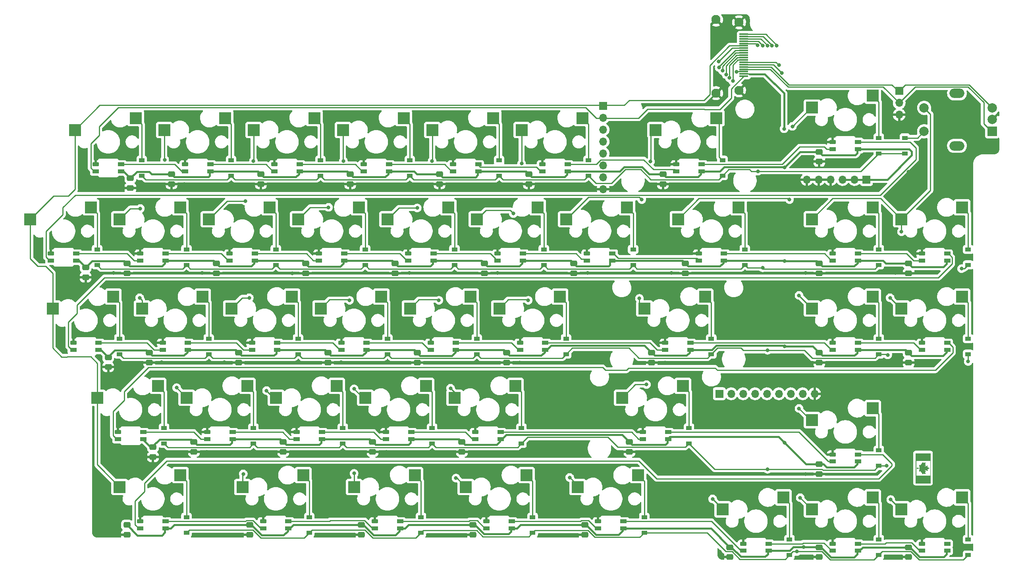
<source format=gbl>
%TF.GenerationSoftware,KiCad,Pcbnew,(6.0.5)*%
%TF.CreationDate,2022-07-14T17:40:31-06:00*%
%TF.ProjectId,kb_right,6b625f72-6967-4687-942e-6b696361645f,rev?*%
%TF.SameCoordinates,Original*%
%TF.FileFunction,Copper,L2,Bot*%
%TF.FilePolarity,Positive*%
%FSLAX46Y46*%
G04 Gerber Fmt 4.6, Leading zero omitted, Abs format (unit mm)*
G04 Created by KiCad (PCBNEW (6.0.5)) date 2022-07-14 17:40:31*
%MOMM*%
%LPD*%
G01*
G04 APERTURE LIST*
G04 Aperture macros list*
%AMRoundRect*
0 Rectangle with rounded corners*
0 $1 Rounding radius*
0 $2 $3 $4 $5 $6 $7 $8 $9 X,Y pos of 4 corners*
0 Add a 4 corners polygon primitive as box body*
4,1,4,$2,$3,$4,$5,$6,$7,$8,$9,$2,$3,0*
0 Add four circle primitives for the rounded corners*
1,1,$1+$1,$2,$3*
1,1,$1+$1,$4,$5*
1,1,$1+$1,$6,$7*
1,1,$1+$1,$8,$9*
0 Add four rect primitives between the rounded corners*
20,1,$1+$1,$2,$3,$4,$5,0*
20,1,$1+$1,$4,$5,$6,$7,0*
20,1,$1+$1,$6,$7,$8,$9,0*
20,1,$1+$1,$8,$9,$2,$3,0*%
G04 Aperture macros list end*
%TA.AperFunction,NonConductor*%
%ADD10C,0.006000*%
%TD*%
%TA.AperFunction,SMDPad,CuDef*%
%ADD11R,2.550000X2.500000*%
%TD*%
%TA.AperFunction,ComponentPad*%
%ADD12R,1.700000X1.700000*%
%TD*%
%TA.AperFunction,ComponentPad*%
%ADD13O,1.700000X1.700000*%
%TD*%
%TA.AperFunction,WasherPad*%
%ADD14O,3.200000X2.000000*%
%TD*%
%TA.AperFunction,ComponentPad*%
%ADD15R,2.000000X2.000000*%
%TD*%
%TA.AperFunction,ComponentPad*%
%ADD16C,2.000000*%
%TD*%
%TA.AperFunction,SMDPad,CuDef*%
%ADD17RoundRect,0.250000X-0.475000X0.337500X-0.475000X-0.337500X0.475000X-0.337500X0.475000X0.337500X0*%
%TD*%
%TA.AperFunction,SMDPad,CuDef*%
%ADD18R,1.200000X0.900000*%
%TD*%
%TA.AperFunction,SMDPad,CuDef*%
%ADD19R,1.400000X0.820000*%
%TD*%
%TA.AperFunction,SMDPad,CuDef*%
%ADD20RoundRect,0.205000X0.495000X0.205000X-0.495000X0.205000X-0.495000X-0.205000X0.495000X-0.205000X0*%
%TD*%
%TA.AperFunction,SMDPad,CuDef*%
%ADD21R,1.900000X0.300000*%
%TD*%
%TA.AperFunction,ComponentPad*%
%ADD22C,1.950000*%
%TD*%
%TA.AperFunction,ViaPad*%
%ADD23C,0.800000*%
%TD*%
%TA.AperFunction,Conductor*%
%ADD24C,0.381000*%
%TD*%
%TA.AperFunction,Conductor*%
%ADD25C,0.254000*%
%TD*%
%TA.AperFunction,Conductor*%
%ADD26C,0.250000*%
%TD*%
G04 APERTURE END LIST*
D10*
G36*
X230632766Y-131827138D02*
G01*
X230632766Y-134871169D01*
X230567281Y-134936653D01*
X230567281Y-131761653D01*
X230632766Y-131827138D01*
G37*
X230632766Y-131827138D02*
X230632766Y-134871169D01*
X230567281Y-134936653D01*
X230567281Y-131761653D01*
X230632766Y-131827138D01*
G36*
X233742281Y-136524153D02*
G01*
X230567281Y-136524153D01*
X230567281Y-134936653D01*
X233742281Y-134936653D01*
X233742281Y-136524153D01*
G37*
X233742281Y-136524153D02*
X230567281Y-136524153D01*
X230567281Y-134936653D01*
X233742281Y-134936653D01*
X233742281Y-136524153D01*
G36*
X232177271Y-132259070D02*
G01*
X232178177Y-132260878D01*
X232179157Y-132262626D01*
X232180209Y-132264314D01*
X232181330Y-132265939D01*
X232182517Y-132267502D01*
X232183767Y-132269000D01*
X232185077Y-132270433D01*
X232186446Y-132271800D01*
X232187869Y-132273098D01*
X232189345Y-132274328D01*
X232190871Y-132275488D01*
X232192443Y-132276576D01*
X232194060Y-132277592D01*
X232195718Y-132278534D01*
X232197414Y-132279402D01*
X232199147Y-132280193D01*
X232200913Y-132280907D01*
X232202709Y-132281543D01*
X232204533Y-132282100D01*
X232206382Y-132282575D01*
X232208254Y-132282969D01*
X232210144Y-132283280D01*
X232212052Y-132283506D01*
X232213974Y-132283647D01*
X232215907Y-132283702D01*
X232217849Y-132283668D01*
X232219796Y-132283546D01*
X232221747Y-132283334D01*
X232223698Y-132283030D01*
X232225646Y-132282634D01*
X232227590Y-132282144D01*
X232229526Y-132281560D01*
X232607880Y-132158528D01*
X232531812Y-132517039D01*
X232531464Y-132518916D01*
X232531200Y-132520792D01*
X232531020Y-132522665D01*
X232530923Y-132524532D01*
X232530971Y-132528240D01*
X232531335Y-132531897D01*
X232532006Y-132535487D01*
X232532974Y-132538990D01*
X232534230Y-132542389D01*
X232535765Y-132545667D01*
X232537569Y-132548804D01*
X232539633Y-132551782D01*
X232541947Y-132554585D01*
X232544503Y-132557193D01*
X232547290Y-132559590D01*
X232550299Y-132561756D01*
X232551884Y-132562747D01*
X232553522Y-132563674D01*
X232555210Y-132564534D01*
X232556948Y-132565325D01*
X232720328Y-132634778D01*
X232420026Y-132914575D01*
X232418757Y-132915829D01*
X232417549Y-132917125D01*
X232416402Y-132918461D01*
X232415316Y-132919836D01*
X232414293Y-132921246D01*
X232413331Y-132922691D01*
X232412433Y-132924167D01*
X232411597Y-132925674D01*
X232410825Y-132927208D01*
X232410117Y-132928768D01*
X232409472Y-132930351D01*
X232408892Y-132931957D01*
X232407927Y-132935224D01*
X232407223Y-132938552D01*
X232406784Y-132941926D01*
X232406613Y-132945328D01*
X232406629Y-132947035D01*
X232406712Y-132948743D01*
X232406864Y-132950449D01*
X232407084Y-132952153D01*
X232407373Y-132953851D01*
X232407732Y-132955542D01*
X232408160Y-132957223D01*
X232408659Y-132958893D01*
X232409228Y-132960549D01*
X232409867Y-132962190D01*
X232410578Y-132963813D01*
X232411360Y-132965417D01*
X232412207Y-132966987D01*
X232413112Y-132968510D01*
X232414073Y-132969986D01*
X232415088Y-132971413D01*
X232416155Y-132972791D01*
X232417272Y-132974119D01*
X232418437Y-132975396D01*
X232419648Y-132976620D01*
X232420904Y-132977792D01*
X232422203Y-132978909D01*
X232423542Y-132979972D01*
X232424920Y-132980979D01*
X232426335Y-132981930D01*
X232427785Y-132982822D01*
X232429268Y-132983657D01*
X232430783Y-132984431D01*
X232432327Y-132985146D01*
X232433898Y-132985799D01*
X232435495Y-132986390D01*
X232437116Y-132986918D01*
X232438758Y-132987382D01*
X232440421Y-132987781D01*
X232442101Y-132988114D01*
X232443798Y-132988380D01*
X232445509Y-132988579D01*
X232447233Y-132988709D01*
X232448967Y-132988770D01*
X232450709Y-132988760D01*
X232452459Y-132988678D01*
X232454213Y-132988525D01*
X232455971Y-132988298D01*
X232457729Y-132987997D01*
X233153583Y-132853060D01*
X233028567Y-133069356D01*
X233027493Y-133071304D01*
X233026524Y-133073295D01*
X233025663Y-133075325D01*
X233024909Y-133077391D01*
X233024263Y-133079486D01*
X233023726Y-133081608D01*
X233023298Y-133083752D01*
X233022980Y-133085913D01*
X233022771Y-133088088D01*
X233022674Y-133090272D01*
X233022688Y-133092461D01*
X233022813Y-133094650D01*
X233023051Y-133096835D01*
X233023401Y-133099013D01*
X233023865Y-133101178D01*
X233024442Y-133103326D01*
X233025130Y-133105442D01*
X233025922Y-133107510D01*
X233026816Y-133109526D01*
X233027809Y-133111487D01*
X233028898Y-133113390D01*
X233030080Y-133115232D01*
X233031353Y-133117010D01*
X233032713Y-133118719D01*
X233034159Y-133120357D01*
X233035687Y-133121920D01*
X233037294Y-133123406D01*
X233038979Y-133124810D01*
X233040737Y-133126130D01*
X233042566Y-133127362D01*
X233044464Y-133128503D01*
X233046427Y-133129549D01*
X233477698Y-133349153D01*
X233046427Y-133568757D01*
X233044464Y-133569804D01*
X233042566Y-133570944D01*
X233040737Y-133572176D01*
X233038979Y-133573496D01*
X233037294Y-133574900D01*
X233035687Y-133576386D01*
X233034159Y-133577949D01*
X233032713Y-133579587D01*
X233031353Y-133581297D01*
X233030080Y-133583074D01*
X233028898Y-133584916D01*
X233027809Y-133586819D01*
X233026816Y-133588781D01*
X233025922Y-133590797D01*
X233025130Y-133592865D01*
X233024442Y-133594980D01*
X233023865Y-133597129D01*
X233023401Y-133599294D01*
X233023051Y-133601471D01*
X233022813Y-133603657D01*
X233022688Y-133605846D01*
X233022674Y-133608035D01*
X233022771Y-133610218D01*
X233022980Y-133612393D01*
X233023298Y-133614555D01*
X233023726Y-133616698D01*
X233024263Y-133618820D01*
X233024909Y-133620916D01*
X233025663Y-133622981D01*
X233026524Y-133625011D01*
X233027493Y-133627002D01*
X233028567Y-133628950D01*
X233153583Y-133845247D01*
X232457729Y-133710309D01*
X232454213Y-133709782D01*
X232450709Y-133709547D01*
X232447233Y-133709597D01*
X232443798Y-133709926D01*
X232440421Y-133710526D01*
X232437116Y-133711388D01*
X232433898Y-133712507D01*
X232430783Y-133713875D01*
X232427785Y-133715484D01*
X232424920Y-133717327D01*
X232422203Y-133719397D01*
X232419648Y-133721686D01*
X232417272Y-133724188D01*
X232415088Y-133726893D01*
X232413112Y-133729797D01*
X232411360Y-133732890D01*
X232409867Y-133736116D01*
X232408659Y-133739414D01*
X232407732Y-133742765D01*
X232407084Y-133746154D01*
X232406712Y-133749564D01*
X232406613Y-133752978D01*
X232406784Y-133756380D01*
X232407223Y-133759754D01*
X232407927Y-133763083D01*
X232408892Y-133766350D01*
X232410117Y-133769539D01*
X232411597Y-133772633D01*
X232413331Y-133775616D01*
X232415316Y-133778471D01*
X232417549Y-133781181D01*
X232420026Y-133783731D01*
X232720328Y-134063528D01*
X232556948Y-134132981D01*
X232555210Y-134133773D01*
X232553522Y-134134633D01*
X232551884Y-134135560D01*
X232550299Y-134136551D01*
X232548767Y-134137604D01*
X232547290Y-134138717D01*
X232545868Y-134139887D01*
X232544503Y-134141113D01*
X232543195Y-134142392D01*
X232541947Y-134143721D01*
X232540759Y-134145100D01*
X232539633Y-134146524D01*
X232538569Y-134147993D01*
X232537569Y-134149503D01*
X232536634Y-134151053D01*
X232535765Y-134152640D01*
X232534963Y-134154262D01*
X232534230Y-134155917D01*
X232533567Y-134157602D01*
X232532974Y-134159316D01*
X232532453Y-134161056D01*
X232532006Y-134162820D01*
X232531632Y-134164605D01*
X232531335Y-134166409D01*
X232531114Y-134168230D01*
X232530971Y-134170067D01*
X232530906Y-134171915D01*
X232530923Y-134173774D01*
X232531020Y-134175641D01*
X232531200Y-134177514D01*
X232531464Y-134179390D01*
X232531812Y-134181268D01*
X232607880Y-134539778D01*
X232229526Y-134416747D01*
X232227590Y-134416162D01*
X232225646Y-134415672D01*
X232223698Y-134415276D01*
X232221747Y-134414973D01*
X232219796Y-134414760D01*
X232217849Y-134414638D01*
X232215907Y-134414605D01*
X232213974Y-134414659D01*
X232212052Y-134414800D01*
X232210144Y-134415027D01*
X232206382Y-134415731D01*
X232202709Y-134416763D01*
X232199147Y-134418113D01*
X232195718Y-134419772D01*
X232192443Y-134421730D01*
X232189345Y-134423978D01*
X232187869Y-134425208D01*
X232186446Y-134426507D01*
X232185077Y-134427873D01*
X232183767Y-134429306D01*
X232182517Y-134430805D01*
X232181330Y-134432367D01*
X232180209Y-134433993D01*
X232179157Y-134435680D01*
X232178177Y-134437429D01*
X232177271Y-134439236D01*
X232111786Y-134579466D01*
X231607755Y-133957033D01*
X231606645Y-133955720D01*
X231605490Y-133954459D01*
X231604294Y-133953252D01*
X231603057Y-133952099D01*
X231601782Y-133951001D01*
X231600470Y-133949958D01*
X231599123Y-133948970D01*
X231597743Y-133948039D01*
X231596333Y-133947164D01*
X231594892Y-133946346D01*
X231593424Y-133945586D01*
X231591931Y-133944884D01*
X231590413Y-133944240D01*
X231588874Y-133943655D01*
X231587314Y-133943130D01*
X231585736Y-133942665D01*
X231584141Y-133942261D01*
X231582532Y-133941918D01*
X231580909Y-133941636D01*
X231579276Y-133941416D01*
X231577633Y-133941259D01*
X231575982Y-133941165D01*
X231574326Y-133941135D01*
X231572667Y-133941169D01*
X231571005Y-133941267D01*
X231569343Y-133941430D01*
X231567682Y-133941659D01*
X231566025Y-133941954D01*
X231564374Y-133942315D01*
X231562729Y-133942744D01*
X231561093Y-133943240D01*
X231559469Y-133943804D01*
X231347802Y-134020533D01*
X231447682Y-133452341D01*
X231448186Y-133448819D01*
X231448488Y-133445295D01*
X231448592Y-133441776D01*
X231448499Y-133438271D01*
X231448211Y-133434786D01*
X231447731Y-133431330D01*
X231447062Y-133427911D01*
X231446205Y-133424537D01*
X231445162Y-133421215D01*
X231443936Y-133417954D01*
X231442529Y-133414762D01*
X231440944Y-133411645D01*
X231439182Y-133408613D01*
X231437245Y-133405673D01*
X231435137Y-133402833D01*
X231432859Y-133400101D01*
X231430430Y-133397502D01*
X231427873Y-133395058D01*
X231425196Y-133392773D01*
X231422406Y-133390648D01*
X231419510Y-133388689D01*
X231416516Y-133386897D01*
X231413432Y-133385277D01*
X231410265Y-133383830D01*
X231407023Y-133382562D01*
X231403714Y-133381473D01*
X231400344Y-133380569D01*
X231396922Y-133379852D01*
X231393455Y-133379325D01*
X231389950Y-133378992D01*
X231386416Y-133378856D01*
X231382859Y-133378919D01*
X230812021Y-133408685D01*
X230812021Y-133289622D01*
X231382859Y-133319388D01*
X231386416Y-133319451D01*
X231389950Y-133319314D01*
X231393455Y-133318981D01*
X231396922Y-133318454D01*
X231400344Y-133317737D01*
X231403714Y-133316833D01*
X231407023Y-133315745D01*
X231410265Y-133314476D01*
X231413432Y-133313030D01*
X231416516Y-133311409D01*
X231419510Y-133309617D01*
X231422406Y-133307658D01*
X231425196Y-133305534D01*
X231427873Y-133303248D01*
X231430430Y-133300804D01*
X231432859Y-133298205D01*
X231435137Y-133295473D01*
X231437245Y-133292633D01*
X231439182Y-133289693D01*
X231440944Y-133286661D01*
X231442529Y-133283545D01*
X231443936Y-133280352D01*
X231445162Y-133277091D01*
X231446205Y-133273769D01*
X231447062Y-133270395D01*
X231447731Y-133266976D01*
X231448211Y-133263520D01*
X231448499Y-133260036D01*
X231448592Y-133256530D01*
X231448488Y-133253011D01*
X231448186Y-133249487D01*
X231447682Y-133245966D01*
X231347802Y-132677773D01*
X231559469Y-132754502D01*
X231562729Y-132755562D01*
X231566025Y-132756352D01*
X231569343Y-132756876D01*
X231572667Y-132757138D01*
X231575982Y-132757141D01*
X231579276Y-132756890D01*
X231582532Y-132756388D01*
X231585736Y-132755641D01*
X231588874Y-132754651D01*
X231591931Y-132753423D01*
X231594892Y-132751960D01*
X231597743Y-132750267D01*
X231600470Y-132748348D01*
X231603057Y-132746207D01*
X231605490Y-132743847D01*
X231607755Y-132741273D01*
X232111786Y-132118841D01*
X232177271Y-132259070D01*
G37*
X232177271Y-132259070D02*
X232178177Y-132260878D01*
X232179157Y-132262626D01*
X232180209Y-132264314D01*
X232181330Y-132265939D01*
X232182517Y-132267502D01*
X232183767Y-132269000D01*
X232185077Y-132270433D01*
X232186446Y-132271800D01*
X232187869Y-132273098D01*
X232189345Y-132274328D01*
X232190871Y-132275488D01*
X232192443Y-132276576D01*
X232194060Y-132277592D01*
X232195718Y-132278534D01*
X232197414Y-132279402D01*
X232199147Y-132280193D01*
X232200913Y-132280907D01*
X232202709Y-132281543D01*
X232204533Y-132282100D01*
X232206382Y-132282575D01*
X232208254Y-132282969D01*
X232210144Y-132283280D01*
X232212052Y-132283506D01*
X232213974Y-132283647D01*
X232215907Y-132283702D01*
X232217849Y-132283668D01*
X232219796Y-132283546D01*
X232221747Y-132283334D01*
X232223698Y-132283030D01*
X232225646Y-132282634D01*
X232227590Y-132282144D01*
X232229526Y-132281560D01*
X232607880Y-132158528D01*
X232531812Y-132517039D01*
X232531464Y-132518916D01*
X232531200Y-132520792D01*
X232531020Y-132522665D01*
X232530923Y-132524532D01*
X232530971Y-132528240D01*
X232531335Y-132531897D01*
X232532006Y-132535487D01*
X232532974Y-132538990D01*
X232534230Y-132542389D01*
X232535765Y-132545667D01*
X232537569Y-132548804D01*
X232539633Y-132551782D01*
X232541947Y-132554585D01*
X232544503Y-132557193D01*
X232547290Y-132559590D01*
X232550299Y-132561756D01*
X232551884Y-132562747D01*
X232553522Y-132563674D01*
X232555210Y-132564534D01*
X232556948Y-132565325D01*
X232720328Y-132634778D01*
X232420026Y-132914575D01*
X232418757Y-132915829D01*
X232417549Y-132917125D01*
X232416402Y-132918461D01*
X232415316Y-132919836D01*
X232414293Y-132921246D01*
X232413331Y-132922691D01*
X232412433Y-132924167D01*
X232411597Y-132925674D01*
X232410825Y-132927208D01*
X232410117Y-132928768D01*
X232409472Y-132930351D01*
X232408892Y-132931957D01*
X232407927Y-132935224D01*
X232407223Y-132938552D01*
X232406784Y-132941926D01*
X232406613Y-132945328D01*
X232406629Y-132947035D01*
X232406712Y-132948743D01*
X232406864Y-132950449D01*
X232407084Y-132952153D01*
X232407373Y-132953851D01*
X232407732Y-132955542D01*
X232408160Y-132957223D01*
X232408659Y-132958893D01*
X232409228Y-132960549D01*
X232409867Y-132962190D01*
X232410578Y-132963813D01*
X232411360Y-132965417D01*
X232412207Y-132966987D01*
X232413112Y-132968510D01*
X232414073Y-132969986D01*
X232415088Y-132971413D01*
X232416155Y-132972791D01*
X232417272Y-132974119D01*
X232418437Y-132975396D01*
X232419648Y-132976620D01*
X232420904Y-132977792D01*
X232422203Y-132978909D01*
X232423542Y-132979972D01*
X232424920Y-132980979D01*
X232426335Y-132981930D01*
X232427785Y-132982822D01*
X232429268Y-132983657D01*
X232430783Y-132984431D01*
X232432327Y-132985146D01*
X232433898Y-132985799D01*
X232435495Y-132986390D01*
X232437116Y-132986918D01*
X232438758Y-132987382D01*
X232440421Y-132987781D01*
X232442101Y-132988114D01*
X232443798Y-132988380D01*
X232445509Y-132988579D01*
X232447233Y-132988709D01*
X232448967Y-132988770D01*
X232450709Y-132988760D01*
X232452459Y-132988678D01*
X232454213Y-132988525D01*
X232455971Y-132988298D01*
X232457729Y-132987997D01*
X233153583Y-132853060D01*
X233028567Y-133069356D01*
X233027493Y-133071304D01*
X233026524Y-133073295D01*
X233025663Y-133075325D01*
X233024909Y-133077391D01*
X233024263Y-133079486D01*
X233023726Y-133081608D01*
X233023298Y-133083752D01*
X233022980Y-133085913D01*
X233022771Y-133088088D01*
X233022674Y-133090272D01*
X233022688Y-133092461D01*
X233022813Y-133094650D01*
X233023051Y-133096835D01*
X233023401Y-133099013D01*
X233023865Y-133101178D01*
X233024442Y-133103326D01*
X233025130Y-133105442D01*
X233025922Y-133107510D01*
X233026816Y-133109526D01*
X233027809Y-133111487D01*
X233028898Y-133113390D01*
X233030080Y-133115232D01*
X233031353Y-133117010D01*
X233032713Y-133118719D01*
X233034159Y-133120357D01*
X233035687Y-133121920D01*
X233037294Y-133123406D01*
X233038979Y-133124810D01*
X233040737Y-133126130D01*
X233042566Y-133127362D01*
X233044464Y-133128503D01*
X233046427Y-133129549D01*
X233477698Y-133349153D01*
X233046427Y-133568757D01*
X233044464Y-133569804D01*
X233042566Y-133570944D01*
X233040737Y-133572176D01*
X233038979Y-133573496D01*
X233037294Y-133574900D01*
X233035687Y-133576386D01*
X233034159Y-133577949D01*
X233032713Y-133579587D01*
X233031353Y-133581297D01*
X233030080Y-133583074D01*
X233028898Y-133584916D01*
X233027809Y-133586819D01*
X233026816Y-133588781D01*
X233025922Y-133590797D01*
X233025130Y-133592865D01*
X233024442Y-133594980D01*
X233023865Y-133597129D01*
X233023401Y-133599294D01*
X233023051Y-133601471D01*
X233022813Y-133603657D01*
X233022688Y-133605846D01*
X233022674Y-133608035D01*
X233022771Y-133610218D01*
X233022980Y-133612393D01*
X233023298Y-133614555D01*
X233023726Y-133616698D01*
X233024263Y-133618820D01*
X233024909Y-133620916D01*
X233025663Y-133622981D01*
X233026524Y-133625011D01*
X233027493Y-133627002D01*
X233028567Y-133628950D01*
X233153583Y-133845247D01*
X232457729Y-133710309D01*
X232454213Y-133709782D01*
X232450709Y-133709547D01*
X232447233Y-133709597D01*
X232443798Y-133709926D01*
X232440421Y-133710526D01*
X232437116Y-133711388D01*
X232433898Y-133712507D01*
X232430783Y-133713875D01*
X232427785Y-133715484D01*
X232424920Y-133717327D01*
X232422203Y-133719397D01*
X232419648Y-133721686D01*
X232417272Y-133724188D01*
X232415088Y-133726893D01*
X232413112Y-133729797D01*
X232411360Y-133732890D01*
X232409867Y-133736116D01*
X232408659Y-133739414D01*
X232407732Y-133742765D01*
X232407084Y-133746154D01*
X232406712Y-133749564D01*
X232406613Y-133752978D01*
X232406784Y-133756380D01*
X232407223Y-133759754D01*
X232407927Y-133763083D01*
X232408892Y-133766350D01*
X232410117Y-133769539D01*
X232411597Y-133772633D01*
X232413331Y-133775616D01*
X232415316Y-133778471D01*
X232417549Y-133781181D01*
X232420026Y-133783731D01*
X232720328Y-134063528D01*
X232556948Y-134132981D01*
X232555210Y-134133773D01*
X232553522Y-134134633D01*
X232551884Y-134135560D01*
X232550299Y-134136551D01*
X232548767Y-134137604D01*
X232547290Y-134138717D01*
X232545868Y-134139887D01*
X232544503Y-134141113D01*
X232543195Y-134142392D01*
X232541947Y-134143721D01*
X232540759Y-134145100D01*
X232539633Y-134146524D01*
X232538569Y-134147993D01*
X232537569Y-134149503D01*
X232536634Y-134151053D01*
X232535765Y-134152640D01*
X232534963Y-134154262D01*
X232534230Y-134155917D01*
X232533567Y-134157602D01*
X232532974Y-134159316D01*
X232532453Y-134161056D01*
X232532006Y-134162820D01*
X232531632Y-134164605D01*
X232531335Y-134166409D01*
X232531114Y-134168230D01*
X232530971Y-134170067D01*
X232530906Y-134171915D01*
X232530923Y-134173774D01*
X232531020Y-134175641D01*
X232531200Y-134177514D01*
X232531464Y-134179390D01*
X232531812Y-134181268D01*
X232607880Y-134539778D01*
X232229526Y-134416747D01*
X232227590Y-134416162D01*
X232225646Y-134415672D01*
X232223698Y-134415276D01*
X232221747Y-134414973D01*
X232219796Y-134414760D01*
X232217849Y-134414638D01*
X232215907Y-134414605D01*
X232213974Y-134414659D01*
X232212052Y-134414800D01*
X232210144Y-134415027D01*
X232206382Y-134415731D01*
X232202709Y-134416763D01*
X232199147Y-134418113D01*
X232195718Y-134419772D01*
X232192443Y-134421730D01*
X232189345Y-134423978D01*
X232187869Y-134425208D01*
X232186446Y-134426507D01*
X232185077Y-134427873D01*
X232183767Y-134429306D01*
X232182517Y-134430805D01*
X232181330Y-134432367D01*
X232180209Y-134433993D01*
X232179157Y-134435680D01*
X232178177Y-134437429D01*
X232177271Y-134439236D01*
X232111786Y-134579466D01*
X231607755Y-133957033D01*
X231606645Y-133955720D01*
X231605490Y-133954459D01*
X231604294Y-133953252D01*
X231603057Y-133952099D01*
X231601782Y-133951001D01*
X231600470Y-133949958D01*
X231599123Y-133948970D01*
X231597743Y-133948039D01*
X231596333Y-133947164D01*
X231594892Y-133946346D01*
X231593424Y-133945586D01*
X231591931Y-133944884D01*
X231590413Y-133944240D01*
X231588874Y-133943655D01*
X231587314Y-133943130D01*
X231585736Y-133942665D01*
X231584141Y-133942261D01*
X231582532Y-133941918D01*
X231580909Y-133941636D01*
X231579276Y-133941416D01*
X231577633Y-133941259D01*
X231575982Y-133941165D01*
X231574326Y-133941135D01*
X231572667Y-133941169D01*
X231571005Y-133941267D01*
X231569343Y-133941430D01*
X231567682Y-133941659D01*
X231566025Y-133941954D01*
X231564374Y-133942315D01*
X231562729Y-133942744D01*
X231561093Y-133943240D01*
X231559469Y-133943804D01*
X231347802Y-134020533D01*
X231447682Y-133452341D01*
X231448186Y-133448819D01*
X231448488Y-133445295D01*
X231448592Y-133441776D01*
X231448499Y-133438271D01*
X231448211Y-133434786D01*
X231447731Y-133431330D01*
X231447062Y-133427911D01*
X231446205Y-133424537D01*
X231445162Y-133421215D01*
X231443936Y-133417954D01*
X231442529Y-133414762D01*
X231440944Y-133411645D01*
X231439182Y-133408613D01*
X231437245Y-133405673D01*
X231435137Y-133402833D01*
X231432859Y-133400101D01*
X231430430Y-133397502D01*
X231427873Y-133395058D01*
X231425196Y-133392773D01*
X231422406Y-133390648D01*
X231419510Y-133388689D01*
X231416516Y-133386897D01*
X231413432Y-133385277D01*
X231410265Y-133383830D01*
X231407023Y-133382562D01*
X231403714Y-133381473D01*
X231400344Y-133380569D01*
X231396922Y-133379852D01*
X231393455Y-133379325D01*
X231389950Y-133378992D01*
X231386416Y-133378856D01*
X231382859Y-133378919D01*
X230812021Y-133408685D01*
X230812021Y-133289622D01*
X231382859Y-133319388D01*
X231386416Y-133319451D01*
X231389950Y-133319314D01*
X231393455Y-133318981D01*
X231396922Y-133318454D01*
X231400344Y-133317737D01*
X231403714Y-133316833D01*
X231407023Y-133315745D01*
X231410265Y-133314476D01*
X231413432Y-133313030D01*
X231416516Y-133311409D01*
X231419510Y-133309617D01*
X231422406Y-133307658D01*
X231425196Y-133305534D01*
X231427873Y-133303248D01*
X231430430Y-133300804D01*
X231432859Y-133298205D01*
X231435137Y-133295473D01*
X231437245Y-133292633D01*
X231439182Y-133289693D01*
X231440944Y-133286661D01*
X231442529Y-133283545D01*
X231443936Y-133280352D01*
X231445162Y-133277091D01*
X231446205Y-133273769D01*
X231447062Y-133270395D01*
X231447731Y-133266976D01*
X231448211Y-133263520D01*
X231448499Y-133260036D01*
X231448592Y-133256530D01*
X231448488Y-133253011D01*
X231448186Y-133249487D01*
X231447682Y-133245966D01*
X231347802Y-132677773D01*
X231559469Y-132754502D01*
X231562729Y-132755562D01*
X231566025Y-132756352D01*
X231569343Y-132756876D01*
X231572667Y-132757138D01*
X231575982Y-132757141D01*
X231579276Y-132756890D01*
X231582532Y-132756388D01*
X231585736Y-132755641D01*
X231588874Y-132754651D01*
X231591931Y-132753423D01*
X231594892Y-132751960D01*
X231597743Y-132750267D01*
X231600470Y-132748348D01*
X231603057Y-132746207D01*
X231605490Y-132743847D01*
X231607755Y-132741273D01*
X232111786Y-132118841D01*
X232177271Y-132259070D01*
G36*
X233742281Y-134936653D02*
G01*
X233676797Y-134871169D01*
X233676797Y-131827138D01*
X233742281Y-131761653D01*
X233742281Y-134936653D01*
G37*
X233742281Y-134936653D02*
X233676797Y-134871169D01*
X233676797Y-131827138D01*
X233742281Y-131761653D01*
X233742281Y-134936653D01*
G36*
X233742281Y-131761653D02*
G01*
X230567281Y-131761653D01*
X230567281Y-130174154D01*
X233742281Y-130174154D01*
X233742281Y-131761653D01*
G37*
X233742281Y-131761653D02*
X230567281Y-131761653D01*
X230567281Y-130174154D01*
X233742281Y-130174154D01*
X233742281Y-131761653D01*
D11*
%TO.P,MX15,1,COL*%
%TO.N,/COL6*%
X156110000Y-80232250D03*
%TO.P,MX15,2,ROW*%
%TO.N,Net-(D15-Pad2)*%
X169037000Y-77692250D03*
%TD*%
%TO.P,MX33,1,COL*%
%TO.N,/COL7*%
X208497500Y-123094750D03*
%TO.P,MX33,2,ROW*%
%TO.N,Net-(D33-Pad2)*%
X221424500Y-120554750D03*
%TD*%
%TO.P,MX10,1,COL*%
%TO.N,/COL1*%
X60860000Y-80232250D03*
%TO.P,MX10,2,ROW*%
%TO.N,Net-(D10-Pad2)*%
X73787000Y-77692250D03*
%TD*%
%TO.P,MX4,1,COL*%
%TO.N,/COL3*%
X108485000Y-61182250D03*
%TO.P,MX4,2,ROW*%
%TO.N,Net-(D4-Pad2)*%
X121412000Y-58642250D03*
%TD*%
%TO.P,MX6,1,COL*%
%TO.N,/COL5*%
X146585000Y-61182250D03*
%TO.P,MX6,2,ROW*%
%TO.N,Net-(D6-Pad2)*%
X159512000Y-58642250D03*
%TD*%
%TO.P,MX32,1,COL*%
%TO.N,/COL6*%
X168016250Y-118332250D03*
%TO.P,MX32,2,ROW*%
%TO.N,Net-(D32-Pad2)*%
X180943250Y-115792250D03*
%TD*%
%TO.P,MX31,1,COL*%
%TO.N,/COL4*%
X132297500Y-118332250D03*
%TO.P,MX31,2,ROW*%
%TO.N,Net-(D31-Pad2)*%
X145224500Y-115792250D03*
%TD*%
D12*
%TO.P,J3,1,Pin_1*%
%TO.N,+5V*%
X220091000Y-71755000D03*
D13*
%TO.P,J3,2,Pin_2*%
X217551000Y-71755000D03*
%TO.P,J3,3,Pin_3*%
X215011000Y-71755000D03*
%TO.P,J3,4,Pin_4*%
%TO.N,GND*%
X212471000Y-71755000D03*
%TO.P,J3,5,Pin_5*%
X209931000Y-71755000D03*
%TO.P,J3,6,Pin_6*%
X207391000Y-71755000D03*
%TD*%
D11*
%TO.P,MX37,1,COL*%
%TO.N,/COL3*%
X110866250Y-137382250D03*
%TO.P,MX37,2,ROW*%
%TO.N,Net-(D37-Pad2)*%
X123793250Y-134842250D03*
%TD*%
%TO.P,MX42,1,COL*%
%TO.N,/COL8*%
X227547500Y-142144750D03*
%TO.P,MX42,2,ROW*%
%TO.N,Net-(D42-Pad2)*%
X240474500Y-139604750D03*
%TD*%
%TO.P,MX16,1,COL*%
%TO.N,/COL7*%
X179922500Y-80232250D03*
%TO.P,MX16,2,ROW*%
%TO.N,Net-(D16-Pad2)*%
X192849500Y-77692250D03*
%TD*%
%TO.P,MX8,1,COL*%
%TO.N,/COL7*%
X208497500Y-56419750D03*
%TO.P,MX8,2,ROW*%
%TO.N,Net-(D8-Pad2)*%
X221424500Y-53879750D03*
%TD*%
D12*
%TO.P,J2,1,Pin_1*%
%TO.N,/ENC_R2*%
X227076000Y-52847000D03*
D13*
%TO.P,J2,2,Pin_2*%
%TO.N,/ENC_R1*%
X227076000Y-55387000D03*
%TO.P,J2,3,Pin_3*%
%TO.N,GND*%
X227076000Y-57927000D03*
%TD*%
D11*
%TO.P,MX13,1,COL*%
%TO.N,/COL4*%
X118010000Y-80232250D03*
%TO.P,MX13,2,ROW*%
%TO.N,Net-(D13-Pad2)*%
X130937000Y-77692250D03*
%TD*%
%TO.P,MX23,1,COL*%
%TO.N,/COL5*%
X141822500Y-99282250D03*
%TO.P,MX23,2,ROW*%
%TO.N,Net-(D23-Pad2)*%
X154749500Y-96742250D03*
%TD*%
%TO.P,MX39,1,COL*%
%TO.N,/COL5*%
X158491250Y-137382250D03*
%TO.P,MX39,2,ROW*%
%TO.N,Net-(D39-Pad2)*%
X171418250Y-134842250D03*
%TD*%
%TO.P,MX1,1,COL*%
%TO.N,/COL0*%
X51335000Y-61182250D03*
%TO.P,MX1,2,ROW*%
%TO.N,Net-(D1-Pad2)*%
X64262000Y-58642250D03*
%TD*%
D12*
%TO.P,J4,1,Pin_1*%
%TO.N,/COL0*%
X163957000Y-56007000D03*
D13*
%TO.P,J4,2,Pin_2*%
%TO.N,/RGB_IN*%
X163957000Y-58547000D03*
%TO.P,J4,3,Pin_3*%
%TO.N,/COL1*%
X163957000Y-61087000D03*
%TO.P,J4,4,Pin_4*%
%TO.N,/COL2*%
X163957000Y-63627000D03*
%TO.P,J4,5,Pin_5*%
%TO.N,/COL3*%
X163957000Y-66167000D03*
%TO.P,J4,6,Pin_6*%
%TO.N,/COL4*%
X163957000Y-68707000D03*
%TO.P,J4,7,Pin_7*%
%TO.N,/COL5*%
X163957000Y-71247000D03*
%TO.P,J4,8,Pin_8*%
%TO.N,GND*%
X163957000Y-73787000D03*
%TD*%
D11*
%TO.P,MX27,1,COL*%
%TO.N,/COL0*%
X56097500Y-118332250D03*
%TO.P,MX27,2,ROW*%
%TO.N,Net-(D27-Pad2)*%
X69024500Y-115792250D03*
%TD*%
%TO.P,MX41,1,COL*%
%TO.N,/COL7*%
X208497500Y-142144750D03*
%TO.P,MX41,2,ROW*%
%TO.N,Net-(D41-Pad2)*%
X221424500Y-139604750D03*
%TD*%
%TO.P,MX17,1,COL*%
%TO.N,/COL8*%
X208497500Y-80232250D03*
%TO.P,MX17,2,ROW*%
%TO.N,Net-(D17-Pad2)*%
X221424500Y-77692250D03*
%TD*%
%TO.P,MX3,1,COL*%
%TO.N,/COL2*%
X89435000Y-61182250D03*
%TO.P,MX3,2,ROW*%
%TO.N,Net-(D3-Pad2)*%
X102362000Y-58642250D03*
%TD*%
%TO.P,MX30,1,COL*%
%TO.N,/COL3*%
X113247500Y-118332250D03*
%TO.P,MX30,2,ROW*%
%TO.N,Net-(D30-Pad2)*%
X126174500Y-115792250D03*
%TD*%
%TO.P,MX22,1,COL*%
%TO.N,/COL4*%
X122772500Y-99282250D03*
%TO.P,MX22,2,ROW*%
%TO.N,Net-(D22-Pad2)*%
X135699500Y-96742250D03*
%TD*%
%TO.P,MX25,1,COL*%
%TO.N,/COL7*%
X208497500Y-99282250D03*
%TO.P,MX25,2,ROW*%
%TO.N,Net-(D25-Pad2)*%
X221424500Y-96742250D03*
%TD*%
%TO.P,MX24,1,COL*%
%TO.N,/COL6*%
X172778750Y-99282250D03*
%TO.P,MX24,2,ROW*%
%TO.N,Net-(D24-Pad2)*%
X185705750Y-96742250D03*
%TD*%
%TO.P,MX14,1,COL*%
%TO.N,/COL5*%
X137060000Y-80232250D03*
%TO.P,MX14,2,ROW*%
%TO.N,Net-(D14-Pad2)*%
X149987000Y-77692250D03*
%TD*%
%TO.P,MX7,1,COL*%
%TO.N,/COL6*%
X175160000Y-61182250D03*
%TO.P,MX7,2,ROW*%
%TO.N,Net-(D7-Pad2)*%
X188087000Y-58642250D03*
%TD*%
%TO.P,MX20,1,COL*%
%TO.N,/COL2*%
X84672500Y-99282250D03*
%TO.P,MX20,2,ROW*%
%TO.N,Net-(D20-Pad2)*%
X97599500Y-96742250D03*
%TD*%
%TO.P,MX21,1,COL*%
%TO.N,/COL3*%
X103722500Y-99282250D03*
%TO.P,MX21,2,ROW*%
%TO.N,Net-(D21-Pad2)*%
X116649500Y-96742250D03*
%TD*%
%TO.P,MX2,1,COL*%
%TO.N,/COL1*%
X70385000Y-61182250D03*
%TO.P,MX2,2,ROW*%
%TO.N,Net-(D2-Pad2)*%
X83312000Y-58642250D03*
%TD*%
%TO.P,MX19,1,COL*%
%TO.N,/COL1*%
X65622500Y-99282250D03*
%TO.P,MX19,2,ROW*%
%TO.N,Net-(D19-Pad2)*%
X78549500Y-96742250D03*
%TD*%
%TO.P,MX36,1,COL*%
%TO.N,/COL2*%
X87053750Y-137382250D03*
%TO.P,MX36,2,ROW*%
%TO.N,Net-(D36-Pad2)*%
X99980750Y-134842250D03*
%TD*%
%TO.P,MX35,1,COL*%
%TO.N,/COL0*%
X60860000Y-137382250D03*
%TO.P,MX35,2,ROW*%
%TO.N,Net-(D35-Pad2)*%
X73787000Y-134842250D03*
%TD*%
%TO.P,MX38,1,COL*%
%TO.N,/COL4*%
X134678750Y-137382250D03*
%TO.P,MX38,2,ROW*%
%TO.N,Net-(D38-Pad2)*%
X147605750Y-134842250D03*
%TD*%
%TO.P,MX28,1,COL*%
%TO.N,/COL1*%
X75147500Y-118332250D03*
%TO.P,MX28,2,ROW*%
%TO.N,Net-(D28-Pad2)*%
X88074500Y-115792250D03*
%TD*%
%TO.P,MX12,1,COL*%
%TO.N,/COL3*%
X98960000Y-80232250D03*
%TO.P,MX12,2,ROW*%
%TO.N,Net-(D12-Pad2)*%
X111887000Y-77692250D03*
%TD*%
D14*
%TO.P,SW0,*%
%TO.N,*%
X239395000Y-64559750D03*
X239395000Y-53359750D03*
D15*
%TO.P,SW0,A,A*%
%TO.N,/ENC_R1*%
X246895000Y-61459750D03*
D16*
%TO.P,SW0,B,B*%
%TO.N,/ENC_R2*%
X246895000Y-56459750D03*
%TO.P,SW0,C,C*%
%TO.N,GND*%
X246895000Y-58959750D03*
%TO.P,SW0,S1,S1*%
%TO.N,/COL8*%
X232395000Y-56459750D03*
%TO.P,SW0,S2,S2*%
%TO.N,Net-(D0-Pad2)*%
X232395000Y-61459750D03*
%TD*%
D11*
%TO.P,MX18,1,COL*%
%TO.N,/COL0*%
X46572500Y-99282250D03*
%TO.P,MX18,2,ROW*%
%TO.N,Net-(D18-Pad2)*%
X59499500Y-96742250D03*
%TD*%
%TO.P,MX9,1,COL*%
%TO.N,/COL0*%
X41810000Y-80232250D03*
%TO.P,MX9,2,ROW*%
%TO.N,Net-(D9-Pad2)*%
X54737000Y-77692250D03*
%TD*%
%TO.P,MX26,1,COL*%
%TO.N,/COL8*%
X227547500Y-80232250D03*
%TO.P,MX26,2,ROW*%
%TO.N,Net-(D26-Pad2)*%
X240474500Y-77692250D03*
%TD*%
%TO.P,MX29,1,COL*%
%TO.N,/COL2*%
X94197500Y-118332250D03*
%TO.P,MX29,2,ROW*%
%TO.N,Net-(D29-Pad2)*%
X107124500Y-115792250D03*
%TD*%
%TO.P,MX34,1,COL*%
%TO.N,/COL8*%
X227547500Y-99282250D03*
%TO.P,MX34,2,ROW*%
%TO.N,Net-(D34-Pad2)*%
X240474500Y-96742250D03*
%TD*%
D12*
%TO.P,J5,1,Pin_1*%
%TO.N,/COL6*%
X188722000Y-117475000D03*
D13*
%TO.P,J5,2,Pin_2*%
%TO.N,/ROW5*%
X191262000Y-117475000D03*
%TO.P,J5,3,Pin_3*%
%TO.N,/ROW6*%
X193802000Y-117475000D03*
%TO.P,J5,4,Pin_4*%
%TO.N,/ROW7*%
X196342000Y-117475000D03*
%TO.P,J5,5,Pin_5*%
%TO.N,/ROW8*%
X198882000Y-117475000D03*
%TO.P,J5,6,Pin_6*%
%TO.N,/ROW9*%
X201422000Y-117475000D03*
%TO.P,J5,7,Pin_7*%
%TO.N,/COL7*%
X203962000Y-117475000D03*
%TO.P,J5,8,Pin_8*%
%TO.N,/COL8*%
X206502000Y-117475000D03*
%TO.P,J5,9,Pin_9*%
%TO.N,GND*%
X209042000Y-117475000D03*
%TD*%
D11*
%TO.P,MX5,1,COL*%
%TO.N,/COL4*%
X127535000Y-61182250D03*
%TO.P,MX5,2,ROW*%
%TO.N,Net-(D5-Pad2)*%
X140462000Y-58642250D03*
%TD*%
%TO.P,MX40,1,COL*%
%TO.N,/COL6*%
X189447500Y-142144750D03*
%TO.P,MX40,2,ROW*%
%TO.N,Net-(D40-Pad2)*%
X202374500Y-139604750D03*
%TD*%
%TO.P,MX11,1,COL*%
%TO.N,/COL2*%
X79910000Y-80232250D03*
%TO.P,MX11,2,ROW*%
%TO.N,Net-(D11-Pad2)*%
X92837000Y-77692250D03*
%TD*%
D17*
%TO.P,C118,1*%
%TO.N,+5V*%
X229076250Y-89672250D03*
%TO.P,C118,2*%
%TO.N,GND*%
X229076250Y-91747250D03*
%TD*%
D18*
%TO.P,D14,1,K*%
%TO.N,/ROW6*%
X151288750Y-89978500D03*
%TO.P,D14,2,A*%
%TO.N,Net-(D14-Pad2)*%
X151288750Y-86678500D03*
%TD*%
%TO.P,D34,1,K*%
%TO.N,/ROW8*%
X241776250Y-109028500D03*
%TO.P,D34,2,A*%
%TO.N,Net-(D34-Pad2)*%
X241776250Y-105728500D03*
%TD*%
D17*
%TO.P,C115,1*%
%TO.N,+5V*%
X157638750Y-89672250D03*
%TO.P,C115,2*%
%TO.N,GND*%
X157638750Y-91747250D03*
%TD*%
%TO.P,C101,1*%
%TO.N,+5V*%
X63119000Y-71479500D03*
%TO.P,C101,2*%
%TO.N,GND*%
X63119000Y-73554500D03*
%TD*%
D18*
%TO.P,D10,1,K*%
%TO.N,/ROW6*%
X75088750Y-89978500D03*
%TO.P,D10,2,A*%
%TO.N,Net-(D10-Pad2)*%
X75088750Y-86678500D03*
%TD*%
%TO.P,D12,1,K*%
%TO.N,/ROW6*%
X113188750Y-89978500D03*
%TO.P,D12,2,A*%
%TO.N,Net-(D12-Pad2)*%
X113188750Y-86678500D03*
%TD*%
D19*
%TO.P,D110,1,VDD*%
%TO.N,+5V*%
X70645000Y-89078500D03*
%TO.P,D110,2,DOUT*%
%TO.N,Net-(D110-Pad2)*%
X70645000Y-87578500D03*
D20*
%TO.P,D110,3,VSS*%
%TO.N,GND*%
X65245000Y-87578500D03*
D19*
%TO.P,D110,4,DIN*%
%TO.N,Net-(D109-Pad2)*%
X65245000Y-89078500D03*
%TD*%
D18*
%TO.P,D11,1,K*%
%TO.N,/ROW6*%
X94138750Y-89978500D03*
%TO.P,D11,2,A*%
%TO.N,Net-(D11-Pad2)*%
X94138750Y-86678500D03*
%TD*%
D17*
%TO.P,C103,1*%
%TO.N,+5V*%
X90963750Y-70622250D03*
%TO.P,C103,2*%
%TO.N,GND*%
X90963750Y-72697250D03*
%TD*%
%TO.P,C113,1*%
%TO.N,+5V*%
X119538750Y-89672250D03*
%TO.P,C113,2*%
%TO.N,GND*%
X119538750Y-91747250D03*
%TD*%
%TO.P,C122,1*%
%TO.N,+5V*%
X105251250Y-108722250D03*
%TO.P,C122,2*%
%TO.N,GND*%
X105251250Y-110797250D03*
%TD*%
D19*
%TO.P,D125,1,VDD*%
%TO.N,+5V*%
X182563750Y-108128500D03*
%TO.P,D125,2,DOUT*%
%TO.N,Net-(D125-Pad2)*%
X182563750Y-106628500D03*
D20*
%TO.P,D125,3,VSS*%
%TO.N,GND*%
X177163750Y-106628500D03*
D19*
%TO.P,D125,4,DIN*%
%TO.N,Net-(D124-Pad2)*%
X177163750Y-108128500D03*
%TD*%
D17*
%TO.P,C129,1*%
%TO.N,+5V*%
X76676250Y-127772250D03*
%TO.P,C129,2*%
%TO.N,GND*%
X76676250Y-129847250D03*
%TD*%
%TO.P,C105,1*%
%TO.N,+5V*%
X129063750Y-70622250D03*
%TO.P,C105,2*%
%TO.N,GND*%
X129063750Y-72697250D03*
%TD*%
D19*
%TO.P,D138,1,VDD*%
%TO.N,+5V*%
X144463750Y-146228500D03*
%TO.P,D138,2,DOUT*%
%TO.N,Net-(D138-Pad2)*%
X144463750Y-144728500D03*
D20*
%TO.P,D138,3,VSS*%
%TO.N,GND*%
X139063750Y-144728500D03*
D19*
%TO.P,D138,4,DIN*%
%TO.N,Net-(D137-Pad2)*%
X139063750Y-146228500D03*
%TD*%
D17*
%TO.P,C135,1*%
%TO.N,+5V*%
X62388750Y-145478500D03*
%TO.P,C135,2*%
%TO.N,GND*%
X62388750Y-147553500D03*
%TD*%
D19*
%TO.P,D113,1,VDD*%
%TO.N,+5V*%
X127795000Y-89078500D03*
%TO.P,D113,2,DOUT*%
%TO.N,Net-(D113-Pad2)*%
X127795000Y-87578500D03*
D20*
%TO.P,D113,3,VSS*%
%TO.N,GND*%
X122395000Y-87578500D03*
D19*
%TO.P,D113,4,DIN*%
%TO.N,Net-(D112-Pad2)*%
X122395000Y-89078500D03*
%TD*%
D18*
%TO.P,D36,1,K*%
%TO.N,/ROW9*%
X101282500Y-147128500D03*
%TO.P,D36,2,A*%
%TO.N,Net-(D36-Pad2)*%
X101282500Y-143828500D03*
%TD*%
D19*
%TO.P,D111,1,VDD*%
%TO.N,+5V*%
X89695000Y-89078500D03*
%TO.P,D111,2,DOUT*%
%TO.N,Net-(D111-Pad2)*%
X89695000Y-87578500D03*
D20*
%TO.P,D111,3,VSS*%
%TO.N,GND*%
X84295000Y-87578500D03*
D19*
%TO.P,D111,4,DIN*%
%TO.N,Net-(D110-Pad2)*%
X84295000Y-89078500D03*
%TD*%
D18*
%TO.P,D40,1,K*%
%TO.N,/ROW9*%
X203676250Y-151891000D03*
%TO.P,D40,2,A*%
%TO.N,Net-(D40-Pad2)*%
X203676250Y-148591000D03*
%TD*%
D19*
%TO.P,D128,1,VDD*%
%TO.N,+5V*%
X65882500Y-127178500D03*
%TO.P,D128,2,DOUT*%
%TO.N,Net-(D128-Pad2)*%
X65882500Y-125678500D03*
D20*
%TO.P,D128,3,VSS*%
%TO.N,GND*%
X60482500Y-125678500D03*
D19*
%TO.P,D128,4,DIN*%
%TO.N,Net-(D127-Pad2)*%
X60482500Y-127178500D03*
%TD*%
D17*
%TO.P,C138,1*%
%TO.N,+5V*%
X136207500Y-145478500D03*
%TO.P,C138,2*%
%TO.N,GND*%
X136207500Y-147553500D03*
%TD*%
D19*
%TO.P,D115,1,VDD*%
%TO.N,+5V*%
X165895000Y-89078500D03*
%TO.P,D115,2,DOUT*%
%TO.N,Net-(D115-Pad2)*%
X165895000Y-87578500D03*
D20*
%TO.P,D115,3,VSS*%
%TO.N,GND*%
X160495000Y-87578500D03*
D19*
%TO.P,D115,4,DIN*%
%TO.N,Net-(D114-Pad2)*%
X160495000Y-89078500D03*
%TD*%
%TO.P,D136,1,VDD*%
%TO.N,+5V*%
X96838750Y-146228500D03*
%TO.P,D136,2,DOUT*%
%TO.N,Net-(D136-Pad2)*%
X96838750Y-144728500D03*
D20*
%TO.P,D136,3,VSS*%
%TO.N,GND*%
X91438750Y-144728500D03*
D19*
%TO.P,D136,4,DIN*%
%TO.N,Net-(D135-Pad2)*%
X91438750Y-146228500D03*
%TD*%
D18*
%TO.P,D17,1,K*%
%TO.N,/ROW6*%
X222726250Y-89978500D03*
%TO.P,D17,2,A*%
%TO.N,Net-(D17-Pad2)*%
X222726250Y-86678500D03*
%TD*%
%TO.P,D38,1,K*%
%TO.N,/ROW9*%
X148907500Y-147128500D03*
%TO.P,D38,2,A*%
%TO.N,Net-(D38-Pad2)*%
X148907500Y-143828500D03*
%TD*%
%TO.P,D5,1,K*%
%TO.N,/ROW5*%
X141763750Y-70928500D03*
%TO.P,D5,2,A*%
%TO.N,Net-(D5-Pad2)*%
X141763750Y-67628500D03*
%TD*%
%TO.P,D28,1,K*%
%TO.N,/ROW8*%
X89376250Y-128078500D03*
%TO.P,D28,2,A*%
%TO.N,Net-(D28-Pad2)*%
X89376250Y-124778500D03*
%TD*%
D19*
%TO.P,D140,1,VDD*%
%TO.N,+5V*%
X199232500Y-150991000D03*
%TO.P,D140,2,DOUT*%
%TO.N,Net-(D140-Pad2)*%
X199232500Y-149491000D03*
D20*
%TO.P,D140,3,VSS*%
%TO.N,GND*%
X193832500Y-149491000D03*
D19*
%TO.P,D140,4,DIN*%
%TO.N,Net-(D139-Pad2)*%
X193832500Y-150991000D03*
%TD*%
%TO.P,D104,1,VDD*%
%TO.N,+5V*%
X118270000Y-70028500D03*
%TO.P,D104,2,DOUT*%
%TO.N,Net-(D104-Pad2)*%
X118270000Y-68528500D03*
D20*
%TO.P,D104,3,VSS*%
%TO.N,GND*%
X112870000Y-68528500D03*
D19*
%TO.P,D104,4,DIN*%
%TO.N,Net-(D103-Pad2)*%
X112870000Y-70028500D03*
%TD*%
D18*
%TO.P,D6,1,K*%
%TO.N,/ROW5*%
X160813750Y-70928500D03*
%TO.P,D6,2,A*%
%TO.N,Net-(D6-Pad2)*%
X160813750Y-67628500D03*
%TD*%
D19*
%TO.P,D114,1,VDD*%
%TO.N,+5V*%
X146845000Y-89078500D03*
%TO.P,D114,2,DOUT*%
%TO.N,Net-(D114-Pad2)*%
X146845000Y-87578500D03*
D20*
%TO.P,D114,3,VSS*%
%TO.N,GND*%
X141445000Y-87578500D03*
D19*
%TO.P,D114,4,DIN*%
%TO.N,Net-(D113-Pad2)*%
X141445000Y-89078500D03*
%TD*%
D18*
%TO.P,D26,1,K*%
%TO.N,/ROW7*%
X241776250Y-89978500D03*
%TO.P,D26,2,A*%
%TO.N,Net-(D26-Pad2)*%
X241776250Y-86678500D03*
%TD*%
D19*
%TO.P,D135,1,VDD*%
%TO.N,+5V*%
X70645000Y-146228500D03*
%TO.P,D135,2,DOUT*%
%TO.N,Net-(D135-Pad2)*%
X70645000Y-144728500D03*
D20*
%TO.P,D135,3,VSS*%
%TO.N,GND*%
X65245000Y-144728500D03*
D19*
%TO.P,D135,4,DIN*%
%TO.N,Net-(D134-Pad2)*%
X65245000Y-146228500D03*
%TD*%
%TO.P,D120,1,VDD*%
%TO.N,+5V*%
X75407500Y-108128500D03*
%TO.P,D120,2,DOUT*%
%TO.N,Net-(D120-Pad2)*%
X75407500Y-106628500D03*
D20*
%TO.P,D120,3,VSS*%
%TO.N,GND*%
X70007500Y-106628500D03*
D19*
%TO.P,D120,4,DIN*%
%TO.N,Net-(D119-Pad2)*%
X70007500Y-108128500D03*
%TD*%
%TO.P,D126,1,VDD*%
%TO.N,+5V*%
X218282500Y-108128500D03*
%TO.P,D126,2,DOUT*%
%TO.N,Net-(D126-Pad2)*%
X218282500Y-106628500D03*
D20*
%TO.P,D126,3,VSS*%
%TO.N,GND*%
X212882500Y-106628500D03*
D19*
%TO.P,D126,4,DIN*%
%TO.N,Net-(D125-Pad2)*%
X212882500Y-108128500D03*
%TD*%
D17*
%TO.P,C107,1*%
%TO.N,+5V*%
X176688750Y-70622250D03*
%TO.P,C107,2*%
%TO.N,GND*%
X176688750Y-72697250D03*
%TD*%
D19*
%TO.P,D122,1,VDD*%
%TO.N,+5V*%
X113507500Y-108128500D03*
%TO.P,D122,2,DOUT*%
%TO.N,Net-(D122-Pad2)*%
X113507500Y-106628500D03*
D20*
%TO.P,D122,3,VSS*%
%TO.N,GND*%
X108107500Y-106628500D03*
D19*
%TO.P,D122,4,DIN*%
%TO.N,Net-(D121-Pad2)*%
X108107500Y-108128500D03*
%TD*%
D17*
%TO.P,C125,1*%
%TO.N,+5V*%
X174307500Y-108722250D03*
%TO.P,C125,2*%
%TO.N,GND*%
X174307500Y-110797250D03*
%TD*%
%TO.P,C114,1*%
%TO.N,+5V*%
X138588750Y-89672250D03*
%TO.P,C114,2*%
%TO.N,GND*%
X138588750Y-91747250D03*
%TD*%
%TO.P,C104,1*%
%TO.N,+5V*%
X110013750Y-70622250D03*
%TO.P,C104,2*%
%TO.N,GND*%
X110013750Y-72697250D03*
%TD*%
D18*
%TO.P,D25,1,K*%
%TO.N,/ROW7*%
X222726250Y-109028500D03*
%TO.P,D25,2,A*%
%TO.N,Net-(D25-Pad2)*%
X222726250Y-105728500D03*
%TD*%
D19*
%TO.P,D129,1,VDD*%
%TO.N,+5V*%
X84932500Y-127178500D03*
%TO.P,D129,2,DOUT*%
%TO.N,Net-(D129-Pad2)*%
X84932500Y-125678500D03*
D20*
%TO.P,D129,3,VSS*%
%TO.N,GND*%
X79532500Y-125678500D03*
D19*
%TO.P,D129,4,DIN*%
%TO.N,Net-(D128-Pad2)*%
X79532500Y-127178500D03*
%TD*%
%TO.P,D112,1,VDD*%
%TO.N,+5V*%
X108745000Y-89078500D03*
%TO.P,D112,2,DOUT*%
%TO.N,Net-(D112-Pad2)*%
X108745000Y-87578500D03*
D20*
%TO.P,D112,3,VSS*%
%TO.N,GND*%
X103345000Y-87578500D03*
D19*
%TO.P,D112,4,DIN*%
%TO.N,Net-(D111-Pad2)*%
X103345000Y-89078500D03*
%TD*%
%TO.P,D141,1,VDD*%
%TO.N,+5V*%
X218282500Y-150991000D03*
%TO.P,D141,2,DOUT*%
%TO.N,Net-(D141-Pad2)*%
X218282500Y-149491000D03*
D20*
%TO.P,D141,3,VSS*%
%TO.N,GND*%
X212882500Y-149491000D03*
D19*
%TO.P,D141,4,DIN*%
%TO.N,Net-(D140-Pad2)*%
X212882500Y-150991000D03*
%TD*%
%TO.P,D131,1,VDD*%
%TO.N,+5V*%
X123032500Y-127178500D03*
%TO.P,D131,2,DOUT*%
%TO.N,Net-(D131-Pad2)*%
X123032500Y-125678500D03*
D20*
%TO.P,D131,3,VSS*%
%TO.N,GND*%
X117632500Y-125678500D03*
D19*
%TO.P,D131,4,DIN*%
%TO.N,Net-(D130-Pad2)*%
X117632500Y-127178500D03*
%TD*%
D18*
%TO.P,D32,1,K*%
%TO.N,/ROW8*%
X182245000Y-128078500D03*
%TO.P,D32,2,A*%
%TO.N,Net-(D32-Pad2)*%
X182245000Y-124778500D03*
%TD*%
%TO.P,D42,1,K*%
%TO.N,/ROW9*%
X241776250Y-151891000D03*
%TO.P,D42,2,A*%
%TO.N,Net-(D42-Pad2)*%
X241776250Y-148591000D03*
%TD*%
D19*
%TO.P,D105,1,VDD*%
%TO.N,+5V*%
X137320000Y-70028500D03*
%TO.P,D105,2,DOUT*%
%TO.N,Net-(D105-Pad2)*%
X137320000Y-68528500D03*
D20*
%TO.P,D105,3,VSS*%
%TO.N,GND*%
X131920000Y-68528500D03*
D19*
%TO.P,D105,4,DIN*%
%TO.N,Net-(D104-Pad2)*%
X131920000Y-70028500D03*
%TD*%
D18*
%TO.P,D21,1,K*%
%TO.N,/ROW7*%
X117951250Y-109028500D03*
%TO.P,D21,2,A*%
%TO.N,Net-(D21-Pad2)*%
X117951250Y-105728500D03*
%TD*%
D17*
%TO.P,C116,1*%
%TO.N,+5V*%
X181451250Y-89672250D03*
%TO.P,C116,2*%
%TO.N,GND*%
X181451250Y-91747250D03*
%TD*%
D18*
%TO.P,D13,1,K*%
%TO.N,/ROW6*%
X132238750Y-89978500D03*
%TO.P,D13,2,A*%
%TO.N,Net-(D13-Pad2)*%
X132238750Y-86678500D03*
%TD*%
%TO.P,D39,1,K*%
%TO.N,/ROW9*%
X172720000Y-147128500D03*
%TO.P,D39,2,A*%
%TO.N,Net-(D39-Pad2)*%
X172720000Y-143828500D03*
%TD*%
D17*
%TO.P,C133,1*%
%TO.N,+5V*%
X169545000Y-127772250D03*
%TO.P,C133,2*%
%TO.N,GND*%
X169545000Y-129847250D03*
%TD*%
%TO.P,C121,1*%
%TO.N,+5V*%
X86201250Y-108722250D03*
%TO.P,C121,2*%
%TO.N,GND*%
X86201250Y-110797250D03*
%TD*%
D19*
%TO.P,D119,1,VDD*%
%TO.N,+5V*%
X56357500Y-108128500D03*
%TO.P,D119,2,DOUT*%
%TO.N,Net-(D119-Pad2)*%
X56357500Y-106628500D03*
D20*
%TO.P,D119,3,VSS*%
%TO.N,GND*%
X50957500Y-106628500D03*
D19*
%TO.P,D119,4,DIN*%
%TO.N,Net-(D118-Pad2)*%
X50957500Y-108128500D03*
%TD*%
D18*
%TO.P,D31,1,K*%
%TO.N,/ROW8*%
X146526250Y-128078500D03*
%TO.P,D31,2,A*%
%TO.N,Net-(D31-Pad2)*%
X146526250Y-124778500D03*
%TD*%
%TO.P,D19,1,K*%
%TO.N,/ROW7*%
X79851250Y-109028500D03*
%TO.P,D19,2,A*%
%TO.N,Net-(D19-Pad2)*%
X79851250Y-105728500D03*
%TD*%
D17*
%TO.P,C142,1*%
%TO.N,+5V*%
X229076250Y-150241000D03*
%TO.P,C142,2*%
%TO.N,GND*%
X229076250Y-152316000D03*
%TD*%
D18*
%TO.P,D0,1,K*%
%TO.N,/ROW5*%
X228282500Y-66166000D03*
%TO.P,D0,2,A*%
%TO.N,Net-(D0-Pad2)*%
X228282500Y-62866000D03*
%TD*%
%TO.P,D29,1,K*%
%TO.N,/ROW8*%
X108426250Y-128078500D03*
%TO.P,D29,2,A*%
%TO.N,Net-(D29-Pad2)*%
X108426250Y-124778500D03*
%TD*%
D17*
%TO.P,C112,1*%
%TO.N,+5V*%
X100488750Y-89672250D03*
%TO.P,C112,2*%
%TO.N,GND*%
X100488750Y-91747250D03*
%TD*%
D19*
%TO.P,D130,1,VDD*%
%TO.N,+5V*%
X103982500Y-127178500D03*
%TO.P,D130,2,DOUT*%
%TO.N,Net-(D130-Pad2)*%
X103982500Y-125678500D03*
D20*
%TO.P,D130,3,VSS*%
%TO.N,GND*%
X98582500Y-125678500D03*
D19*
%TO.P,D130,4,DIN*%
%TO.N,Net-(D129-Pad2)*%
X98582500Y-127178500D03*
%TD*%
D17*
%TO.P,C119,1*%
%TO.N,+5V*%
X58420000Y-109706500D03*
%TO.P,C119,2*%
%TO.N,GND*%
X58420000Y-111781500D03*
%TD*%
D18*
%TO.P,D9,1,K*%
%TO.N,/ROW6*%
X56038750Y-89978500D03*
%TO.P,D9,2,A*%
%TO.N,Net-(D9-Pad2)*%
X56038750Y-86678500D03*
%TD*%
%TO.P,D7,1,K*%
%TO.N,/ROW5*%
X189388750Y-70928500D03*
%TO.P,D7,2,A*%
%TO.N,Net-(D7-Pad2)*%
X189388750Y-67628500D03*
%TD*%
D17*
%TO.P,C127,1*%
%TO.N,+5V*%
X229076250Y-108722250D03*
%TO.P,C127,2*%
%TO.N,GND*%
X229076250Y-110797250D03*
%TD*%
D18*
%TO.P,D35,1,K*%
%TO.N,/ROW9*%
X75088750Y-147128500D03*
%TO.P,D35,2,A*%
%TO.N,Net-(D35-Pad2)*%
X75088750Y-143828500D03*
%TD*%
D19*
%TO.P,D108,1,VDD*%
%TO.N,+5V*%
X218282500Y-65266000D03*
%TO.P,D108,2,DOUT*%
%TO.N,Net-(D108-Pad2)*%
X218282500Y-63766000D03*
D20*
%TO.P,D108,3,VSS*%
%TO.N,GND*%
X212882500Y-63766000D03*
D19*
%TO.P,D108,4,DIN*%
%TO.N,Net-(D107-Pad2)*%
X212882500Y-65266000D03*
%TD*%
D18*
%TO.P,D18,1,K*%
%TO.N,/ROW7*%
X60801250Y-109028500D03*
%TO.P,D18,2,A*%
%TO.N,Net-(D18-Pad2)*%
X60801250Y-105728500D03*
%TD*%
D19*
%TO.P,D132,1,VDD*%
%TO.N,+5V*%
X142082500Y-127178500D03*
%TO.P,D132,2,DOUT*%
%TO.N,Net-(D132-Pad2)*%
X142082500Y-125678500D03*
D20*
%TO.P,D132,3,VSS*%
%TO.N,GND*%
X136682500Y-125678500D03*
D19*
%TO.P,D132,4,DIN*%
%TO.N,Net-(D131-Pad2)*%
X136682500Y-127178500D03*
%TD*%
D18*
%TO.P,D23,1,K*%
%TO.N,/ROW7*%
X156051250Y-109028500D03*
%TO.P,D23,2,A*%
%TO.N,Net-(D23-Pad2)*%
X156051250Y-105728500D03*
%TD*%
D17*
%TO.P,C139,1*%
%TO.N,+5V*%
X160020000Y-145478500D03*
%TO.P,C139,2*%
%TO.N,GND*%
X160020000Y-147553500D03*
%TD*%
D19*
%TO.P,D109,1,VDD*%
%TO.N,+5V*%
X51595000Y-89078500D03*
%TO.P,D109,2,DOUT*%
%TO.N,Net-(D109-Pad2)*%
X51595000Y-87578500D03*
D20*
%TO.P,D109,3,VSS*%
%TO.N,GND*%
X46195000Y-87578500D03*
D19*
%TO.P,D109,4,DIN*%
%TO.N,Net-(D108-Pad2)*%
X46195000Y-89078500D03*
%TD*%
%TO.P,D124,1,VDD*%
%TO.N,+5V*%
X151607500Y-108128500D03*
%TO.P,D124,2,DOUT*%
%TO.N,Net-(D124-Pad2)*%
X151607500Y-106628500D03*
D20*
%TO.P,D124,3,VSS*%
%TO.N,GND*%
X146207500Y-106628500D03*
D19*
%TO.P,D124,4,DIN*%
%TO.N,Net-(D123-Pad2)*%
X146207500Y-108128500D03*
%TD*%
D17*
%TO.P,C102,1*%
%TO.N,+5V*%
X71913750Y-70622250D03*
%TO.P,C102,2*%
%TO.N,GND*%
X71913750Y-72697250D03*
%TD*%
%TO.P,C130,1*%
%TO.N,+5V*%
X95726250Y-127772250D03*
%TO.P,C130,2*%
%TO.N,GND*%
X95726250Y-129847250D03*
%TD*%
D19*
%TO.P,D121,1,VDD*%
%TO.N,+5V*%
X94457500Y-108128500D03*
%TO.P,D121,2,DOUT*%
%TO.N,Net-(D121-Pad2)*%
X94457500Y-106628500D03*
D20*
%TO.P,D121,3,VSS*%
%TO.N,GND*%
X89057500Y-106628500D03*
D19*
%TO.P,D121,4,DIN*%
%TO.N,Net-(D120-Pad2)*%
X89057500Y-108128500D03*
%TD*%
D17*
%TO.P,C120,1*%
%TO.N,+5V*%
X67151250Y-108722250D03*
%TO.P,C120,2*%
%TO.N,GND*%
X67151250Y-110797250D03*
%TD*%
%TO.P,C110,1*%
%TO.N,+5V*%
X62388750Y-89672250D03*
%TO.P,C110,2*%
%TO.N,GND*%
X62388750Y-91747250D03*
%TD*%
D18*
%TO.P,D24,1,K*%
%TO.N,/ROW7*%
X187007500Y-109028500D03*
%TO.P,D24,2,A*%
%TO.N,Net-(D24-Pad2)*%
X187007500Y-105728500D03*
%TD*%
D19*
%TO.P,D101,1,VDD*%
%TO.N,+5V*%
X61120000Y-70028500D03*
%TO.P,D101,2,DOUT*%
%TO.N,Net-(D101-Pad2)*%
X61120000Y-68528500D03*
D20*
%TO.P,D101,3,VSS*%
%TO.N,GND*%
X55720000Y-68528500D03*
D19*
%TO.P,D101,4,DIN*%
%TO.N,/RGB_IN*%
X55720000Y-70028500D03*
%TD*%
D17*
%TO.P,C132,1*%
%TO.N,+5V*%
X133826250Y-127772250D03*
%TO.P,C132,2*%
%TO.N,GND*%
X133826250Y-129847250D03*
%TD*%
%TO.P,C124,1*%
%TO.N,+5V*%
X143351250Y-108722250D03*
%TO.P,C124,2*%
%TO.N,GND*%
X143351250Y-110797250D03*
%TD*%
D18*
%TO.P,D22,1,K*%
%TO.N,/ROW7*%
X137001250Y-109028500D03*
%TO.P,D22,2,A*%
%TO.N,Net-(D22-Pad2)*%
X137001250Y-105728500D03*
%TD*%
%TO.P,D2,1,K*%
%TO.N,/ROW5*%
X84613750Y-70928500D03*
%TO.P,D2,2,A*%
%TO.N,Net-(D2-Pad2)*%
X84613750Y-67628500D03*
%TD*%
%TO.P,D8,1,K*%
%TO.N,/ROW5*%
X222726250Y-66166000D03*
%TO.P,D8,2,A*%
%TO.N,Net-(D8-Pad2)*%
X222726250Y-62866000D03*
%TD*%
D17*
%TO.P,C123,1*%
%TO.N,+5V*%
X124301250Y-108722250D03*
%TO.P,C123,2*%
%TO.N,GND*%
X124301250Y-110797250D03*
%TD*%
%TO.P,C109,1*%
%TO.N,+5V*%
X53594000Y-90529500D03*
%TO.P,C109,2*%
%TO.N,GND*%
X53594000Y-92604500D03*
%TD*%
D19*
%TO.P,D102,1,VDD*%
%TO.N,+5V*%
X80170000Y-70028500D03*
%TO.P,D102,2,DOUT*%
%TO.N,Net-(D102-Pad2)*%
X80170000Y-68528500D03*
D20*
%TO.P,D102,3,VSS*%
%TO.N,GND*%
X74770000Y-68528500D03*
D19*
%TO.P,D102,4,DIN*%
%TO.N,Net-(D101-Pad2)*%
X74770000Y-70028500D03*
%TD*%
D17*
%TO.P,C106,1*%
%TO.N,+5V*%
X148113750Y-70622250D03*
%TO.P,C106,2*%
%TO.N,GND*%
X148113750Y-72697250D03*
%TD*%
D19*
%TO.P,D103,1,VDD*%
%TO.N,+5V*%
X99220000Y-70028500D03*
%TO.P,D103,2,DOUT*%
%TO.N,Net-(D103-Pad2)*%
X99220000Y-68528500D03*
D20*
%TO.P,D103,3,VSS*%
%TO.N,GND*%
X93820000Y-68528500D03*
D19*
%TO.P,D103,4,DIN*%
%TO.N,Net-(D102-Pad2)*%
X93820000Y-70028500D03*
%TD*%
D17*
%TO.P,C134,1*%
%TO.N,+5V*%
X210026250Y-132534750D03*
%TO.P,C134,2*%
%TO.N,GND*%
X210026250Y-134609750D03*
%TD*%
%TO.P,C136,1*%
%TO.N,+5V*%
X88582500Y-145478500D03*
%TO.P,C136,2*%
%TO.N,GND*%
X88582500Y-147553500D03*
%TD*%
D18*
%TO.P,D41,1,K*%
%TO.N,/ROW9*%
X222726250Y-151891000D03*
%TO.P,D41,2,A*%
%TO.N,Net-(D41-Pad2)*%
X222726250Y-148591000D03*
%TD*%
D17*
%TO.P,C140,1*%
%TO.N,+5V*%
X190976250Y-150241000D03*
%TO.P,C140,2*%
%TO.N,GND*%
X190976250Y-152316000D03*
%TD*%
%TO.P,C117,1*%
%TO.N,+5V*%
X210026250Y-89672250D03*
%TO.P,C117,2*%
%TO.N,GND*%
X210026250Y-91747250D03*
%TD*%
%TO.P,C111,1*%
%TO.N,+5V*%
X81438750Y-89672250D03*
%TO.P,C111,2*%
%TO.N,GND*%
X81438750Y-91747250D03*
%TD*%
D19*
%TO.P,D137,1,VDD*%
%TO.N,+5V*%
X120651250Y-146228500D03*
%TO.P,D137,2,DOUT*%
%TO.N,Net-(D137-Pad2)*%
X120651250Y-144728500D03*
D20*
%TO.P,D137,3,VSS*%
%TO.N,GND*%
X115251250Y-144728500D03*
D19*
%TO.P,D137,4,DIN*%
%TO.N,Net-(D136-Pad2)*%
X115251250Y-146228500D03*
%TD*%
D18*
%TO.P,D30,1,K*%
%TO.N,/ROW8*%
X127476250Y-128078500D03*
%TO.P,D30,2,A*%
%TO.N,Net-(D30-Pad2)*%
X127476250Y-124778500D03*
%TD*%
%TO.P,D27,1,K*%
%TO.N,/ROW8*%
X70326250Y-128078500D03*
%TO.P,D27,2,A*%
%TO.N,Net-(D27-Pad2)*%
X70326250Y-124778500D03*
%TD*%
D17*
%TO.P,C128,1*%
%TO.N,+5V*%
X67945000Y-128883500D03*
%TO.P,C128,2*%
%TO.N,GND*%
X67945000Y-130958500D03*
%TD*%
D18*
%TO.P,D15,1,K*%
%TO.N,/ROW6*%
X170338750Y-89978500D03*
%TO.P,D15,2,A*%
%TO.N,Net-(D15-Pad2)*%
X170338750Y-86678500D03*
%TD*%
D17*
%TO.P,C137,1*%
%TO.N,+5V*%
X112395000Y-145478500D03*
%TO.P,C137,2*%
%TO.N,GND*%
X112395000Y-147553500D03*
%TD*%
D19*
%TO.P,D117,1,VDD*%
%TO.N,+5V*%
X218282500Y-89078500D03*
%TO.P,D117,2,DOUT*%
%TO.N,Net-(D117-Pad2)*%
X218282500Y-87578500D03*
D20*
%TO.P,D117,3,VSS*%
%TO.N,GND*%
X212882500Y-87578500D03*
D19*
%TO.P,D117,4,DIN*%
%TO.N,Net-(D116-Pad2)*%
X212882500Y-89078500D03*
%TD*%
D18*
%TO.P,D33,1,K*%
%TO.N,/ROW8*%
X222726250Y-132841000D03*
%TO.P,D33,2,A*%
%TO.N,Net-(D33-Pad2)*%
X222726250Y-129541000D03*
%TD*%
D17*
%TO.P,C131,1*%
%TO.N,+5V*%
X114776250Y-127772250D03*
%TO.P,C131,2*%
%TO.N,GND*%
X114776250Y-129847250D03*
%TD*%
D19*
%TO.P,D118,1,VDD*%
%TO.N,+5V*%
X237332500Y-89078500D03*
%TO.P,D118,2,DOUT*%
%TO.N,Net-(D118-Pad2)*%
X237332500Y-87578500D03*
D20*
%TO.P,D118,3,VSS*%
%TO.N,GND*%
X231932500Y-87578500D03*
D19*
%TO.P,D118,4,DIN*%
%TO.N,Net-(D117-Pad2)*%
X231932500Y-89078500D03*
%TD*%
D18*
%TO.P,D3,1,K*%
%TO.N,/ROW5*%
X103663750Y-70928500D03*
%TO.P,D3,2,A*%
%TO.N,Net-(D3-Pad2)*%
X103663750Y-67628500D03*
%TD*%
D19*
%TO.P,D106,1,VDD*%
%TO.N,+5V*%
X156370000Y-70028500D03*
%TO.P,D106,2,DOUT*%
%TO.N,Net-(D106-Pad2)*%
X156370000Y-68528500D03*
D20*
%TO.P,D106,3,VSS*%
%TO.N,GND*%
X150970000Y-68528500D03*
D19*
%TO.P,D106,4,DIN*%
%TO.N,Net-(D105-Pad2)*%
X150970000Y-70028500D03*
%TD*%
%TO.P,D123,1,VDD*%
%TO.N,+5V*%
X132557500Y-108128500D03*
%TO.P,D123,2,DOUT*%
%TO.N,Net-(D123-Pad2)*%
X132557500Y-106628500D03*
D20*
%TO.P,D123,3,VSS*%
%TO.N,GND*%
X127157500Y-106628500D03*
D19*
%TO.P,D123,4,DIN*%
%TO.N,Net-(D122-Pad2)*%
X127157500Y-108128500D03*
%TD*%
D17*
%TO.P,C141,1*%
%TO.N,+5V*%
X210026250Y-150241000D03*
%TO.P,C141,2*%
%TO.N,GND*%
X210026250Y-152316000D03*
%TD*%
D18*
%TO.P,D4,1,K*%
%TO.N,/ROW5*%
X122713750Y-70928500D03*
%TO.P,D4,2,A*%
%TO.N,Net-(D4-Pad2)*%
X122713750Y-67628500D03*
%TD*%
D19*
%TO.P,D107,1,VDD*%
%TO.N,+5V*%
X184945000Y-70028500D03*
%TO.P,D107,2,DOUT*%
%TO.N,Net-(D107-Pad2)*%
X184945000Y-68528500D03*
D20*
%TO.P,D107,3,VSS*%
%TO.N,GND*%
X179545000Y-68528500D03*
D19*
%TO.P,D107,4,DIN*%
%TO.N,Net-(D106-Pad2)*%
X179545000Y-70028500D03*
%TD*%
%TO.P,D134,1,VDD*%
%TO.N,+5V*%
X218282500Y-131941000D03*
%TO.P,D134,2,DOUT*%
%TO.N,Net-(D134-Pad2)*%
X218282500Y-130441000D03*
D20*
%TO.P,D134,3,VSS*%
%TO.N,GND*%
X212882500Y-130441000D03*
D19*
%TO.P,D134,4,DIN*%
%TO.N,Net-(D133-Pad2)*%
X212882500Y-131941000D03*
%TD*%
D18*
%TO.P,D20,1,K*%
%TO.N,/ROW7*%
X98901250Y-109028500D03*
%TO.P,D20,2,A*%
%TO.N,Net-(D20-Pad2)*%
X98901250Y-105728500D03*
%TD*%
D19*
%TO.P,D139,1,VDD*%
%TO.N,+5V*%
X168276250Y-146228500D03*
%TO.P,D139,2,DOUT*%
%TO.N,Net-(D139-Pad2)*%
X168276250Y-144728500D03*
D20*
%TO.P,D139,3,VSS*%
%TO.N,GND*%
X162876250Y-144728500D03*
D19*
%TO.P,D139,4,DIN*%
%TO.N,Net-(D138-Pad2)*%
X162876250Y-146228500D03*
%TD*%
%TO.P,D127,1,VDD*%
%TO.N,+5V*%
X237332500Y-108128500D03*
%TO.P,D127,2,DOUT*%
%TO.N,Net-(D127-Pad2)*%
X237332500Y-106628500D03*
D20*
%TO.P,D127,3,VSS*%
%TO.N,GND*%
X231932500Y-106628500D03*
D19*
%TO.P,D127,4,DIN*%
%TO.N,Net-(D126-Pad2)*%
X231932500Y-108128500D03*
%TD*%
%TO.P,D116,1,VDD*%
%TO.N,+5V*%
X189707500Y-89078500D03*
%TO.P,D116,2,DOUT*%
%TO.N,Net-(D116-Pad2)*%
X189707500Y-87578500D03*
D20*
%TO.P,D116,3,VSS*%
%TO.N,GND*%
X184307500Y-87578500D03*
D19*
%TO.P,D116,4,DIN*%
%TO.N,Net-(D115-Pad2)*%
X184307500Y-89078500D03*
%TD*%
%TO.P,D142,1,VDD*%
%TO.N,+5V*%
X237332500Y-150991000D03*
%TO.P,D142,2,DOUT*%
%TO.N,unconnected-(D142-Pad2)*%
X237332500Y-149491000D03*
D20*
%TO.P,D142,3,VSS*%
%TO.N,GND*%
X231932500Y-149491000D03*
D19*
%TO.P,D142,4,DIN*%
%TO.N,Net-(D141-Pad2)*%
X231932500Y-150991000D03*
%TD*%
D17*
%TO.P,C126,1*%
%TO.N,+5V*%
X210026250Y-108722250D03*
%TO.P,C126,2*%
%TO.N,GND*%
X210026250Y-110797250D03*
%TD*%
D18*
%TO.P,D16,1,K*%
%TO.N,/ROW6*%
X194151250Y-89978500D03*
%TO.P,D16,2,A*%
%TO.N,Net-(D16-Pad2)*%
X194151250Y-86678500D03*
%TD*%
D21*
%TO.P,J1,1,1*%
%TO.N,/ROW9*%
X193923000Y-40716000D03*
%TO.P,J1,2,2*%
%TO.N,/ROW8*%
X193923000Y-41216000D03*
%TO.P,J1,3,3*%
%TO.N,/ROW7*%
X193923000Y-41716000D03*
%TO.P,J1,4,4*%
%TO.N,/ROW6*%
X193923000Y-42216000D03*
%TO.P,J1,5,5*%
%TO.N,/ROW5*%
X193923000Y-42716000D03*
%TO.P,J1,6,6*%
%TO.N,/COL0*%
X193923000Y-43216000D03*
%TO.P,J1,7,7*%
%TO.N,/COL1*%
X193923000Y-43716000D03*
%TO.P,J1,8,8*%
%TO.N,/COL2*%
X193923000Y-44216000D03*
%TO.P,J1,9,9*%
%TO.N,/COL3*%
X193923000Y-44716000D03*
%TO.P,J1,10,10*%
%TO.N,/COL4*%
X193923000Y-45216000D03*
%TO.P,J1,11,11*%
%TO.N,/COL5*%
X193923000Y-45716000D03*
%TO.P,J1,12,12*%
%TO.N,/COL6*%
X193923000Y-46216000D03*
%TO.P,J1,13,13*%
%TO.N,/COL7*%
X193923000Y-46716000D03*
%TO.P,J1,14,14*%
%TO.N,/COL8*%
X193923000Y-47216000D03*
%TO.P,J1,15,15*%
%TO.N,/ENC_R2*%
X193923000Y-47716000D03*
%TO.P,J1,16,16*%
%TO.N,/ENC_R1*%
X193923000Y-48216000D03*
%TO.P,J1,17,17*%
%TO.N,GND*%
X193923000Y-48716000D03*
%TO.P,J1,18,18*%
%TO.N,+5V*%
X193923000Y-49216000D03*
%TO.P,J1,19,19*%
%TO.N,/RGB_IN*%
X193923000Y-49716000D03*
D22*
%TO.P,J1,S1,SHIELD*%
%TO.N,GND*%
X192923000Y-38216000D03*
%TO.P,J1,S2,SHIELD*%
X192923000Y-52716000D03*
%TO.P,J1,S3,SHIELD*%
X188023000Y-53316000D03*
%TO.P,J1,S4,SHIELD*%
X188023000Y-37616000D03*
%TD*%
D18*
%TO.P,D1,1,K*%
%TO.N,/ROW5*%
X65563750Y-70928500D03*
%TO.P,D1,2,A*%
%TO.N,Net-(D1-Pad2)*%
X65563750Y-67628500D03*
%TD*%
%TO.P,D37,1,K*%
%TO.N,/ROW9*%
X125095000Y-147128500D03*
%TO.P,D37,2,A*%
%TO.N,Net-(D37-Pad2)*%
X125095000Y-143828500D03*
%TD*%
D17*
%TO.P,C108,1*%
%TO.N,+5V*%
X210026250Y-65859750D03*
%TO.P,C108,2*%
%TO.N,GND*%
X210026250Y-67934750D03*
%TD*%
D19*
%TO.P,D133,1,VDD*%
%TO.N,+5V*%
X177801250Y-127178500D03*
%TO.P,D133,2,DOUT*%
%TO.N,Net-(D133-Pad2)*%
X177801250Y-125678500D03*
D20*
%TO.P,D133,3,VSS*%
%TO.N,GND*%
X172401250Y-125678500D03*
D19*
%TO.P,D133,4,DIN*%
%TO.N,Net-(D132-Pad2)*%
X172401250Y-127178500D03*
%TD*%
D23*
%TO.N,+5V*%
X202533250Y-60928250D03*
X202626690Y-107355000D03*
X202596750Y-127920750D03*
X206724250Y-150209250D03*
X202644011Y-89138489D03*
X202626691Y-69147750D03*
%TO.N,GND*%
X239236250Y-59912250D03*
X109442250Y-147669250D03*
X81756250Y-115792250D03*
X146145250Y-110839250D03*
X136747250Y-130143250D03*
X244316250Y-64992250D03*
X76676250Y-85312250D03*
X189706250Y-86201250D03*
X152876250Y-80232250D03*
X212852000Y-67945000D03*
X229076250Y-75152250D03*
X207105250Y-152368250D03*
X234156250Y-125952250D03*
X157067250Y-147669250D03*
X51530250Y-86074250D03*
X122396250Y-85312250D03*
X183356250Y-85312250D03*
X188817250Y-151225250D03*
X157956250Y-115792250D03*
X226155250Y-152368250D03*
X108045250Y-110712250D03*
X163036250Y-120872250D03*
X166084250Y-86074250D03*
X56229250Y-105124250D03*
X85820250Y-147669250D03*
X97631250Y-91789250D03*
X152876250Y-141192250D03*
X59531250Y-91662250D03*
X122396250Y-95472250D03*
X218408250Y-86074250D03*
X229076250Y-120872250D03*
X226282250Y-91662250D03*
X183356250Y-141192250D03*
X137763250Y-64865250D03*
X208756250Y-85312250D03*
X178276250Y-85312250D03*
X239236250Y-115792250D03*
X229076250Y-70072250D03*
X96996250Y-115792250D03*
X117316250Y-85312250D03*
X71596250Y-95472250D03*
X76676250Y-115792250D03*
X81756250Y-95472250D03*
X152876250Y-85312250D03*
X207105250Y-134588250D03*
X193516250Y-120872250D03*
X212947250Y-111093250D03*
X193516250Y-64992250D03*
X195040250Y-52927250D03*
X107156250Y-95472250D03*
X168116250Y-100552250D03*
X107156250Y-141192250D03*
X163036250Y-110712250D03*
X188436250Y-120872250D03*
X178276250Y-141192250D03*
X234156250Y-115792250D03*
X231743250Y-110966250D03*
X66516250Y-95472250D03*
X152876250Y-136112250D03*
X78454250Y-91662250D03*
X81756250Y-136112250D03*
X74644250Y-72739250D03*
X229076250Y-85312250D03*
X157956250Y-110712250D03*
X61309250Y-129762250D03*
X177133250Y-110839250D03*
X157956250Y-141192250D03*
X107156250Y-136112250D03*
X56483250Y-72612250D03*
X132556250Y-141192250D03*
X98520250Y-130016250D03*
X176784000Y-68199000D03*
X157956250Y-85312250D03*
X59531250Y-147542250D03*
X172434250Y-130016250D03*
X141446250Y-91662250D03*
X163036250Y-100552250D03*
X188436250Y-39592250D03*
X142716250Y-95472250D03*
X157956250Y-120872250D03*
X118459250Y-65373250D03*
X44164250Y-85693250D03*
X193516250Y-100552250D03*
X69818250Y-110712250D03*
X178530250Y-91662250D03*
X193516250Y-59912250D03*
X117697250Y-129889250D03*
X102076250Y-85312250D03*
X80232250Y-65373250D03*
X192373250Y-48736250D03*
X81756250Y-85312250D03*
X127476250Y-136112250D03*
X153257250Y-58388250D03*
X83153250Y-110712250D03*
X122650250Y-91662250D03*
X99409250Y-65373250D03*
X218916250Y-115792250D03*
X61436250Y-85312250D03*
X146907250Y-86074250D03*
X207105250Y-91662250D03*
X234156250Y-120872250D03*
X133191250Y-147669250D03*
X137636250Y-85312250D03*
X163036250Y-95472250D03*
X190373000Y-72898000D03*
X96996250Y-85312250D03*
X48863250Y-104743250D03*
X65754250Y-124174250D03*
X70580250Y-143478250D03*
X137636250Y-115792250D03*
X208756250Y-59912250D03*
X229076250Y-115792250D03*
X76676250Y-80232250D03*
X229076250Y-125952250D03*
X86836250Y-95472250D03*
X239236250Y-70072250D03*
X51276250Y-95472250D03*
X61055250Y-66897250D03*
X127476250Y-141192250D03*
X160623250Y-91662250D03*
X79470250Y-129889250D03*
X102076250Y-95472250D03*
X117316250Y-115792250D03*
X178435000Y-72771000D03*
X218154250Y-62198250D03*
%TO.N,/ROW5*%
X196945250Y-69977000D03*
X196910294Y-43113295D03*
%TO.N,/ROW6*%
X197961250Y-90586270D03*
X197964106Y-43139680D03*
%TO.N,/ROW7*%
X240379250Y-90773250D03*
X224631250Y-109188250D03*
X198963562Y-43149346D03*
X199009000Y-108204000D03*
%TO.N,/ROW8*%
X199009000Y-133604000D03*
X199963064Y-43147934D03*
X224377250Y-132810250D03*
X241776250Y-110585250D03*
%TO.N,/ROW9*%
X200962566Y-43148333D03*
X205257020Y-151155020D03*
%TO.N,/COL1*%
X70453250Y-67532250D03*
X65246250Y-77946250D03*
X188577364Y-46554904D03*
X72993250Y-116173250D03*
X65119250Y-96996250D03*
%TO.N,/COL2*%
X87658479Y-76362021D03*
X87217250Y-134588250D03*
X188684315Y-47854896D03*
X92170250Y-116808250D03*
X88487250Y-96996250D03*
X89376250Y-67802000D03*
%TO.N,/COL3*%
X110839250Y-134461250D03*
X109873479Y-97535946D03*
X110839250Y-116427250D03*
X189420786Y-48530630D03*
X105378250Y-77692250D03*
X108553250Y-67802000D03*
%TO.N,/COL4*%
X124301250Y-77819250D03*
X132556250Y-135477250D03*
X128923479Y-97535946D03*
X131413250Y-116300250D03*
X127476250Y-67802000D03*
X190147286Y-49338268D03*
%TO.N,/COL5*%
X147973479Y-97535946D03*
X156813250Y-135350250D03*
X190873786Y-50060335D03*
X146558000Y-68361500D03*
X144808479Y-79022479D03*
%TO.N,/COL6*%
X171672250Y-97123250D03*
X172180250Y-76041250D03*
X173171109Y-115513109D03*
X187293250Y-139922250D03*
X174037105Y-67924460D03*
X191602458Y-50744471D03*
%TO.N,/COL7*%
X201418865Y-47338635D03*
X205708250Y-120618250D03*
X204311250Y-60420250D03*
X205708250Y-96488250D03*
X203676250Y-76041250D03*
X205962250Y-139668250D03*
%TO.N,/COL8*%
X227552250Y-82899250D03*
X202044964Y-48998536D03*
X225266250Y-140049250D03*
X225139250Y-96996250D03*
%TD*%
D24*
%TO.N,+5V*%
X136723290Y-71266210D02*
X129707710Y-71266210D01*
X217433020Y-152390980D02*
X218132500Y-151691500D01*
X181746020Y-109337980D02*
X182413750Y-108670250D01*
X184795000Y-70602000D02*
X184795000Y-70028500D01*
X210893750Y-132534750D02*
X211572980Y-133213980D01*
X89545000Y-89652000D02*
X89545000Y-89078500D01*
X137995000Y-89078500D02*
X138588750Y-89672250D01*
X204501750Y-150209250D02*
X206724250Y-150209250D01*
X199082500Y-150991000D02*
X203720000Y-150991000D01*
X105866980Y-109337980D02*
X112658020Y-109337980D01*
X195167250Y-49244250D02*
X198405750Y-49244250D01*
X118945000Y-89078500D02*
X119538750Y-89672250D01*
X229076250Y-108722250D02*
X229701000Y-109347000D01*
X69336239Y-127238489D02*
X76142489Y-127238489D01*
X52143000Y-89078500D02*
X53594000Y-90529500D01*
X142757500Y-108128500D02*
X143351250Y-108722250D01*
X167268020Y-147564980D02*
X168126250Y-146706750D01*
X180857500Y-89078500D02*
X181451250Y-89672250D01*
X75257500Y-108128500D02*
X85607500Y-108128500D01*
X62388750Y-89672250D02*
X63004480Y-90287980D01*
X112395000Y-145478500D02*
X112808676Y-145478500D01*
X69850000Y-147701000D02*
X70495000Y-147056000D01*
X147520000Y-70028500D02*
X148113750Y-70622250D01*
D25*
X195167250Y-49244250D02*
X195139000Y-49216000D01*
D24*
X96688750Y-146228500D02*
X97128750Y-146228500D01*
X223656272Y-89078500D02*
X224250022Y-89672250D01*
X61668000Y-70028500D02*
X63119000Y-71479500D01*
X219322500Y-150241000D02*
X229076250Y-150241000D01*
X178136421Y-126693329D02*
X201369329Y-126693329D01*
X229076250Y-89672250D02*
X229828000Y-90424000D01*
X103832500Y-127178500D02*
X114182500Y-127178500D01*
X77291980Y-128387980D02*
X84364020Y-128387980D01*
X146695000Y-89652000D02*
X146695000Y-89078500D01*
X184159020Y-71237980D02*
X184795000Y-70602000D01*
X110013750Y-70622250D02*
X110629480Y-71237980D01*
X210026250Y-108722250D02*
X210641980Y-109337980D01*
X120154480Y-90287980D02*
X127136020Y-90287980D01*
X80020000Y-70969020D02*
X80020000Y-70028500D01*
X133232500Y-127178500D02*
X133826250Y-127772250D01*
X138517156Y-147437980D02*
X143773020Y-147437980D01*
X218132500Y-89078500D02*
X223656272Y-89078500D01*
X84364020Y-128387980D02*
X84782500Y-127969500D01*
X229701000Y-109347000D02*
X236441324Y-109347000D01*
X137170000Y-70028500D02*
X147520000Y-70028500D01*
X60970000Y-70028500D02*
X61668000Y-70028500D01*
X119538750Y-89672250D02*
X120154480Y-90287980D01*
X182413750Y-108128500D02*
X187146500Y-108128500D01*
X115022156Y-147691980D02*
X119643020Y-147691980D01*
X122482250Y-145478500D02*
X136207500Y-145478500D01*
X148729480Y-71237980D02*
X155711020Y-71237980D01*
X144313750Y-146228500D02*
X145544750Y-146228500D01*
X210714500Y-66548000D02*
X217678000Y-66548000D01*
X182413750Y-108670250D02*
X182413750Y-108128500D01*
X146294750Y-145478500D02*
X160020000Y-145478500D01*
X99070000Y-70602000D02*
X99070000Y-70028500D01*
X202644011Y-89138489D02*
X209492489Y-89138489D01*
X202459690Y-107188000D02*
X202626690Y-107355000D01*
X103414020Y-128387980D02*
X103832500Y-127969500D01*
X160306676Y-145478500D02*
X162393156Y-147564980D01*
X127645000Y-89779000D02*
X127645000Y-89078500D01*
X93735020Y-109337980D02*
X94234000Y-108839000D01*
X123643772Y-70028500D02*
X124237522Y-70622250D01*
X210026250Y-89672250D02*
X210641980Y-90287980D01*
X206724250Y-150209250D02*
X209994500Y-150209250D01*
X120501250Y-146833750D02*
X120501250Y-146228500D01*
X172773250Y-107188000D02*
X174307500Y-108722250D01*
X220091000Y-71755000D02*
X217551000Y-71755000D01*
X67437500Y-128883500D02*
X65732500Y-127178500D01*
X67945000Y-128883500D02*
X67437500Y-128883500D01*
X62388750Y-145478500D02*
X64611250Y-147701000D01*
X139204480Y-90287980D02*
X146059020Y-90287980D01*
X141932500Y-127688500D02*
X141932500Y-127178500D01*
X107930790Y-90316210D02*
X108595000Y-89652000D01*
X172213809Y-69089809D02*
X173746250Y-70622250D01*
X61854989Y-89138489D02*
X62388750Y-89672250D01*
D25*
X195139000Y-49216000D02*
X193923000Y-49216000D01*
D24*
X236601000Y-152273000D02*
X237182500Y-151691500D01*
X53594000Y-90529500D02*
X54985011Y-89138489D01*
X146059020Y-90287980D02*
X146695000Y-89652000D01*
X201369329Y-126693329D02*
X202596750Y-127920750D01*
X228482500Y-108128500D02*
X229076250Y-108722250D01*
X88909020Y-90287980D02*
X89545000Y-89652000D01*
X110629480Y-71237980D02*
X117484020Y-71237980D01*
X95767020Y-147691980D02*
X96688750Y-146770250D01*
X90963750Y-70622250D02*
X91579480Y-71237980D01*
X148113750Y-70622250D02*
X148729480Y-71237980D01*
X157045000Y-89078500D02*
X157638750Y-89672250D01*
X229076250Y-150241000D02*
X229360248Y-150241000D01*
X217433020Y-133213980D02*
X218132500Y-132514500D01*
X137170000Y-70819500D02*
X136723290Y-71266210D01*
X218572500Y-150991000D02*
X219322500Y-150241000D01*
X104657500Y-108128500D02*
X105251250Y-108722250D01*
X97878750Y-145478500D02*
X112395000Y-145478500D01*
X174307500Y-108722250D02*
X174923230Y-109337980D01*
X150758020Y-109337980D02*
X151457500Y-108638500D01*
X85607500Y-108128500D02*
X86201250Y-108722250D01*
X188858020Y-90287980D02*
X189557500Y-89588500D01*
X115391980Y-128387980D02*
X122464020Y-128387980D01*
X189557500Y-89588500D02*
X189557500Y-89078500D01*
X138588750Y-89672250D02*
X139204480Y-90287980D01*
X109420000Y-70028500D02*
X110013750Y-70622250D01*
X66617489Y-108188489D02*
X67151250Y-108722250D01*
X54985011Y-89138489D02*
X61854989Y-89138489D01*
X189557500Y-89078500D02*
X202584022Y-89078500D01*
X210026250Y-132534750D02*
X207210750Y-132534750D01*
X124237522Y-70622250D02*
X129063750Y-70622250D01*
X151457500Y-108638500D02*
X151457500Y-108128500D01*
X136207500Y-145478500D02*
X136557676Y-145478500D01*
X210641980Y-90287980D02*
X217433020Y-90287980D01*
X82054480Y-90287980D02*
X88909020Y-90287980D01*
X208659000Y-107355000D02*
X210026250Y-108722250D01*
X56207500Y-108128500D02*
X56842000Y-108128500D01*
X88932676Y-145478500D02*
X91146156Y-147691980D01*
X72476000Y-145478500D02*
X88582500Y-145478500D01*
X211572980Y-133213980D02*
X217433020Y-133213980D01*
X198510020Y-152263980D02*
X199082500Y-151691500D01*
X94234000Y-108839000D02*
X94234000Y-108585000D01*
X217678000Y-66548000D02*
X218132500Y-66093500D01*
X86816980Y-109337980D02*
X93735020Y-109337980D01*
X152838000Y-107188000D02*
X172773250Y-107188000D01*
X96688750Y-146770250D02*
X96688750Y-146228500D01*
X80020000Y-70028500D02*
X90370000Y-70028500D01*
X114776250Y-127772250D02*
X115391980Y-128387980D01*
X127136020Y-90287980D02*
X127645000Y-89779000D01*
X156220000Y-70028500D02*
X156271500Y-69977000D01*
X210641980Y-109337980D02*
X217560020Y-109337980D01*
X189759272Y-69088000D02*
X202566941Y-69088000D01*
X168126250Y-146706750D02*
X168126250Y-146228500D01*
X165745000Y-89078500D02*
X180857500Y-89078500D01*
X132407500Y-108638500D02*
X132407500Y-108128500D01*
X210026250Y-65859750D02*
X210714500Y-66548000D01*
X217433020Y-90287980D02*
X218186000Y-89535000D01*
X133826250Y-127772250D02*
X134441980Y-128387980D01*
X181451250Y-89672250D02*
X182066980Y-90287980D01*
X142372500Y-127178500D02*
X143311190Y-126239810D01*
X112658020Y-109337980D02*
X113411000Y-108585000D01*
X95132500Y-127178500D02*
X95726250Y-127772250D01*
X134441980Y-128387980D02*
X141233020Y-128387980D01*
X103832500Y-127969500D02*
X103832500Y-127178500D01*
X209492489Y-89138489D02*
X210026250Y-89672250D01*
X63004480Y-90287980D02*
X69859020Y-90287980D01*
X143773020Y-147437980D02*
X144313750Y-146897250D01*
X182066980Y-90287980D02*
X188858020Y-90287980D01*
X224250022Y-89672250D02*
X229076250Y-89672250D01*
X76676250Y-127772250D02*
X77291980Y-128387980D01*
X202566941Y-69088000D02*
X202626691Y-69147750D01*
X177651250Y-127178500D02*
X178136421Y-126693329D01*
X141932500Y-127178500D02*
X142372500Y-127178500D01*
X190976250Y-150241000D02*
X191262000Y-150241000D01*
X157638750Y-89672250D02*
X158254480Y-90287980D01*
X108595000Y-89652000D02*
X108595000Y-89078500D01*
X120501250Y-146228500D02*
X121732250Y-146228500D01*
X156220000Y-70729000D02*
X156220000Y-70028500D01*
X177264520Y-128356230D02*
X177651250Y-127969500D01*
X174923230Y-109337980D02*
X181746020Y-109337980D01*
X112808676Y-145478500D02*
X115022156Y-147691980D01*
X237182500Y-89715500D02*
X237182500Y-89078500D01*
X218132500Y-151691500D02*
X218132500Y-150991000D01*
X237182500Y-108605824D02*
X237182500Y-108128500D01*
X88582500Y-145478500D02*
X88932676Y-145478500D01*
X99070000Y-70028500D02*
X109420000Y-70028500D01*
X169545000Y-127772250D02*
X170128980Y-128356230D01*
X217551000Y-71755000D02*
X215011000Y-71755000D01*
X94307500Y-108128500D02*
X104657500Y-108128500D01*
X168400191Y-69089809D02*
X172213809Y-69089809D01*
X199082500Y-151691500D02*
X199082500Y-150991000D01*
X80845000Y-89078500D02*
X81438750Y-89672250D01*
X100488750Y-89672250D02*
X101132710Y-90316210D01*
X229743000Y-66535522D02*
X229743000Y-65796478D01*
X168126250Y-146228500D02*
X186963750Y-146228500D01*
X90370000Y-70028500D02*
X90963750Y-70622250D01*
X76142489Y-127238489D02*
X76676250Y-127772250D01*
X114182500Y-127178500D02*
X114776250Y-127772250D01*
X97128750Y-146228500D02*
X97878750Y-145478500D01*
X122882500Y-127178500D02*
X133232500Y-127178500D01*
X203720000Y-150991000D02*
X204501750Y-150209250D01*
X156271500Y-69977000D02*
X167513000Y-69977000D01*
X218132500Y-132514500D02*
X218132500Y-131941000D01*
X202533250Y-53371750D02*
X202533250Y-60928250D01*
X207210750Y-132534750D02*
X202596750Y-127920750D01*
X193284980Y-152263980D02*
X198510020Y-152263980D01*
X67945000Y-128883500D02*
X67945000Y-128629728D01*
X67766980Y-109337980D02*
X74558020Y-109337980D01*
X165379412Y-90017588D02*
X165379412Y-89444088D01*
X84782500Y-127178500D02*
X95132500Y-127178500D01*
X118120000Y-70028500D02*
X123643772Y-70028500D01*
X89545000Y-89078500D02*
X99895000Y-89078500D01*
X151897500Y-108128500D02*
X152838000Y-107188000D01*
X187146500Y-108128500D02*
X188087000Y-107188000D01*
X123707500Y-108128500D02*
X124301250Y-108722250D01*
X119643020Y-147691980D02*
X120501250Y-146833750D01*
X143311190Y-126239810D02*
X168012559Y-126239809D01*
X70495000Y-89078500D02*
X80845000Y-89078500D01*
X124945210Y-109366210D02*
X131679790Y-109366210D01*
X229212522Y-65266000D02*
X218132500Y-65266000D01*
X101132710Y-90316210D02*
X107930790Y-90316210D01*
X95726250Y-127772250D02*
X96341980Y-128387980D01*
X127645000Y-89078500D02*
X137995000Y-89078500D01*
X177651250Y-127969500D02*
X177651250Y-127178500D01*
X75257500Y-108638500D02*
X75257500Y-108128500D01*
X96341980Y-128387980D02*
X103414020Y-128387980D01*
X108595000Y-89078500D02*
X118945000Y-89078500D01*
X99895000Y-89078500D02*
X100488750Y-89672250D01*
X218132500Y-150991000D02*
X218572500Y-150991000D01*
X117484020Y-71237980D02*
X118120000Y-70602000D01*
X113357500Y-108128500D02*
X123707500Y-108128500D01*
X91579480Y-71237980D02*
X98434020Y-71237980D01*
X122882500Y-127969500D02*
X122882500Y-127178500D01*
X64510011Y-70088489D02*
X67167489Y-70088489D01*
X105251250Y-108722250D02*
X105866980Y-109337980D01*
X210026250Y-132534750D02*
X210893750Y-132534750D01*
X63119000Y-71479500D02*
X64510011Y-70088489D01*
X145544750Y-146228500D02*
X146294750Y-145478500D01*
X218132500Y-108765500D02*
X218132500Y-108128500D01*
X79751040Y-71237980D02*
X80020000Y-70969020D01*
X236441324Y-109347000D02*
X237182500Y-108605824D01*
X173746250Y-70622250D02*
X176688750Y-70622250D01*
X202626691Y-69147750D02*
X205914691Y-65859750D01*
X71913750Y-70622250D02*
X72529480Y-71237980D01*
X84782500Y-127969500D02*
X84782500Y-127178500D01*
X146695000Y-89078500D02*
X157045000Y-89078500D01*
X188818772Y-70028500D02*
X189759272Y-69088000D01*
X67167489Y-70088489D02*
X67701250Y-70622250D01*
X64611250Y-147701000D02*
X69850000Y-147701000D01*
X70495000Y-147056000D02*
X70495000Y-146228500D01*
X56842000Y-108128500D02*
X58420000Y-109706500D01*
X58420000Y-109579728D02*
X59811239Y-108188489D01*
X184795000Y-70028500D02*
X188818772Y-70028500D01*
X237182500Y-151691500D02*
X237182500Y-150991000D01*
X151457500Y-108128500D02*
X151897500Y-108128500D01*
X71726000Y-146228500D02*
X72476000Y-145478500D01*
X229743000Y-65796478D02*
X229212522Y-65266000D01*
X132407500Y-108128500D02*
X142757500Y-108128500D01*
X205914691Y-65859750D02*
X210026250Y-65859750D01*
X177304480Y-71237980D02*
X184159020Y-71237980D01*
X229828000Y-90424000D02*
X236474000Y-90424000D01*
X176688750Y-70622250D02*
X177304480Y-71237980D01*
X70495000Y-146228500D02*
X71726000Y-146228500D01*
X202626690Y-107355000D02*
X208659000Y-107355000D01*
X210026250Y-150241000D02*
X210408176Y-150241000D01*
X69859020Y-90287980D02*
X70495000Y-89652000D01*
X168012559Y-126239809D02*
X169545000Y-127772250D01*
X98434020Y-71237980D02*
X99070000Y-70602000D01*
X81438750Y-89672250D02*
X82054480Y-90287980D01*
X212558156Y-152390980D02*
X217433020Y-152390980D01*
X121732250Y-146228500D02*
X122482250Y-145478500D01*
X143966980Y-109337980D02*
X150758020Y-109337980D01*
X229360248Y-150241000D02*
X231392248Y-152273000D01*
X188087000Y-107188000D02*
X202459690Y-107188000D01*
X59811239Y-108188489D02*
X66617489Y-108188489D01*
X191262000Y-150241000D02*
X193284980Y-152263980D01*
X67945000Y-128629728D02*
X69336239Y-127238489D01*
X202584022Y-89078500D02*
X202644011Y-89138489D01*
X141233020Y-128387980D02*
X141932500Y-127688500D01*
X129707710Y-71266210D02*
X129063750Y-70622250D01*
X198405750Y-49244250D02*
X202533250Y-53371750D01*
X144313750Y-146897250D02*
X144313750Y-146228500D01*
X143351250Y-108722250D02*
X143966980Y-109337980D01*
X91146156Y-147691980D02*
X95767020Y-147691980D01*
X67701250Y-70622250D02*
X71913750Y-70622250D01*
X70495000Y-89652000D02*
X70495000Y-89078500D01*
X158254480Y-90287980D02*
X165109020Y-90287980D01*
X155711020Y-71237980D02*
X156220000Y-70729000D01*
X162393156Y-147564980D02*
X167268020Y-147564980D01*
X131679790Y-109366210D02*
X132407500Y-108638500D01*
X209994500Y-150209250D02*
X210026250Y-150241000D01*
X86201250Y-108722250D02*
X86816980Y-109337980D01*
X218132500Y-108128500D02*
X228482500Y-108128500D01*
X122464020Y-128387980D02*
X122882500Y-127969500D01*
X72529480Y-71237980D02*
X79751040Y-71237980D01*
X210408176Y-150241000D02*
X212558156Y-152390980D01*
X236474000Y-90424000D02*
X237182500Y-89715500D01*
X137170000Y-70028500D02*
X137170000Y-70819500D01*
X231392248Y-152273000D02*
X236601000Y-152273000D01*
X224523522Y-71755000D02*
X229743000Y-66535522D01*
X220091000Y-71755000D02*
X224523522Y-71755000D01*
X124301250Y-108722250D02*
X124945210Y-109366210D01*
X186963750Y-146228500D02*
X190976250Y-150241000D01*
X67151250Y-108722250D02*
X67766980Y-109337980D01*
X118120000Y-70602000D02*
X118120000Y-70028500D01*
X160020000Y-145478500D02*
X160306676Y-145478500D01*
X74558020Y-109337980D02*
X75257500Y-108638500D01*
X165109020Y-90287980D02*
X165379412Y-90017588D01*
X51445000Y-89078500D02*
X52143000Y-89078500D01*
X170128980Y-128356230D02*
X177264520Y-128356230D01*
X217560020Y-109337980D02*
X218132500Y-108765500D01*
X58420000Y-109706500D02*
X58420000Y-109579728D01*
X136557676Y-145478500D02*
X138517156Y-147437980D01*
X167513000Y-69977000D02*
X168400191Y-69089809D01*
X218132500Y-66093500D02*
X218132500Y-65266000D01*
D25*
%TO.N,GND*%
X193923000Y-48716000D02*
X192393500Y-48716000D01*
X192393500Y-48716000D02*
X192373250Y-48736250D01*
%TO.N,/ROW5*%
X141763750Y-70928500D02*
X142590250Y-71755000D01*
X196945250Y-69977000D02*
X195535033Y-69977000D01*
X160813750Y-70928500D02*
X160844500Y-70928500D01*
X218915250Y-69977000D02*
X222726250Y-66166000D01*
X85440250Y-71755000D02*
X102837250Y-71755000D01*
X142590250Y-71755000D02*
X159987250Y-71755000D01*
X83787250Y-71755000D02*
X84613750Y-70928500D01*
X188562250Y-71755000D02*
X189388750Y-70928500D01*
X222726250Y-66166000D02*
X228282500Y-66166000D01*
X196512999Y-42716000D02*
X193923000Y-42716000D01*
X84613750Y-70928500D02*
X85440250Y-71755000D01*
X159987250Y-71755000D02*
X160813750Y-70928500D01*
X140909020Y-71783230D02*
X123568480Y-71783230D01*
X102837250Y-71755000D02*
X103663750Y-70928500D01*
X123568480Y-71783230D02*
X122713750Y-70928500D01*
X141763750Y-70928500D02*
X140909020Y-71783230D01*
X103663750Y-70928500D02*
X104490250Y-71755000D01*
X195164862Y-69606829D02*
X190710421Y-69606829D01*
X104490250Y-71755000D02*
X121887250Y-71755000D01*
X162433000Y-72517000D02*
X165757484Y-72517000D01*
X196945250Y-69977000D02*
X218915250Y-69977000D01*
X165757484Y-72517000D02*
X168667655Y-69606829D01*
X168667655Y-69606829D02*
X171968829Y-69606829D01*
X195535033Y-69977000D02*
X195164862Y-69606829D01*
X171968829Y-69606829D02*
X174117000Y-71755000D01*
X196910294Y-43113295D02*
X196512999Y-42716000D01*
X66390250Y-71755000D02*
X83787250Y-71755000D01*
X174117000Y-71755000D02*
X188562250Y-71755000D01*
X160844500Y-70928500D02*
X162433000Y-72517000D01*
X121887250Y-71755000D02*
X122713750Y-70928500D01*
X65563750Y-70928500D02*
X66390250Y-71755000D01*
X190710421Y-69606829D02*
X189388750Y-70928500D01*
D26*
%TO.N,Net-(D1-Pad2)*%
X65563750Y-59944000D02*
X65563750Y-67628500D01*
X64262000Y-58642250D02*
X65563750Y-59944000D01*
D25*
%TO.N,Net-(D2-Pad2)*%
X83312000Y-58642250D02*
X84613750Y-59944000D01*
X84613750Y-59944000D02*
X84613750Y-67628500D01*
%TO.N,Net-(D3-Pad2)*%
X102362000Y-58642250D02*
X103663750Y-59944000D01*
X103663750Y-59944000D02*
X103663750Y-67628500D01*
%TO.N,Net-(D4-Pad2)*%
X122713750Y-67628500D02*
X122713750Y-59944000D01*
X122713750Y-59944000D02*
X121412000Y-58642250D01*
%TO.N,Net-(D5-Pad2)*%
X140462000Y-58642250D02*
X141763750Y-59944000D01*
X141763750Y-59944000D02*
X141763750Y-67628500D01*
%TO.N,Net-(D6-Pad2)*%
X160813750Y-59944000D02*
X160813750Y-67628500D01*
X159512000Y-58642250D02*
X160813750Y-59944000D01*
%TO.N,Net-(D7-Pad2)*%
X188690250Y-59245500D02*
X188690250Y-66930000D01*
X188690250Y-66930000D02*
X189388750Y-67628500D01*
X188087000Y-58642250D02*
X188690250Y-59245500D01*
%TO.N,Net-(D8-Pad2)*%
X222726250Y-62866000D02*
X222726250Y-55181500D01*
X222726250Y-55181500D02*
X221424500Y-53879750D01*
%TO.N,Net-(D9-Pad2)*%
X54737000Y-77692250D02*
X56038750Y-78994000D01*
X56038750Y-78994000D02*
X56038750Y-86678500D01*
%TO.N,/ROW6*%
X221899750Y-90805000D02*
X222726250Y-89978500D01*
X197040426Y-42216000D02*
X193923000Y-42216000D01*
X94138750Y-89978500D02*
X94993480Y-90833230D01*
X171165250Y-90805000D02*
X193324750Y-90805000D01*
X194759020Y-90586270D02*
X194151250Y-89978500D01*
X74262250Y-90805000D02*
X75088750Y-89978500D01*
X56038750Y-89978500D02*
X56865250Y-90805000D01*
X56865250Y-90805000D02*
X74262250Y-90805000D01*
X150462250Y-90805000D02*
X151288750Y-89978500D01*
X197964106Y-43139680D02*
X197040426Y-42216000D01*
X93312250Y-90805000D02*
X94138750Y-89978500D01*
X114015250Y-90805000D02*
X131412250Y-90805000D01*
X131412250Y-90805000D02*
X132238750Y-89978500D01*
X197961250Y-90586270D02*
X194759020Y-90586270D01*
X112334020Y-90833230D02*
X113188750Y-89978500D01*
X113188750Y-89978500D02*
X114015250Y-90805000D01*
X133065250Y-90805000D02*
X150462250Y-90805000D01*
X170338750Y-89978500D02*
X171165250Y-90805000D01*
X94993480Y-90833230D02*
X112334020Y-90833230D01*
X75088750Y-89978500D02*
X75915250Y-90805000D01*
X197961250Y-90586270D02*
X198179980Y-90805000D01*
X152115250Y-90805000D02*
X169512250Y-90805000D01*
X193324750Y-90805000D02*
X194151250Y-89978500D01*
X75915250Y-90805000D02*
X93312250Y-90805000D01*
X198179980Y-90805000D02*
X221899750Y-90805000D01*
X132238750Y-89978500D02*
X133065250Y-90805000D01*
X169512250Y-90805000D02*
X170338750Y-89978500D01*
X151288750Y-89978500D02*
X152115250Y-90805000D01*
%TO.N,Net-(D10-Pad2)*%
X75088750Y-78994000D02*
X75088750Y-86678500D01*
X73787000Y-77692250D02*
X75088750Y-78994000D01*
%TO.N,Net-(D11-Pad2)*%
X92837000Y-77692250D02*
X94138750Y-78994000D01*
X94138750Y-78994000D02*
X94138750Y-86678500D01*
%TO.N,Net-(D12-Pad2)*%
X113188750Y-78994000D02*
X113188750Y-86678500D01*
X111887000Y-77692250D02*
X113188750Y-78994000D01*
%TO.N,Net-(D13-Pad2)*%
X132238750Y-78994000D02*
X132238750Y-86678500D01*
X130937000Y-77692250D02*
X132238750Y-78994000D01*
%TO.N,Net-(D14-Pad2)*%
X151288750Y-78994000D02*
X151288750Y-86678500D01*
X149987000Y-77692250D02*
X151288750Y-78994000D01*
%TO.N,Net-(D15-Pad2)*%
X169037000Y-77692250D02*
X170338750Y-78994000D01*
X170338750Y-78994000D02*
X170338750Y-86678500D01*
%TO.N,Net-(D16-Pad2)*%
X192849500Y-77692250D02*
X194151250Y-78994000D01*
X194151250Y-78994000D02*
X194151250Y-86678500D01*
%TO.N,Net-(D17-Pad2)*%
X221424500Y-77692250D02*
X222726250Y-78994000D01*
X222726250Y-78994000D02*
X222726250Y-86678500D01*
%TO.N,Net-(D18-Pad2)*%
X59499500Y-96742250D02*
X60801250Y-98044000D01*
X60801250Y-98044000D02*
X60801250Y-105728500D01*
%TO.N,/ROW7*%
X206883000Y-108204000D02*
X208534000Y-109855000D01*
X80677750Y-109855000D02*
X98074750Y-109855000D01*
X61627750Y-109855000D02*
X79024750Y-109855000D01*
X198963562Y-43111692D02*
X197567870Y-41716000D01*
X137001250Y-109028500D02*
X137827750Y-109855000D01*
X240981500Y-90773250D02*
X241776250Y-89978500D01*
X240379250Y-90773250D02*
X240981500Y-90773250D01*
X117124750Y-109855000D02*
X117951250Y-109028500D01*
X118805980Y-109883230D02*
X136146520Y-109883230D01*
X137827750Y-109855000D02*
X155224750Y-109855000D01*
X224471500Y-109028500D02*
X224631250Y-109188250D01*
X186181000Y-109855000D02*
X187007500Y-109028500D01*
X98074750Y-109855000D02*
X98901250Y-109028500D01*
X60801250Y-109028500D02*
X61627750Y-109855000D01*
X222726250Y-109028500D02*
X224471500Y-109028500D01*
X169428829Y-107706829D02*
X171577000Y-109855000D01*
X98901250Y-109028500D02*
X99727750Y-109855000D01*
X188329171Y-107706829D02*
X193304829Y-107706829D01*
X187007500Y-109028500D02*
X188329171Y-107706829D01*
X197567870Y-41716000D02*
X193923000Y-41716000D01*
X156051250Y-109028500D02*
X157372921Y-107706829D01*
X99727750Y-109855000D02*
X117124750Y-109855000D01*
X198963562Y-43149346D02*
X198963562Y-43111692D01*
X208534000Y-109855000D02*
X221899750Y-109855000D01*
X157372921Y-107706829D02*
X169428829Y-107706829D01*
X155224750Y-109855000D02*
X156051250Y-109028500D01*
X117951250Y-109028500D02*
X118805980Y-109883230D01*
X171577000Y-109855000D02*
X186181000Y-109855000D01*
X79024750Y-109855000D02*
X79851250Y-109028500D01*
X221899750Y-109855000D02*
X222726250Y-109028500D01*
X79851250Y-109028500D02*
X80677750Y-109855000D01*
X193304829Y-107706829D02*
X193802000Y-108204000D01*
X136146520Y-109883230D02*
X137001250Y-109028500D01*
X193802000Y-108204000D02*
X206883000Y-108204000D01*
%TO.N,Net-(D19-Pad2)*%
X78549500Y-96742250D02*
X79851250Y-98044000D01*
X79851250Y-98044000D02*
X79851250Y-105728500D01*
%TO.N,Net-(D20-Pad2)*%
X98901250Y-98044000D02*
X98901250Y-105728500D01*
X97599500Y-96742250D02*
X98901250Y-98044000D01*
%TO.N,Net-(D21-Pad2)*%
X116649500Y-96742250D02*
X117951250Y-98044000D01*
X117951250Y-98044000D02*
X117951250Y-105728500D01*
%TO.N,Net-(D22-Pad2)*%
X135699500Y-96742250D02*
X137001250Y-98044000D01*
X137001250Y-98044000D02*
X137001250Y-105728500D01*
%TO.N,Net-(D23-Pad2)*%
X156051250Y-98044000D02*
X156051250Y-105728500D01*
X154749500Y-96742250D02*
X156051250Y-98044000D01*
%TO.N,Net-(D24-Pad2)*%
X187007500Y-98044000D02*
X187007500Y-105728500D01*
X185705750Y-96742250D02*
X187007500Y-98044000D01*
%TO.N,Net-(D25-Pad2)*%
X222726250Y-98044000D02*
X222726250Y-105728500D01*
X221424500Y-96742250D02*
X222726250Y-98044000D01*
%TO.N,Net-(D26-Pad2)*%
X240474500Y-77692250D02*
X241776250Y-78994000D01*
X241776250Y-78994000D02*
X241776250Y-86678500D01*
%TO.N,Net-(D27-Pad2)*%
X70326250Y-117094000D02*
X70326250Y-124778500D01*
X69024500Y-115792250D02*
X70326250Y-117094000D01*
%TO.N,/ROW8*%
X222726250Y-132841000D02*
X224346500Y-132841000D01*
X199009000Y-133604000D02*
X198977250Y-133572250D01*
X224346500Y-132841000D02*
X224377250Y-132810250D01*
X88549750Y-128905000D02*
X89376250Y-128078500D01*
X147847921Y-126756829D02*
X164983829Y-126756829D01*
X146526250Y-128078500D02*
X147847921Y-126756829D01*
X210775322Y-133731000D02*
X221836250Y-133731000D01*
X71152750Y-128905000D02*
X88549750Y-128905000D01*
X241776250Y-110585250D02*
X241776250Y-109028500D01*
X128302750Y-128905000D02*
X145699750Y-128905000D01*
X127476250Y-128078500D02*
X128302750Y-128905000D01*
X145699750Y-128905000D02*
X146526250Y-128078500D01*
X199009000Y-133604000D02*
X210648322Y-133604000D01*
X164983829Y-126756829D02*
X167100250Y-128873250D01*
X210648322Y-133604000D02*
X210775322Y-133731000D01*
X167100250Y-128873250D02*
X181450250Y-128873250D01*
X109252750Y-128905000D02*
X126649750Y-128905000D01*
X199963064Y-43083766D02*
X198095298Y-41216000D01*
X187738750Y-133572250D02*
X182245000Y-128078500D01*
X107599750Y-128905000D02*
X108426250Y-128078500D01*
X89376250Y-128078500D02*
X90202750Y-128905000D01*
X126649750Y-128905000D02*
X127476250Y-128078500D01*
X181450250Y-128873250D02*
X182245000Y-128078500D01*
X199963064Y-43147934D02*
X199963064Y-43083766D01*
X221836250Y-133731000D02*
X222726250Y-132841000D01*
X108426250Y-128078500D02*
X109252750Y-128905000D01*
X198095298Y-41216000D02*
X193923000Y-41216000D01*
X90202750Y-128905000D02*
X107599750Y-128905000D01*
X198977250Y-133572250D02*
X187738750Y-133572250D01*
X70326250Y-128078500D02*
X71152750Y-128905000D01*
%TO.N,Net-(D28-Pad2)*%
X88074500Y-115792250D02*
X89376250Y-117094000D01*
X89376250Y-117094000D02*
X89376250Y-124778500D01*
%TO.N,Net-(D29-Pad2)*%
X108426250Y-117094000D02*
X108426250Y-124778500D01*
X107124500Y-115792250D02*
X108426250Y-117094000D01*
%TO.N,Net-(D30-Pad2)*%
X127476250Y-117094000D02*
X127476250Y-124778500D01*
X126174500Y-115792250D02*
X127476250Y-117094000D01*
%TO.N,Net-(D31-Pad2)*%
X145224500Y-115792250D02*
X146526250Y-117094000D01*
X146526250Y-117094000D02*
X146526250Y-124778500D01*
%TO.N,Net-(D32-Pad2)*%
X180943250Y-115792250D02*
X182245000Y-117094000D01*
X182245000Y-117094000D02*
X182245000Y-124778500D01*
%TO.N,Net-(D33-Pad2)*%
X222726250Y-121856500D02*
X222726250Y-129541000D01*
X221424500Y-120554750D02*
X222726250Y-121856500D01*
%TO.N,Net-(D34-Pad2)*%
X241776250Y-98044000D02*
X241776250Y-105728500D01*
X240474500Y-96742250D02*
X241776250Y-98044000D01*
%TO.N,Net-(D35-Pad2)*%
X73787000Y-134842250D02*
X75088750Y-136144000D01*
X75088750Y-136144000D02*
X75088750Y-143828500D01*
%TO.N,/ROW9*%
X240759250Y-152908000D02*
X241776250Y-151891000D01*
X148081000Y-147955000D02*
X148907500Y-147128500D01*
X210591020Y-151155020D02*
X212344000Y-152908000D01*
X203676250Y-151891000D02*
X202786250Y-152781000D01*
X162179000Y-148082000D02*
X171766500Y-148082000D01*
X203676250Y-151891000D02*
X204412230Y-151155020D01*
X202786250Y-152781000D02*
X193069072Y-152781000D01*
X124014500Y-148209000D02*
X125095000Y-147128500D01*
X90932000Y-148209000D02*
X100202000Y-148209000D01*
X101282500Y-147128500D02*
X101884750Y-146526250D01*
X114808000Y-148209000D02*
X124014500Y-148209000D01*
X125095000Y-147128500D02*
X125584020Y-146639480D01*
X190144020Y-151155020D02*
X186117500Y-147128500D01*
X125584020Y-146639480D02*
X136987480Y-146639480D01*
X193069072Y-152781000D02*
X191443092Y-151155020D01*
X160736480Y-146639480D02*
X162179000Y-148082000D01*
X191443092Y-151155020D02*
X190144020Y-151155020D01*
X171766500Y-148082000D02*
X172720000Y-147128500D01*
X231296072Y-152908000D02*
X240759250Y-152908000D01*
X200962566Y-43055825D02*
X198622741Y-40716000D01*
X100202000Y-148209000D02*
X101282500Y-147128500D01*
X138303000Y-147955000D02*
X148081000Y-147955000D01*
X101884750Y-146526250D02*
X113125250Y-146526250D01*
X136987480Y-146639480D02*
X138303000Y-147955000D01*
X75691000Y-146526250D02*
X89249250Y-146526250D01*
X89249250Y-146526250D02*
X90932000Y-148209000D01*
X204412230Y-151155020D02*
X205257020Y-151155020D01*
X205257020Y-151155020D02*
X210591020Y-151155020D01*
X149396520Y-146639480D02*
X160736480Y-146639480D01*
X223462230Y-151155020D02*
X229543092Y-151155020D01*
X221709250Y-152908000D02*
X222726250Y-151891000D01*
X113125250Y-146526250D02*
X114808000Y-148209000D01*
X75088750Y-147128500D02*
X75691000Y-146526250D01*
X222726250Y-151891000D02*
X223462230Y-151155020D01*
X212344000Y-152908000D02*
X221709250Y-152908000D01*
X148907500Y-147128500D02*
X149396520Y-146639480D01*
X186117500Y-147128500D02*
X172720000Y-147128500D01*
X229543092Y-151155020D02*
X231296072Y-152908000D01*
X198622741Y-40716000D02*
X193923000Y-40716000D01*
X200962566Y-43148333D02*
X200962566Y-43055825D01*
%TO.N,Net-(D36-Pad2)*%
X99980750Y-134842250D02*
X101282500Y-136144000D01*
X101282500Y-136144000D02*
X101282500Y-143828500D01*
%TO.N,Net-(D37-Pad2)*%
X123793250Y-134842250D02*
X125095000Y-136144000D01*
X125095000Y-136144000D02*
X125095000Y-143828500D01*
%TO.N,Net-(D38-Pad2)*%
X148907500Y-136144000D02*
X148907500Y-143828500D01*
X147605750Y-134842250D02*
X148907500Y-136144000D01*
%TO.N,Net-(D39-Pad2)*%
X172720000Y-136144000D02*
X172720000Y-143828500D01*
X171418250Y-134842250D02*
X172720000Y-136144000D01*
%TO.N,Net-(D40-Pad2)*%
X202374500Y-139604750D02*
X203676250Y-140906500D01*
X203676250Y-140906500D02*
X203676250Y-148591000D01*
%TO.N,Net-(D41-Pad2)*%
X221424500Y-139604750D02*
X222726250Y-140906500D01*
X222726250Y-140906500D02*
X222726250Y-148591000D01*
%TO.N,Net-(D42-Pad2)*%
X241776250Y-140906500D02*
X241776250Y-148591000D01*
X240474500Y-139604750D02*
X241776250Y-140906500D01*
%TO.N,Net-(D101-Pad2)*%
X74092500Y-70028500D02*
X74920000Y-70028500D01*
X72592500Y-68528500D02*
X74092500Y-70028500D01*
X60970000Y-68528500D02*
X72592500Y-68528500D01*
%TO.N,/RGB_IN*%
X55870000Y-70028500D02*
X55430000Y-70028500D01*
X55430000Y-70028500D02*
X54693480Y-69291980D01*
X185565553Y-56769000D02*
X188849000Y-56769000D01*
X185562282Y-56765729D02*
X185565553Y-56769000D01*
X171517979Y-58637771D02*
X173390021Y-56765729D01*
X54693480Y-64115020D02*
X56486521Y-62321979D01*
X162523771Y-58637771D02*
X171517979Y-58637771D01*
X173390021Y-56765729D02*
X185562282Y-56765729D01*
X191262000Y-54356000D02*
X191262000Y-52377000D01*
X191262000Y-52377000D02*
X193923000Y-49716000D01*
X60592197Y-56356250D02*
X160242250Y-56356250D01*
X160242250Y-56356250D02*
X162523771Y-58637771D01*
X56486521Y-62321979D02*
X56486521Y-60461926D01*
X56486521Y-60461926D02*
X60592197Y-56356250D01*
X188849000Y-56769000D02*
X191262000Y-54356000D01*
X54693480Y-69291980D02*
X54693480Y-64115020D01*
%TO.N,Net-(D102-Pad2)*%
X92030000Y-68528500D02*
X93530000Y-70028500D01*
X80020000Y-68528500D02*
X92030000Y-68528500D01*
X93530000Y-70028500D02*
X93970000Y-70028500D01*
%TO.N,Net-(D103-Pad2)*%
X112580000Y-70028500D02*
X113020000Y-70028500D01*
X111080000Y-68528500D02*
X112580000Y-70028500D01*
X99070000Y-68528500D02*
X111080000Y-68528500D01*
%TO.N,Net-(D104-Pad2)*%
X131630000Y-70028500D02*
X132070000Y-70028500D01*
X130130000Y-68528500D02*
X131630000Y-70028500D01*
X118120000Y-68528500D02*
X130130000Y-68528500D01*
%TO.N,Net-(D105-Pad2)*%
X137729500Y-69088000D02*
X149739500Y-69088000D01*
X137170000Y-68528500D02*
X137729500Y-69088000D01*
X150680000Y-70028500D02*
X151120000Y-70028500D01*
X149739500Y-69088000D02*
X150680000Y-70028500D01*
%TO.N,Net-(D106-Pad2)*%
X163469672Y-67530489D02*
X172615691Y-67530489D01*
X172615691Y-67530489D02*
X174681202Y-69596000D01*
X174681202Y-69596000D02*
X179162500Y-69596000D01*
X156320000Y-68528500D02*
X162471661Y-68528500D01*
X162471661Y-68528500D02*
X163469672Y-67530489D01*
X179162500Y-69596000D02*
X179595000Y-70028500D01*
%TO.N,Net-(D107-Pad2)*%
X211570000Y-65266000D02*
X213032500Y-65266000D01*
X202108500Y-68528500D02*
X205867000Y-64770000D01*
X205867000Y-64770000D02*
X211074000Y-64770000D01*
X211074000Y-64770000D02*
X211570000Y-65266000D01*
X184795000Y-68528500D02*
X202108500Y-68528500D01*
%TO.N,Net-(D108-Pad2)*%
X230632000Y-67437000D02*
X230632000Y-65024000D01*
X45905000Y-89078500D02*
X45168480Y-88341980D01*
X45168480Y-82802573D02*
X48736250Y-79234803D01*
X48736250Y-79234803D02*
X48736250Y-77737197D01*
X48736250Y-77737197D02*
X51416447Y-75057000D01*
X46345000Y-89078500D02*
X45905000Y-89078500D01*
X45168480Y-88341980D02*
X45168480Y-82802573D01*
X223012000Y-75057000D02*
X230632000Y-67437000D01*
X230632000Y-65024000D02*
X229374000Y-63766000D01*
X51416447Y-75057000D02*
X223012000Y-75057000D01*
X229374000Y-63766000D02*
X218132500Y-63766000D01*
%TO.N,Net-(D109-Pad2)*%
X51445000Y-87578500D02*
X62432500Y-87578500D01*
X62432500Y-87578500D02*
X63932500Y-89078500D01*
X63932500Y-89078500D02*
X65395000Y-89078500D01*
%TO.N,Net-(D110-Pad2)*%
X70495000Y-87578500D02*
X82505000Y-87578500D01*
X84005000Y-89078500D02*
X84445000Y-89078500D01*
X82505000Y-87578500D02*
X84005000Y-89078500D01*
%TO.N,Net-(D111-Pad2)*%
X102159500Y-89078500D02*
X103495000Y-89078500D01*
X89545000Y-87578500D02*
X100659500Y-87578500D01*
X100659500Y-87578500D02*
X102159500Y-89078500D01*
%TO.N,Net-(D112-Pad2)*%
X108595000Y-87578500D02*
X120605000Y-87578500D01*
X120605000Y-87578500D02*
X122105000Y-89078500D01*
X122105000Y-89078500D02*
X122545000Y-89078500D01*
%TO.N,Net-(D113-Pad2)*%
X139902500Y-87578500D02*
X140970000Y-88646000D01*
X127645000Y-87578500D02*
X139902500Y-87578500D01*
%TO.N,Net-(D114-Pad2)*%
X158190500Y-87578500D02*
X159324912Y-88712912D01*
X159324912Y-88712912D02*
X160279412Y-88712912D01*
X146695000Y-87578500D02*
X158190500Y-87578500D01*
%TO.N,Net-(D115-Pad2)*%
X183898000Y-88519000D02*
X184457500Y-89078500D01*
X165745000Y-87578500D02*
X166185000Y-87578500D01*
X167125500Y-88519000D02*
X183898000Y-88519000D01*
X166185000Y-87578500D02*
X167125500Y-88519000D01*
%TO.N,Net-(D116-Pad2)*%
X189557500Y-87578500D02*
X211149500Y-87578500D01*
X211149500Y-87578500D02*
X212217000Y-88646000D01*
%TO.N,Net-(D117-Pad2)*%
X230110322Y-89078500D02*
X232082500Y-89078500D01*
X228610322Y-87578500D02*
X230110322Y-89078500D01*
X218132500Y-87578500D02*
X228610322Y-87578500D01*
%TO.N,Net-(D118-Pad2)*%
X51724021Y-100358479D02*
X51724021Y-98561926D01*
X237565500Y-87578500D02*
X237182500Y-87578500D01*
X235426250Y-92678250D02*
X238359011Y-89745489D01*
X57607697Y-92678250D02*
X235426250Y-92678250D01*
X49930980Y-107391980D02*
X49930980Y-102151520D01*
X51107500Y-108128500D02*
X50667500Y-108128500D01*
X238359011Y-89745489D02*
X238359011Y-88372011D01*
X50667500Y-108128500D02*
X49930980Y-107391980D01*
X238359011Y-88372011D02*
X237565500Y-87578500D01*
X51724021Y-98561926D02*
X57607697Y-92678250D01*
X49930980Y-102151520D02*
X51724021Y-100358479D01*
%TO.N,Net-(D119-Pad2)*%
X56207500Y-106628500D02*
X66685322Y-106628500D01*
X66685322Y-106628500D02*
X68185322Y-108128500D01*
X68185322Y-108128500D02*
X70157500Y-108128500D01*
%TO.N,Net-(D120-Pad2)*%
X87235322Y-108128500D02*
X89207500Y-108128500D01*
X85735322Y-106628500D02*
X87235322Y-108128500D01*
X75257500Y-106628500D02*
X85735322Y-106628500D01*
%TO.N,Net-(D121-Pad2)*%
X94307500Y-106628500D02*
X106317500Y-106628500D01*
X106317500Y-106628500D02*
X107817500Y-108128500D01*
X107817500Y-108128500D02*
X108257500Y-108128500D01*
%TO.N,Net-(D122-Pad2)*%
X126867500Y-108128500D02*
X127307500Y-108128500D01*
X113357500Y-106628500D02*
X125367500Y-106628500D01*
X125367500Y-106628500D02*
X126867500Y-108128500D01*
%TO.N,Net-(D123-Pad2)*%
X132407500Y-106628500D02*
X144417500Y-106628500D01*
X145917500Y-108128500D02*
X146357500Y-108128500D01*
X144417500Y-106628500D02*
X145917500Y-108128500D01*
%TO.N,Net-(D124-Pad2)*%
X175438500Y-108128500D02*
X173938500Y-106628500D01*
X177213750Y-108128500D02*
X175438500Y-108128500D01*
X173938500Y-106628500D02*
X151557500Y-106628500D01*
%TO.N,Net-(D125-Pad2)*%
X212592500Y-108128500D02*
X211092500Y-106628500D01*
X213032500Y-108128500D02*
X212592500Y-108128500D01*
X211092500Y-106628500D02*
X182413750Y-106628500D01*
%TO.N,Net-(D126-Pad2)*%
X230142500Y-106628500D02*
X231642500Y-108128500D01*
X231642500Y-108128500D02*
X232082500Y-108128500D01*
X218132500Y-106628500D02*
X230142500Y-106628500D01*
%TO.N,Net-(D127-Pad2)*%
X163818994Y-111855250D02*
X164411415Y-112447671D01*
X238506000Y-108718022D02*
X238506000Y-107538978D01*
X188287415Y-112447671D02*
X234770329Y-112447671D01*
X169373033Y-111982250D02*
X187821994Y-111982250D01*
X67005697Y-111855250D02*
X163818994Y-111855250D01*
X237109000Y-110109000D02*
X237115022Y-110109000D01*
X61817250Y-118885217D02*
X61817250Y-117043697D01*
X234770329Y-112447671D02*
X237109000Y-110109000D01*
X237115022Y-110109000D02*
X238506000Y-108718022D01*
X61817250Y-117043697D02*
X67005697Y-111855250D01*
X59455980Y-126441980D02*
X59455980Y-121246487D01*
X237595522Y-106628500D02*
X237182500Y-106628500D01*
X187821994Y-111982250D02*
X188287415Y-112447671D01*
X164411415Y-112447671D02*
X168907612Y-112447671D01*
X59455980Y-121246487D02*
X61817250Y-118885217D01*
X238506000Y-107538978D02*
X237595522Y-106628500D01*
X60632500Y-127178500D02*
X60192500Y-127178500D01*
X60192500Y-127178500D02*
X59455980Y-126441980D01*
X168907612Y-112447671D02*
X169373033Y-111982250D01*
%TO.N,Net-(D128-Pad2)*%
X78156500Y-127178500D02*
X79682500Y-127178500D01*
X76656500Y-125678500D02*
X78156500Y-127178500D01*
X65732500Y-125678500D02*
X76656500Y-125678500D01*
%TO.N,Net-(D129-Pad2)*%
X97079500Y-127178500D02*
X98732500Y-127178500D01*
X84782500Y-125678500D02*
X95579500Y-125678500D01*
X95579500Y-125678500D02*
X97079500Y-127178500D01*
%TO.N,Net-(D130-Pad2)*%
X115010500Y-125678500D02*
X116510500Y-127178500D01*
X116510500Y-127178500D02*
X117782500Y-127178500D01*
X103832500Y-125678500D02*
X115010500Y-125678500D01*
%TO.N,Net-(D131-Pad2)*%
X134568500Y-125678500D02*
X136068500Y-127178500D01*
X122882500Y-125678500D02*
X134568500Y-125678500D01*
X136068500Y-127178500D02*
X136832500Y-127178500D01*
%TO.N,Net-(D132-Pad2)*%
X141932500Y-125678500D02*
X170001500Y-125678500D01*
X171501500Y-127178500D02*
X172551250Y-127178500D01*
X170001500Y-125678500D02*
X171501500Y-127178500D01*
%TO.N,Net-(D133-Pad2)*%
X211951000Y-131941000D02*
X213032500Y-131941000D01*
X205688500Y-125678500D02*
X211951000Y-131941000D01*
X177651250Y-125678500D02*
X205688500Y-125678500D01*
%TO.N,Net-(D134-Pad2)*%
X218132500Y-130441000D02*
X223532000Y-130441000D01*
X66135250Y-136538197D02*
X66135250Y-138379717D01*
X70879197Y-131794250D02*
X66135250Y-136538197D01*
X222726250Y-135604250D02*
X175358272Y-135604250D01*
X171548272Y-131794250D02*
X70879197Y-131794250D01*
X225520250Y-132810250D02*
X222726250Y-135604250D01*
X175358272Y-135604250D02*
X171548272Y-131794250D01*
X66135250Y-138379717D02*
X64135000Y-140379967D01*
X64135000Y-145415000D02*
X64948500Y-146228500D01*
X225520250Y-132429250D02*
X225520250Y-132810250D01*
X64948500Y-146228500D02*
X65295000Y-146228500D01*
X64135000Y-140379967D02*
X64135000Y-145415000D01*
X223532000Y-130441000D02*
X225520250Y-132429250D01*
%TO.N,Net-(D135-Pad2)*%
X87868698Y-144564480D02*
X89296302Y-144564480D01*
X90960322Y-146228500D02*
X91588750Y-146228500D01*
X70495000Y-144728500D02*
X87704678Y-144728500D01*
X89296302Y-144564480D02*
X90960322Y-146228500D01*
X87704678Y-144728500D02*
X87868698Y-144564480D01*
%TO.N,Net-(D136-Pad2)*%
X105588500Y-144728500D02*
X96688750Y-144728500D01*
X113070322Y-144526000D02*
X105791000Y-144526000D01*
X115401250Y-146228500D02*
X114772822Y-146228500D01*
X105791000Y-144526000D02*
X105588500Y-144728500D01*
X114772822Y-146228500D02*
X113070322Y-144526000D01*
%TO.N,Net-(D137-Pad2)*%
X135329678Y-144728500D02*
X135493698Y-144564480D01*
X137071480Y-144564480D02*
X138735500Y-146228500D01*
X120501250Y-144728500D02*
X135329678Y-144728500D01*
X138735500Y-146228500D02*
X139213750Y-146228500D01*
X135493698Y-144564480D02*
X137071480Y-144564480D01*
%TO.N,Net-(D138-Pad2)*%
X159142178Y-144728500D02*
X159306198Y-144564480D01*
X160820480Y-144564480D02*
X162484500Y-146228500D01*
X144313750Y-144728500D02*
X159142178Y-144728500D01*
X159306198Y-144564480D02*
X160820480Y-144564480D01*
X162484500Y-146228500D02*
X163026250Y-146228500D01*
%TO.N,Net-(D139-Pad2)*%
X187091572Y-144728500D02*
X193354072Y-150991000D01*
X168126250Y-144728500D02*
X187091572Y-144728500D01*
X193354072Y-150991000D02*
X193982500Y-150991000D01*
%TO.N,Net-(D140-Pad2)*%
X199082500Y-149491000D02*
X206415057Y-149491000D01*
X206579077Y-149326980D02*
X211048980Y-149326980D01*
X206415057Y-149491000D02*
X206579077Y-149326980D01*
X212713000Y-150991000D02*
X213032500Y-150991000D01*
X211048980Y-149326980D02*
X212713000Y-150991000D01*
%TO.N,Net-(D141-Pad2)*%
X232082500Y-150991000D02*
X231454072Y-150991000D01*
X231454072Y-150991000D02*
X229688072Y-149225000D01*
X229688072Y-149225000D02*
X224282000Y-149225000D01*
X224282000Y-149225000D02*
X224016000Y-149491000D01*
X224016000Y-149491000D02*
X218132500Y-149491000D01*
%TO.N,/ENC_R1*%
X230464230Y-51998770D02*
X230464230Y-51983770D01*
X203361396Y-51983770D02*
X199593626Y-48216000D01*
X245110000Y-59817000D02*
X246752750Y-61459750D01*
X230464230Y-51983770D02*
X241777646Y-51983770D01*
X227076000Y-55387000D02*
X223672770Y-51983770D01*
X241777646Y-51983770D02*
X245110000Y-55316124D01*
X223672770Y-51983770D02*
X203361396Y-51983770D01*
X245110000Y-55316124D02*
X245110000Y-59817000D01*
X227076000Y-55387000D02*
X230464230Y-51998770D01*
X199593626Y-48216000D02*
X193923000Y-48216000D01*
X246752750Y-61459750D02*
X246895000Y-61459750D01*
%TO.N,/ENC_R2*%
X199735000Y-47716000D02*
X203549250Y-51530250D01*
X193923000Y-47716000D02*
X199735000Y-47716000D01*
X227076000Y-52847000D02*
X227076000Y-52832000D01*
X227076000Y-52832000D02*
X228377750Y-51530250D01*
X241965500Y-51530250D02*
X228377750Y-51530250D01*
X226837000Y-52847000D02*
X227076000Y-52847000D01*
X241965500Y-51530250D02*
X246895000Y-56459750D01*
X225520250Y-51530250D02*
X203549250Y-51530250D01*
X225520250Y-51530250D02*
X226837000Y-52847000D01*
%TO.N,/COL0*%
X168453776Y-55902730D02*
X169519777Y-54836729D01*
X43418698Y-90280020D02*
X45068020Y-90280020D01*
X56614520Y-55902730D02*
X168453776Y-55902730D01*
X49879250Y-75279250D02*
X46763000Y-75279250D01*
X169519777Y-54836729D02*
X185447271Y-54836729D01*
X51335000Y-73823500D02*
X49879250Y-75279250D01*
X46572500Y-107721322D02*
X48452178Y-109601000D01*
X49671960Y-109586040D02*
X54722040Y-109586040D01*
X186721489Y-47383352D02*
X190888841Y-43216000D01*
X41810000Y-80232250D02*
X41810000Y-88671322D01*
X49657000Y-109601000D02*
X49671960Y-109586040D01*
X51335000Y-61182250D02*
X51335000Y-73823500D01*
X46572500Y-91784500D02*
X46572500Y-99282250D01*
X46572500Y-99282250D02*
X46572500Y-107721322D01*
X56097500Y-118332250D02*
X56097500Y-132619750D01*
X46763000Y-75279250D02*
X41810000Y-80232250D01*
X56097500Y-132619750D02*
X57242875Y-133765125D01*
X41810000Y-88671322D02*
X43418698Y-90280020D01*
X57242875Y-133765125D02*
X60860000Y-137382250D01*
X186721489Y-53562511D02*
X186721489Y-47383352D01*
X185447271Y-54836729D02*
X186721489Y-53562511D01*
X190888841Y-43216000D02*
X193923000Y-43216000D01*
X56097500Y-110961500D02*
X56097500Y-118332250D01*
X54722040Y-109586040D02*
X56097500Y-110961500D01*
X51335000Y-61182250D02*
X56614520Y-55902730D01*
X45068020Y-90280020D02*
X46572500Y-91784500D01*
X48452178Y-109601000D02*
X49657000Y-109601000D01*
%TO.N,/COL1*%
X188577364Y-46554904D02*
X188598373Y-46554904D01*
X65622500Y-99282250D02*
X65622500Y-97499500D01*
X188598373Y-46554904D02*
X191437277Y-43716000D01*
X63146000Y-77946250D02*
X65246250Y-77946250D01*
X191437277Y-43716000D02*
X193923000Y-43716000D01*
X72993250Y-116173250D02*
X75147500Y-118327500D01*
X70453250Y-67532250D02*
X70385000Y-67464000D01*
X75147500Y-118327500D02*
X75147500Y-118332250D01*
X70385000Y-67464000D02*
X70385000Y-61182250D01*
X60860000Y-80232250D02*
X63146000Y-77946250D01*
X65622500Y-97499500D02*
X65119250Y-96996250D01*
%TO.N,/COL2*%
X83780229Y-76362021D02*
X87658479Y-76362021D01*
X93694250Y-118332250D02*
X92170250Y-116808250D01*
X192104482Y-44216000D02*
X193923000Y-44216000D01*
X87053750Y-134751750D02*
X87053750Y-137382250D01*
X87217250Y-134588250D02*
X87053750Y-134751750D01*
X84672500Y-99282250D02*
X86958500Y-96996250D01*
X89435000Y-67743250D02*
X89435000Y-61182250D01*
X188684315Y-47854896D02*
X188684315Y-47636167D01*
X89376250Y-67802000D02*
X89435000Y-67743250D01*
X86958500Y-96996250D02*
X88487250Y-96996250D01*
X94197500Y-118332250D02*
X93694250Y-118332250D01*
X79910000Y-80232250D02*
X83780229Y-76362021D01*
X188684315Y-47636167D02*
X192104482Y-44216000D01*
%TO.N,/COL3*%
X112744250Y-118332250D02*
X110839250Y-116427250D01*
X189420786Y-48530630D02*
X189420786Y-47541070D01*
X192245856Y-44716000D02*
X193923000Y-44716000D01*
X101500000Y-77692250D02*
X105378250Y-77692250D01*
X103722500Y-99282250D02*
X105599021Y-97405729D01*
X110839250Y-134461250D02*
X110866250Y-134488250D01*
X108553250Y-67802000D02*
X108485000Y-67733750D01*
X110866250Y-134488250D02*
X110866250Y-137382250D01*
X98960000Y-80232250D02*
X101500000Y-77692250D01*
X109743262Y-97405729D02*
X109873479Y-97535946D01*
X105599021Y-97405729D02*
X109743262Y-97405729D01*
X113247500Y-118332250D02*
X112744250Y-118332250D01*
X189420786Y-47541070D02*
X192245856Y-44716000D01*
X108485000Y-67733750D02*
X108485000Y-61182250D01*
%TO.N,/COL4*%
X122772500Y-99282250D02*
X124649021Y-97405729D01*
X118010000Y-80232250D02*
X120423000Y-77819250D01*
X192387230Y-45216000D02*
X193923000Y-45216000D01*
X190147286Y-47455944D02*
X192387230Y-45216000D01*
X124649021Y-97405729D02*
X128793262Y-97405729D01*
X132556250Y-135477250D02*
X132773750Y-135477250D01*
X127476250Y-67802000D02*
X127535000Y-67743250D01*
X128793262Y-97405729D02*
X128923479Y-97535946D01*
X132297500Y-118332250D02*
X132297500Y-117184500D01*
X127535000Y-67743250D02*
X127535000Y-61182250D01*
X132773750Y-135477250D02*
X134678750Y-137382250D01*
X120423000Y-77819250D02*
X124301250Y-77819250D01*
X132297500Y-117184500D02*
X131413250Y-116300250D01*
X190147286Y-49338268D02*
X190147286Y-47455944D01*
%TO.N,/COL5*%
X144141729Y-78355729D02*
X144808479Y-79022479D01*
X158491250Y-137382250D02*
X158491250Y-137028250D01*
X143699021Y-97405729D02*
X147843262Y-97405729D01*
X138936521Y-78355729D02*
X144141729Y-78355729D01*
X192528604Y-45716000D02*
X193923000Y-45716000D01*
X146558000Y-68361500D02*
X146585000Y-68334500D01*
X147843262Y-97405729D02*
X147973479Y-97535946D01*
X190873786Y-47370818D02*
X192528604Y-45716000D01*
X146585000Y-68334500D02*
X146585000Y-61182250D01*
X137060000Y-80232250D02*
X138936521Y-78355729D01*
X190873786Y-50060335D02*
X190873786Y-47370818D01*
X158491250Y-137028250D02*
X156813250Y-135350250D01*
X141822500Y-99282250D02*
X143699021Y-97405729D01*
%TO.N,/COL6*%
X156110000Y-80232250D02*
X160809000Y-75533250D01*
X174117000Y-62225250D02*
X175160000Y-61182250D01*
X166846250Y-75533250D02*
X171672250Y-75533250D01*
X171672250Y-98175750D02*
X171672250Y-97123250D01*
X172778750Y-99282250D02*
X171672250Y-98175750D01*
X191602458Y-50744471D02*
X191600286Y-50742299D01*
X187293250Y-139922250D02*
X189447500Y-142076500D01*
X174117000Y-67844565D02*
X174117000Y-62225250D01*
X170835391Y-115513109D02*
X173171109Y-115513109D01*
X189447500Y-142076500D02*
X189447500Y-142144750D01*
X192669978Y-46216000D02*
X193923000Y-46216000D01*
X191600286Y-50742299D02*
X191600286Y-47285692D01*
X171672250Y-75533250D02*
X172180250Y-76041250D01*
X168016250Y-118332250D02*
X170835391Y-115513109D01*
X191600286Y-47285692D02*
X192669978Y-46216000D01*
X174037105Y-67924460D02*
X174117000Y-67844565D01*
X160809000Y-75533250D02*
X166846250Y-75533250D01*
%TO.N,/COL7*%
X184339021Y-75815729D02*
X179922500Y-80232250D01*
X208497500Y-99282250D02*
X205708250Y-96493000D01*
X208184750Y-123094750D02*
X205708250Y-120618250D01*
X208311750Y-56419750D02*
X204311250Y-60420250D01*
X203450729Y-75815729D02*
X184339021Y-75815729D01*
X205708250Y-96493000D02*
X205708250Y-96488250D01*
X203676250Y-76041250D02*
X203450729Y-75815729D01*
X200796230Y-46716000D02*
X193923000Y-46716000D01*
X208438750Y-142144750D02*
X208497500Y-142144750D01*
X205962250Y-139668250D02*
X208438750Y-142144750D01*
X201418865Y-47338635D02*
X200796230Y-46716000D01*
X208497500Y-56419750D02*
X208311750Y-56419750D01*
X208497500Y-123094750D02*
X208184750Y-123094750D01*
%TO.N,/COL8*%
X227547500Y-80232250D02*
X233721511Y-74058239D01*
X200262428Y-47216000D02*
X193923000Y-47216000D01*
X233721511Y-57786261D02*
X232395000Y-56459750D01*
X227425250Y-99282250D02*
X225139250Y-96996250D01*
X225266250Y-140049250D02*
X227361750Y-142144750D01*
X233721511Y-74058239D02*
X233721511Y-57786261D01*
X227361750Y-142144750D02*
X227547500Y-142144750D01*
X227547500Y-80232250D02*
X227547500Y-82894500D01*
X227547500Y-82894500D02*
X227552250Y-82899250D01*
X223130979Y-75815729D02*
X212914021Y-75815729D01*
X227547500Y-80232250D02*
X223130979Y-75815729D01*
X202044964Y-48998536D02*
X200262428Y-47216000D01*
X212914021Y-75815729D02*
X208497500Y-80232250D01*
X227547500Y-99282250D02*
X227425250Y-99282250D01*
%TO.N,Net-(D0-Pad2)*%
X228282500Y-62866000D02*
X230988750Y-62866000D01*
X230988750Y-62866000D02*
X232395000Y-61459750D01*
%TD*%
%TA.AperFunction,Conductor*%
%TO.N,GND*%
G36*
X227785964Y-151810522D02*
G01*
X227832457Y-151864178D01*
X227843679Y-151922943D01*
X227843250Y-151931347D01*
X227843250Y-152043885D01*
X227847725Y-152059124D01*
X227849115Y-152060329D01*
X227856798Y-152062000D01*
X229204250Y-152062000D01*
X229272371Y-152082002D01*
X229318864Y-152135658D01*
X229330250Y-152188000D01*
X229330250Y-152444000D01*
X229310248Y-152512121D01*
X229256592Y-152558614D01*
X229204250Y-152570000D01*
X227861366Y-152570000D01*
X227846127Y-152574475D01*
X227844922Y-152575865D01*
X227843251Y-152583548D01*
X227843251Y-152700595D01*
X227843588Y-152707114D01*
X227849957Y-152768497D01*
X227837092Y-152838318D01*
X227788521Y-152890100D01*
X227724630Y-152907500D01*
X223788663Y-152907500D01*
X223720542Y-152887498D01*
X223674049Y-152833842D01*
X223663945Y-152763568D01*
X223690643Y-152705110D01*
X223689511Y-152704261D01*
X223693402Y-152699070D01*
X223693403Y-152699068D01*
X223776865Y-152587705D01*
X223827995Y-152451316D01*
X223834750Y-152389134D01*
X223834750Y-151916520D01*
X223854752Y-151848399D01*
X223908408Y-151801906D01*
X223960750Y-151790520D01*
X227717843Y-151790520D01*
X227785964Y-151810522D01*
G37*
%TD.AperFunction*%
%TA.AperFunction,Conductor*%
G36*
X208735964Y-151810522D02*
G01*
X208782457Y-151864178D01*
X208793679Y-151922943D01*
X208793250Y-151931347D01*
X208793250Y-152043885D01*
X208797725Y-152059124D01*
X208799115Y-152060329D01*
X208806798Y-152062000D01*
X210154250Y-152062000D01*
X210222371Y-152082002D01*
X210268864Y-152135658D01*
X210280250Y-152188000D01*
X210280250Y-152444000D01*
X210260248Y-152512121D01*
X210206592Y-152558614D01*
X210154250Y-152570000D01*
X208811366Y-152570000D01*
X208796127Y-152574475D01*
X208794922Y-152575865D01*
X208793251Y-152583548D01*
X208793251Y-152700595D01*
X208793588Y-152707114D01*
X208799957Y-152768497D01*
X208787092Y-152838318D01*
X208738521Y-152890100D01*
X208674630Y-152907500D01*
X204738663Y-152907500D01*
X204670542Y-152887498D01*
X204624049Y-152833842D01*
X204613945Y-152763568D01*
X204640643Y-152705110D01*
X204639511Y-152704261D01*
X204643402Y-152699070D01*
X204643403Y-152699068D01*
X204726865Y-152587705D01*
X204777995Y-152451316D01*
X204784750Y-152389134D01*
X204784750Y-152133252D01*
X204804752Y-152065131D01*
X204858408Y-152018638D01*
X204928682Y-152008534D01*
X204961998Y-152018145D01*
X204968697Y-152021128D01*
X204968705Y-152021131D01*
X204974732Y-152023814D01*
X205068132Y-152043667D01*
X205155076Y-152062148D01*
X205155081Y-152062148D01*
X205161533Y-152063520D01*
X205352507Y-152063520D01*
X205358959Y-152062148D01*
X205358964Y-152062148D01*
X205445908Y-152043667D01*
X205539308Y-152023814D01*
X205545341Y-152021128D01*
X205707742Y-151948823D01*
X205707744Y-151948822D01*
X205713772Y-151946138D01*
X205831505Y-151860600D01*
X205862934Y-151837765D01*
X205868273Y-151833886D01*
X205872688Y-151828983D01*
X205877600Y-151824560D01*
X205879241Y-151826382D01*
X205930230Y-151794970D01*
X205963419Y-151790520D01*
X208667843Y-151790520D01*
X208735964Y-151810522D01*
G37*
%TD.AperFunction*%
%TA.AperFunction,Conductor*%
G36*
X188518262Y-150428448D02*
G01*
X188524845Y-150434577D01*
X189638765Y-151548497D01*
X189646342Y-151556823D01*
X189650467Y-151563323D01*
X189656245Y-151568749D01*
X189656246Y-151568750D01*
X189700301Y-151610120D01*
X189703143Y-151612875D01*
X189722926Y-151632658D01*
X189726134Y-151635146D01*
X189735138Y-151642834D01*
X189736529Y-151644140D01*
X189772507Y-151705342D01*
X189769889Y-151775676D01*
X189756110Y-151817218D01*
X189753245Y-151830580D01*
X189743578Y-151924938D01*
X189743250Y-151931355D01*
X189743250Y-152043885D01*
X189747725Y-152059124D01*
X189749115Y-152060329D01*
X189756798Y-152062000D01*
X191104250Y-152062000D01*
X191172371Y-152082002D01*
X191218864Y-152135658D01*
X191230250Y-152188000D01*
X191230250Y-152444000D01*
X191210248Y-152512121D01*
X191156592Y-152558614D01*
X191104250Y-152570000D01*
X189761366Y-152570000D01*
X189746127Y-152574475D01*
X189744922Y-152575865D01*
X189743251Y-152583548D01*
X189743251Y-152700595D01*
X189743588Y-152707114D01*
X189749957Y-152768497D01*
X189737092Y-152838318D01*
X189688521Y-152890100D01*
X189624630Y-152907500D01*
X189443320Y-152907500D01*
X189421897Y-152905665D01*
X189412289Y-152904007D01*
X189412287Y-152904007D01*
X189403443Y-152902481D01*
X189390459Y-152903963D01*
X189363370Y-152904123D01*
X189259347Y-152893493D01*
X189220083Y-152889480D01*
X189198954Y-152885476D01*
X189118477Y-152862967D01*
X189037995Y-152840456D01*
X189017864Y-152832921D01*
X188866906Y-152761184D01*
X188848347Y-152750333D01*
X188711782Y-152653964D01*
X188695342Y-152640117D01*
X188687316Y-152632090D01*
X188577164Y-152521934D01*
X188563310Y-152505484D01*
X188466953Y-152368927D01*
X188456099Y-152350361D01*
X188384369Y-152199408D01*
X188376830Y-152179266D01*
X188367387Y-152145500D01*
X188331817Y-152018313D01*
X188327813Y-151997183D01*
X188324269Y-151962484D01*
X188313861Y-151860598D01*
X188314159Y-151844242D01*
X188313777Y-151844244D01*
X188313739Y-151835265D01*
X188314975Y-151826374D01*
X188311098Y-151800078D01*
X188309750Y-151781700D01*
X188309750Y-150523672D01*
X188329752Y-150455551D01*
X188383408Y-150409058D01*
X188453682Y-150398954D01*
X188518262Y-150428448D01*
G37*
%TD.AperFunction*%
%TA.AperFunction,Conductor*%
G36*
X223425469Y-52639272D02*
G01*
X223446443Y-52656175D01*
X225725163Y-54934896D01*
X225759189Y-54997208D01*
X225757486Y-55057660D01*
X225736989Y-55131570D01*
X225713251Y-55353695D01*
X225713548Y-55358848D01*
X225713548Y-55358851D01*
X225719794Y-55467182D01*
X225726110Y-55576715D01*
X225727247Y-55581761D01*
X225727248Y-55581767D01*
X225746837Y-55668687D01*
X225775222Y-55794639D01*
X225812985Y-55887638D01*
X225849755Y-55978192D01*
X225859266Y-56001616D01*
X225861965Y-56006020D01*
X225947317Y-56145302D01*
X225975987Y-56192088D01*
X226122250Y-56360938D01*
X226294126Y-56503632D01*
X226367955Y-56546774D01*
X226416679Y-56598412D01*
X226429750Y-56668195D01*
X226403019Y-56733967D01*
X226362562Y-56767327D01*
X226354457Y-56771546D01*
X226345738Y-56777036D01*
X226175433Y-56904905D01*
X226167726Y-56911748D01*
X226020590Y-57065717D01*
X226014104Y-57073727D01*
X225894098Y-57249649D01*
X225889000Y-57258623D01*
X225799338Y-57451783D01*
X225795775Y-57461470D01*
X225740389Y-57661183D01*
X225741912Y-57669607D01*
X225754292Y-57673000D01*
X228394344Y-57673000D01*
X228407875Y-57669027D01*
X228409180Y-57659947D01*
X228367214Y-57492875D01*
X228363894Y-57483124D01*
X228278972Y-57287814D01*
X228274105Y-57278739D01*
X228158426Y-57099926D01*
X228152136Y-57091757D01*
X228008806Y-56934240D01*
X228001273Y-56927215D01*
X227834139Y-56795222D01*
X227825556Y-56789520D01*
X227788602Y-56769120D01*
X227738631Y-56718687D01*
X227723859Y-56649245D01*
X227748975Y-56582839D01*
X227776327Y-56556232D01*
X227827197Y-56519947D01*
X227955860Y-56428173D01*
X228114096Y-56270489D01*
X228142840Y-56230488D01*
X228241435Y-56093277D01*
X228244453Y-56089077D01*
X228299256Y-55978192D01*
X228341136Y-55893453D01*
X228341137Y-55893451D01*
X228343430Y-55888811D01*
X228381275Y-55764250D01*
X228406865Y-55680023D01*
X228406865Y-55680021D01*
X228408370Y-55675069D01*
X228437529Y-55453590D01*
X228437841Y-55440822D01*
X228439074Y-55390365D01*
X228439074Y-55390361D01*
X228439156Y-55387000D01*
X228420852Y-55164361D01*
X228402610Y-55091736D01*
X228393389Y-55055024D01*
X228396194Y-54984083D01*
X228426498Y-54935234D01*
X229563419Y-53798314D01*
X230705558Y-52656175D01*
X230767870Y-52622149D01*
X230794653Y-52619270D01*
X237280055Y-52619270D01*
X237348176Y-52639272D01*
X237394669Y-52692928D01*
X237404773Y-52763202D01*
X237397686Y-52790424D01*
X237349992Y-52914673D01*
X237343167Y-52932452D01*
X237342133Y-52937402D01*
X237342132Y-52937405D01*
X237294952Y-53163245D01*
X237293526Y-53170070D01*
X237282514Y-53412567D01*
X237283095Y-53417587D01*
X237283095Y-53417591D01*
X237307022Y-53624380D01*
X237310415Y-53653706D01*
X237311791Y-53658570D01*
X237311792Y-53658573D01*
X237351335Y-53798314D01*
X237376510Y-53887282D01*
X237378644Y-53891858D01*
X237378646Y-53891864D01*
X237475334Y-54099212D01*
X237479099Y-54107286D01*
X237615544Y-54308057D01*
X237782332Y-54484431D01*
X237786358Y-54487509D01*
X237786359Y-54487510D01*
X237971154Y-54628797D01*
X237971158Y-54628800D01*
X237975174Y-54631870D01*
X237979632Y-54634260D01*
X237979633Y-54634261D01*
X238042565Y-54668005D01*
X238189109Y-54746581D01*
X238418631Y-54825612D01*
X238517978Y-54842772D01*
X238653926Y-54866254D01*
X238653932Y-54866255D01*
X238657836Y-54866929D01*
X238661797Y-54867109D01*
X238661798Y-54867109D01*
X238685506Y-54868186D01*
X238685525Y-54868186D01*
X238686925Y-54868250D01*
X240056001Y-54868250D01*
X240058509Y-54868048D01*
X240058514Y-54868048D01*
X240231924Y-54854096D01*
X240231929Y-54854095D01*
X240236965Y-54853690D01*
X240241873Y-54852484D01*
X240241876Y-54852484D01*
X240467792Y-54796994D01*
X240472706Y-54795787D01*
X240477358Y-54793812D01*
X240477362Y-54793811D01*
X240613993Y-54735814D01*
X240696156Y-54700938D01*
X240796190Y-54637943D01*
X240897288Y-54574278D01*
X240897291Y-54574276D01*
X240901567Y-54571583D01*
X240952275Y-54526878D01*
X241079858Y-54414400D01*
X241079861Y-54414397D01*
X241083655Y-54411052D01*
X241105917Y-54383950D01*
X241234526Y-54227378D01*
X241234528Y-54227375D01*
X241237734Y-54223472D01*
X241322529Y-54077780D01*
X241357299Y-54018040D01*
X241357300Y-54018038D01*
X241359841Y-54013672D01*
X241386105Y-53945251D01*
X241445020Y-53791772D01*
X241445021Y-53791768D01*
X241446833Y-53787048D01*
X241447868Y-53782095D01*
X241495440Y-53554381D01*
X241495440Y-53554377D01*
X241496474Y-53549430D01*
X241507486Y-53306933D01*
X241506905Y-53301909D01*
X241480167Y-53070821D01*
X241480166Y-53070817D01*
X241479585Y-53065794D01*
X241475860Y-53052630D01*
X241421330Y-52859923D01*
X241422029Y-52788930D01*
X241460999Y-52729584D01*
X241525866Y-52700728D01*
X241596038Y-52711523D01*
X241631665Y-52736521D01*
X244437595Y-55542451D01*
X244471621Y-55604763D01*
X244474500Y-55631546D01*
X244474500Y-59737980D01*
X244473970Y-59749214D01*
X244472292Y-59756719D01*
X244473806Y-59804896D01*
X244474438Y-59825012D01*
X244474500Y-59828969D01*
X244474500Y-59856983D01*
X244474996Y-59860908D01*
X244474996Y-59860909D01*
X244475008Y-59861004D01*
X244475941Y-59872849D01*
X244477335Y-59917205D01*
X244479547Y-59924817D01*
X244483013Y-59936748D01*
X244487023Y-59956112D01*
X244489573Y-59976299D01*
X244492489Y-59983663D01*
X244492490Y-59983668D01*
X244505907Y-60017556D01*
X244509752Y-60028785D01*
X244513875Y-60042976D01*
X244522131Y-60071393D01*
X244526169Y-60078220D01*
X244526170Y-60078223D01*
X244532488Y-60088906D01*
X244541188Y-60106664D01*
X244545761Y-60118215D01*
X244545765Y-60118221D01*
X244548681Y-60125588D01*
X244553339Y-60131999D01*
X244553340Y-60132001D01*
X244574764Y-60161488D01*
X244581281Y-60171410D01*
X244599826Y-60202768D01*
X244599829Y-60202772D01*
X244603866Y-60209598D01*
X244618250Y-60223982D01*
X244631091Y-60239016D01*
X244643058Y-60255487D01*
X244649166Y-60260540D01*
X244677255Y-60283777D01*
X244686035Y-60291767D01*
X245349595Y-60955327D01*
X245383621Y-61017639D01*
X245386500Y-61044422D01*
X245386500Y-62507884D01*
X245393255Y-62570066D01*
X245444385Y-62706455D01*
X245531739Y-62823011D01*
X245648295Y-62910365D01*
X245784684Y-62961495D01*
X245846866Y-62968250D01*
X247943134Y-62968250D01*
X248005316Y-62961495D01*
X248141705Y-62910365D01*
X248209936Y-62859229D01*
X248276441Y-62834381D01*
X248345823Y-62849434D01*
X248396054Y-62899608D01*
X248411500Y-62960055D01*
X248411500Y-65265946D01*
X248410320Y-65283146D01*
X248407625Y-65302704D01*
X248406278Y-65312478D01*
X248407597Y-65321353D01*
X248407597Y-65321354D01*
X248408112Y-65324816D01*
X248409157Y-65352362D01*
X248403771Y-65427378D01*
X248398960Y-65494377D01*
X248395365Y-65516536D01*
X248354548Y-65676314D01*
X248347075Y-65697486D01*
X248278552Y-65847477D01*
X248267440Y-65866985D01*
X248173385Y-66002434D01*
X248158991Y-66019658D01*
X248044958Y-66133695D01*
X248042388Y-66136265D01*
X248025160Y-66150664D01*
X247889711Y-66244725D01*
X247870203Y-66255837D01*
X247720219Y-66324362D01*
X247699049Y-66331835D01*
X247539275Y-66372657D01*
X247517114Y-66376255D01*
X247479973Y-66378923D01*
X247382187Y-66385947D01*
X247365593Y-66385116D01*
X247365580Y-66385549D01*
X247356603Y-66385282D01*
X247347762Y-66383747D01*
X247312529Y-66387729D01*
X247310545Y-66387953D01*
X247296395Y-66388750D01*
X244998656Y-66388750D01*
X244980041Y-66387367D01*
X244960084Y-66384386D01*
X244954354Y-66383530D01*
X244949491Y-66383560D01*
X244949488Y-66383560D01*
X244947975Y-66383570D01*
X244941801Y-66383608D01*
X244937003Y-66384385D01*
X244936994Y-66384386D01*
X244935926Y-66384559D01*
X244926146Y-66385752D01*
X244708408Y-66403716D01*
X244670586Y-66406836D01*
X244404421Y-66463607D01*
X244400625Y-66464941D01*
X244400622Y-66464942D01*
X244151468Y-66552511D01*
X244151463Y-66552513D01*
X244147665Y-66553848D01*
X244144069Y-66555656D01*
X244144066Y-66555657D01*
X244064501Y-66595655D01*
X243904508Y-66676085D01*
X243678919Y-66828324D01*
X243474580Y-67008080D01*
X243294824Y-67212419D01*
X243142585Y-67438008D01*
X243109120Y-67504578D01*
X243024552Y-67672803D01*
X243020348Y-67681165D01*
X243019013Y-67684963D01*
X243019011Y-67684968D01*
X242931861Y-67932931D01*
X242930107Y-67937921D01*
X242873336Y-68204086D01*
X242873004Y-68208107D01*
X242873004Y-68208109D01*
X242853715Y-68441922D01*
X242851991Y-68454744D01*
X242851388Y-68457965D01*
X242851387Y-68457973D01*
X242850492Y-68462754D01*
X242850108Y-68475301D01*
X242850709Y-68480129D01*
X242854285Y-68508856D01*
X242855250Y-68524421D01*
X242855250Y-85700090D01*
X242835248Y-85768211D01*
X242781592Y-85814704D01*
X242711318Y-85824808D01*
X242653685Y-85800916D01*
X242622955Y-85777885D01*
X242614546Y-85774733D01*
X242614545Y-85774732D01*
X242493521Y-85729362D01*
X242436756Y-85686721D01*
X242412056Y-85620159D01*
X242411750Y-85611380D01*
X242411750Y-79073032D01*
X242412280Y-79061793D01*
X242413959Y-79054281D01*
X242412960Y-79022479D01*
X242411812Y-78985970D01*
X242411750Y-78982012D01*
X242411750Y-78954017D01*
X242411242Y-78949994D01*
X242410309Y-78938152D01*
X242410183Y-78934116D01*
X242408915Y-78893796D01*
X242403238Y-78874257D01*
X242399229Y-78854896D01*
X242397672Y-78842568D01*
X242397669Y-78842558D01*
X242396677Y-78834701D01*
X242393759Y-78827330D01*
X242380344Y-78793446D01*
X242376499Y-78782219D01*
X242376173Y-78781098D01*
X242364119Y-78739607D01*
X242353760Y-78722091D01*
X242345063Y-78704341D01*
X242337569Y-78685412D01*
X242311488Y-78649514D01*
X242304972Y-78639594D01*
X242286420Y-78608224D01*
X242286418Y-78608222D01*
X242282385Y-78601402D01*
X242282693Y-78601220D01*
X242258494Y-78539591D01*
X242258000Y-78528447D01*
X242258000Y-76394116D01*
X242251245Y-76331934D01*
X242200115Y-76195545D01*
X242112761Y-76078989D01*
X241996205Y-75991635D01*
X241859816Y-75940505D01*
X241797634Y-75933750D01*
X239151366Y-75933750D01*
X239089184Y-75940505D01*
X238952795Y-75991635D01*
X238836239Y-76078989D01*
X238792213Y-76137733D01*
X238754271Y-76188359D01*
X238748885Y-76195545D01*
X238747637Y-76198875D01*
X238699308Y-76247094D01*
X238629917Y-76262107D01*
X238558057Y-76232960D01*
X238446768Y-76139576D01*
X238359322Y-76066200D01*
X238359318Y-76066197D01*
X238355950Y-76063371D01*
X238117736Y-75914519D01*
X237861125Y-75800268D01*
X237591110Y-75722843D01*
X237586760Y-75722232D01*
X237586757Y-75722231D01*
X237483810Y-75707763D01*
X237312948Y-75683750D01*
X237102354Y-75683750D01*
X237100168Y-75683903D01*
X237100164Y-75683903D01*
X236896673Y-75698132D01*
X236896668Y-75698133D01*
X236892288Y-75698439D01*
X236617530Y-75756841D01*
X236613401Y-75758344D01*
X236613397Y-75758345D01*
X236357719Y-75851404D01*
X236357715Y-75851406D01*
X236353574Y-75852913D01*
X236105558Y-75984786D01*
X236101999Y-75987372D01*
X236101997Y-75987373D01*
X235966016Y-76086169D01*
X235878308Y-76149892D01*
X235875144Y-76152948D01*
X235875141Y-76152950D01*
X235838474Y-76188359D01*
X235676248Y-76345019D01*
X235503312Y-76566368D01*
X235501116Y-76570172D01*
X235501111Y-76570179D01*
X235412304Y-76723999D01*
X235362864Y-76809631D01*
X235257638Y-77070074D01*
X235256573Y-77074347D01*
X235256572Y-77074349D01*
X235191705Y-77334518D01*
X235189683Y-77342626D01*
X235189224Y-77346994D01*
X235189223Y-77346999D01*
X235162388Y-77602324D01*
X235160322Y-77621983D01*
X235160475Y-77626371D01*
X235160475Y-77626377D01*
X235169639Y-77888787D01*
X235170125Y-77902708D01*
X235170887Y-77907031D01*
X235170888Y-77907038D01*
X235178010Y-77947426D01*
X235218902Y-78179337D01*
X235305703Y-78446485D01*
X235307631Y-78450438D01*
X235307633Y-78450443D01*
X235360268Y-78558359D01*
X235428840Y-78698952D01*
X235431295Y-78702591D01*
X235431298Y-78702597D01*
X235456063Y-78739312D01*
X235585915Y-78931826D01*
X235588860Y-78935097D01*
X235588861Y-78935098D01*
X235636045Y-78987501D01*
X235773871Y-79140572D01*
X235777233Y-79143393D01*
X235777234Y-79143394D01*
X235810404Y-79171227D01*
X235989050Y-79321129D01*
X236227264Y-79469981D01*
X236483875Y-79584232D01*
X236753890Y-79661657D01*
X236758240Y-79662268D01*
X236758243Y-79662269D01*
X236853783Y-79675696D01*
X237032052Y-79700750D01*
X237242646Y-79700750D01*
X237244832Y-79700597D01*
X237244836Y-79700597D01*
X237448327Y-79686368D01*
X237448332Y-79686367D01*
X237452712Y-79686061D01*
X237727470Y-79627659D01*
X237731599Y-79626156D01*
X237731603Y-79626155D01*
X237987281Y-79533096D01*
X237987285Y-79533094D01*
X237991426Y-79531587D01*
X238239442Y-79399714D01*
X238256282Y-79387479D01*
X238463129Y-79237197D01*
X238463132Y-79237194D01*
X238466692Y-79234608D01*
X238471982Y-79229500D01*
X238549825Y-79154327D01*
X238612721Y-79121395D01*
X238683438Y-79127695D01*
X238739522Y-79171227D01*
X238746213Y-79181827D01*
X238748885Y-79188955D01*
X238836239Y-79305511D01*
X238952795Y-79392865D01*
X239089184Y-79443995D01*
X239151366Y-79450750D01*
X241014750Y-79450750D01*
X241082871Y-79470752D01*
X241129364Y-79524408D01*
X241140750Y-79576750D01*
X241140750Y-82008482D01*
X241120748Y-82076603D01*
X241067092Y-82123096D01*
X240996818Y-82133200D01*
X240932238Y-82103706D01*
X240907031Y-82073848D01*
X240837164Y-81958711D01*
X240837162Y-81958708D01*
X240834396Y-81954150D01*
X240680515Y-81776818D01*
X240611888Y-81720547D01*
X240503084Y-81631333D01*
X240503078Y-81631329D01*
X240498956Y-81627949D01*
X240494320Y-81625310D01*
X240494317Y-81625308D01*
X240299553Y-81514442D01*
X240294910Y-81511799D01*
X240074211Y-81431689D01*
X240068962Y-81430740D01*
X240068959Y-81430739D01*
X239987885Y-81416079D01*
X239843170Y-81389910D01*
X239839031Y-81389715D01*
X239839024Y-81389714D01*
X239820060Y-81388820D01*
X239820051Y-81388820D01*
X239818571Y-81388750D01*
X239653550Y-81388750D01*
X239572201Y-81395653D01*
X239483863Y-81403148D01*
X239483859Y-81403149D01*
X239478552Y-81403599D01*
X239473397Y-81404937D01*
X239473391Y-81404938D01*
X239295677Y-81451064D01*
X239251294Y-81462583D01*
X239246428Y-81464775D01*
X239246425Y-81464776D01*
X239042083Y-81556826D01*
X239042080Y-81556827D01*
X239037222Y-81559016D01*
X238842459Y-81690138D01*
X238672573Y-81852201D01*
X238532422Y-82040571D01*
X238530006Y-82045322D01*
X238530004Y-82045326D01*
X238438578Y-82225148D01*
X238426013Y-82249862D01*
X238356389Y-82474090D01*
X238355688Y-82479379D01*
X238338592Y-82608366D01*
X238325539Y-82706843D01*
X238334348Y-82941466D01*
X238335443Y-82946684D01*
X238366659Y-83095456D01*
X238382562Y-83171251D01*
X238468802Y-83389627D01*
X238471571Y-83394190D01*
X238580203Y-83573209D01*
X238590604Y-83590350D01*
X238744485Y-83767682D01*
X238748617Y-83771070D01*
X238921916Y-83913167D01*
X238921922Y-83913171D01*
X238926044Y-83916551D01*
X238930680Y-83919190D01*
X238930683Y-83919192D01*
X238996637Y-83956735D01*
X239130090Y-84032701D01*
X239350789Y-84112811D01*
X239356038Y-84113760D01*
X239356041Y-84113761D01*
X239425539Y-84126328D01*
X239581830Y-84154590D01*
X239585969Y-84154785D01*
X239585976Y-84154786D01*
X239604940Y-84155680D01*
X239604949Y-84155680D01*
X239606429Y-84155750D01*
X239771450Y-84155750D01*
X239852799Y-84148847D01*
X239941137Y-84141352D01*
X239941141Y-84141351D01*
X239946448Y-84140901D01*
X239951603Y-84139563D01*
X239951609Y-84139562D01*
X240168535Y-84083259D01*
X240168534Y-84083259D01*
X240173706Y-84081917D01*
X240178572Y-84079725D01*
X240178575Y-84079724D01*
X240382917Y-83987674D01*
X240382920Y-83987673D01*
X240387778Y-83985484D01*
X240582541Y-83854362D01*
X240752427Y-83692299D01*
X240892578Y-83503929D01*
X240894996Y-83499174D01*
X240894999Y-83499169D01*
X240902434Y-83484545D01*
X240951137Y-83432888D01*
X241020037Y-83415762D01*
X241087259Y-83438605D01*
X241131459Y-83494164D01*
X241140750Y-83541651D01*
X241140750Y-85611380D01*
X241120748Y-85679501D01*
X241067092Y-85725994D01*
X241058979Y-85729362D01*
X240937955Y-85774732D01*
X240937954Y-85774733D01*
X240929545Y-85777885D01*
X240812989Y-85865239D01*
X240725635Y-85981795D01*
X240674505Y-86118184D01*
X240667750Y-86180366D01*
X240667750Y-87176634D01*
X240674505Y-87238816D01*
X240725635Y-87375205D01*
X240812989Y-87491761D01*
X240929545Y-87579115D01*
X241065934Y-87630245D01*
X241121810Y-87636315D01*
X241124471Y-87636604D01*
X241128116Y-87637000D01*
X242424384Y-87637000D01*
X242428030Y-87636604D01*
X242430690Y-87636315D01*
X242486566Y-87630245D01*
X242622955Y-87579115D01*
X242653685Y-87556084D01*
X242720191Y-87531236D01*
X242789574Y-87546289D01*
X242839804Y-87596463D01*
X242855250Y-87656910D01*
X242855250Y-89000090D01*
X242835248Y-89068211D01*
X242781592Y-89114704D01*
X242711318Y-89124808D01*
X242653685Y-89100916D01*
X242632874Y-89085319D01*
X242622955Y-89077885D01*
X242486566Y-89026755D01*
X242424384Y-89020000D01*
X241128116Y-89020000D01*
X241065934Y-89026755D01*
X240929545Y-89077885D01*
X240812989Y-89165239D01*
X240725635Y-89281795D01*
X240674505Y-89418184D01*
X240667750Y-89480366D01*
X240667750Y-89750179D01*
X240647748Y-89818300D01*
X240594092Y-89864793D01*
X240523818Y-89874897D01*
X240515552Y-89873425D01*
X240481201Y-89866123D01*
X240481192Y-89866122D01*
X240474737Y-89864750D01*
X240283763Y-89864750D01*
X240277311Y-89866122D01*
X240277306Y-89866122D01*
X240190363Y-89884603D01*
X240096962Y-89904456D01*
X240090932Y-89907141D01*
X240090931Y-89907141D01*
X239928528Y-89979447D01*
X239928526Y-89979448D01*
X239922498Y-89982132D01*
X239767997Y-90094384D01*
X239763576Y-90099294D01*
X239763575Y-90099295D01*
X239646254Y-90229594D01*
X239640210Y-90236306D01*
X239604909Y-90297449D01*
X239557969Y-90378752D01*
X239544723Y-90401694D01*
X239485708Y-90583322D01*
X239485018Y-90589883D01*
X239485018Y-90589885D01*
X239469755Y-90735105D01*
X239465746Y-90773250D01*
X239466436Y-90779815D01*
X239482957Y-90937000D01*
X239485708Y-90963178D01*
X239544723Y-91144806D01*
X239548026Y-91150528D01*
X239548027Y-91150529D01*
X239571362Y-91190946D01*
X239640210Y-91310194D01*
X239644628Y-91315101D01*
X239644629Y-91315102D01*
X239763393Y-91447003D01*
X239767997Y-91452116D01*
X239922498Y-91564368D01*
X239928526Y-91567052D01*
X239928528Y-91567053D01*
X240090931Y-91639359D01*
X240096962Y-91642044D01*
X240175261Y-91658687D01*
X240277306Y-91680378D01*
X240277311Y-91680378D01*
X240283763Y-91681750D01*
X240474737Y-91681750D01*
X240481189Y-91680378D01*
X240481194Y-91680378D01*
X240583239Y-91658687D01*
X240661538Y-91642044D01*
X240667569Y-91639359D01*
X240829972Y-91567053D01*
X240829974Y-91567052D01*
X240836002Y-91564368D01*
X240872677Y-91537722D01*
X240985159Y-91455999D01*
X240985161Y-91455997D01*
X240990503Y-91452116D01*
X240995054Y-91447062D01*
X240995150Y-91447003D01*
X240999830Y-91442789D01*
X241000601Y-91443645D01*
X241055501Y-91409823D01*
X241068977Y-91406925D01*
X241073782Y-91406164D01*
X241081705Y-91405915D01*
X241101249Y-91400237D01*
X241120612Y-91396227D01*
X241132940Y-91394670D01*
X241132942Y-91394670D01*
X241140799Y-91393677D01*
X241148163Y-91390761D01*
X241148168Y-91390760D01*
X241182056Y-91377343D01*
X241193285Y-91373498D01*
X241222627Y-91364973D01*
X241235893Y-91361119D01*
X241242720Y-91357081D01*
X241242723Y-91357080D01*
X241253406Y-91350762D01*
X241271164Y-91342062D01*
X241282715Y-91337489D01*
X241282721Y-91337485D01*
X241290088Y-91334569D01*
X241325991Y-91308484D01*
X241335910Y-91301969D01*
X241367268Y-91283424D01*
X241367272Y-91283421D01*
X241374098Y-91279384D01*
X241388482Y-91265000D01*
X241403516Y-91252159D01*
X241413573Y-91244852D01*
X241419987Y-91240192D01*
X241448278Y-91205994D01*
X241456267Y-91197215D01*
X241679577Y-90973905D01*
X241741889Y-90939879D01*
X241768672Y-90937000D01*
X242424384Y-90937000D01*
X242486566Y-90930245D01*
X242622955Y-90879115D01*
X242653685Y-90856084D01*
X242720191Y-90831236D01*
X242789574Y-90846289D01*
X242839804Y-90896463D01*
X242855250Y-90956910D01*
X242855250Y-104750090D01*
X242835248Y-104818211D01*
X242781592Y-104864704D01*
X242711318Y-104874808D01*
X242653685Y-104850916D01*
X242622955Y-104827885D01*
X242614546Y-104824733D01*
X242614545Y-104824732D01*
X242493521Y-104779362D01*
X242436756Y-104736721D01*
X242412056Y-104670159D01*
X242411750Y-104661380D01*
X242411750Y-98123032D01*
X242412280Y-98111793D01*
X242413959Y-98104281D01*
X242411812Y-98035969D01*
X242411750Y-98032012D01*
X242411750Y-98004017D01*
X242411242Y-97999994D01*
X242410309Y-97988152D01*
X242410183Y-97984116D01*
X242408915Y-97943796D01*
X242403238Y-97924257D01*
X242399229Y-97904896D01*
X242397672Y-97892568D01*
X242397669Y-97892558D01*
X242396677Y-97884701D01*
X242389438Y-97866416D01*
X242380344Y-97843446D01*
X242376499Y-97832219D01*
X242375637Y-97829252D01*
X242364119Y-97789607D01*
X242353760Y-97772091D01*
X242345063Y-97754341D01*
X242337569Y-97735412D01*
X242311488Y-97699514D01*
X242304972Y-97689594D01*
X242286420Y-97658224D01*
X242286418Y-97658222D01*
X242282385Y-97651402D01*
X242282693Y-97651220D01*
X242258494Y-97589591D01*
X242258000Y-97578447D01*
X242258000Y-95444116D01*
X242251245Y-95381934D01*
X242200115Y-95245545D01*
X242112761Y-95128989D01*
X241996205Y-95041635D01*
X241859816Y-94990505D01*
X241797634Y-94983750D01*
X239151366Y-94983750D01*
X239089184Y-94990505D01*
X238952795Y-95041635D01*
X238836239Y-95128989D01*
X238830858Y-95136169D01*
X238754271Y-95238359D01*
X238748885Y-95245545D01*
X238747637Y-95248875D01*
X238699308Y-95297094D01*
X238629917Y-95312107D01*
X238558057Y-95282960D01*
X238368150Y-95123608D01*
X238359322Y-95116200D01*
X238359318Y-95116197D01*
X238355950Y-95113371D01*
X238117736Y-94964519D01*
X237861125Y-94850268D01*
X237591110Y-94772843D01*
X237586760Y-94772232D01*
X237586757Y-94772231D01*
X237483810Y-94757763D01*
X237312948Y-94733750D01*
X237102354Y-94733750D01*
X237100168Y-94733903D01*
X237100164Y-94733903D01*
X236896673Y-94748132D01*
X236896668Y-94748133D01*
X236892288Y-94748439D01*
X236617530Y-94806841D01*
X236613401Y-94808344D01*
X236613397Y-94808345D01*
X236357719Y-94901404D01*
X236357715Y-94901406D01*
X236353574Y-94902913D01*
X236105558Y-95034786D01*
X236101999Y-95037372D01*
X236101997Y-95037373D01*
X235884597Y-95195323D01*
X235878308Y-95199892D01*
X235676248Y-95395019D01*
X235616930Y-95470943D01*
X235518985Y-95596308D01*
X235503312Y-95616368D01*
X235501116Y-95620172D01*
X235501111Y-95620179D01*
X235454442Y-95701013D01*
X235362864Y-95859631D01*
X235257638Y-96120074D01*
X235256573Y-96124347D01*
X235256572Y-96124349D01*
X235196924Y-96363585D01*
X235189683Y-96392626D01*
X235189224Y-96396994D01*
X235189223Y-96396999D01*
X235164325Y-96633896D01*
X235160322Y-96671983D01*
X235160475Y-96676371D01*
X235160475Y-96676377D01*
X235169639Y-96938787D01*
X235170125Y-96952708D01*
X235170887Y-96957031D01*
X235170888Y-96957038D01*
X235186276Y-97044307D01*
X235218902Y-97229337D01*
X235305703Y-97496485D01*
X235307631Y-97500438D01*
X235307633Y-97500443D01*
X235351114Y-97589591D01*
X235428840Y-97748952D01*
X235431295Y-97752591D01*
X235431298Y-97752597D01*
X235483003Y-97829252D01*
X235585915Y-97981826D01*
X235588860Y-97985097D01*
X235588861Y-97985098D01*
X235672329Y-98077798D01*
X235773871Y-98190572D01*
X235777233Y-98193393D01*
X235777234Y-98193394D01*
X235796906Y-98209901D01*
X235989050Y-98371129D01*
X236227264Y-98519981D01*
X236483875Y-98634232D01*
X236753890Y-98711657D01*
X236758240Y-98712268D01*
X236758243Y-98712269D01*
X236861190Y-98726737D01*
X237032052Y-98750750D01*
X237242646Y-98750750D01*
X237244832Y-98750597D01*
X237244836Y-98750597D01*
X237448327Y-98736368D01*
X237448332Y-98736367D01*
X237452712Y-98736061D01*
X237727470Y-98677659D01*
X237731599Y-98676156D01*
X237731603Y-98676155D01*
X237987281Y-98583096D01*
X237987285Y-98583094D01*
X237991426Y-98581587D01*
X238239442Y-98449714D01*
X238246693Y-98444446D01*
X238463129Y-98287197D01*
X238463132Y-98287194D01*
X238466692Y-98284608D01*
X238471982Y-98279500D01*
X238549825Y-98204327D01*
X238612721Y-98171395D01*
X238683438Y-98177695D01*
X238739522Y-98221227D01*
X238746213Y-98231827D01*
X238748885Y-98238955D01*
X238836239Y-98355511D01*
X238952795Y-98442865D01*
X239089184Y-98493995D01*
X239151366Y-98500750D01*
X241014750Y-98500750D01*
X241082871Y-98520752D01*
X241129364Y-98574408D01*
X241140750Y-98626750D01*
X241140750Y-101058482D01*
X241120748Y-101126603D01*
X241067092Y-101173096D01*
X240996818Y-101183200D01*
X240932238Y-101153706D01*
X240907031Y-101123848D01*
X240837164Y-101008711D01*
X240837162Y-101008708D01*
X240834396Y-101004150D01*
X240680515Y-100826818D01*
X240611888Y-100770547D01*
X240503084Y-100681333D01*
X240503078Y-100681329D01*
X240498956Y-100677949D01*
X240494320Y-100675310D01*
X240494317Y-100675308D01*
X240299553Y-100564442D01*
X240294910Y-100561799D01*
X240074211Y-100481689D01*
X240068962Y-100480740D01*
X240068959Y-100480739D01*
X239987885Y-100466079D01*
X239843170Y-100439910D01*
X239839031Y-100439715D01*
X239839024Y-100439714D01*
X239820060Y-100438820D01*
X239820051Y-100438820D01*
X239818571Y-100438750D01*
X239653550Y-100438750D01*
X239572201Y-100445653D01*
X239483863Y-100453148D01*
X239483859Y-100453149D01*
X239478552Y-100453599D01*
X239473397Y-100454937D01*
X239473391Y-100454938D01*
X239295677Y-100501064D01*
X239251294Y-100512583D01*
X239246428Y-100514775D01*
X239246425Y-100514776D01*
X239042083Y-100606826D01*
X239042080Y-100606827D01*
X239037222Y-100609016D01*
X238842459Y-100740138D01*
X238672573Y-100902201D01*
X238532422Y-101090571D01*
X238530006Y-101095322D01*
X238530004Y-101095326D01*
X238474308Y-101204873D01*
X238426013Y-101299862D01*
X238356389Y-101524090D01*
X238355688Y-101529379D01*
X238338592Y-101658366D01*
X238325539Y-101756843D01*
X238334348Y-101991466D01*
X238335443Y-101996684D01*
X238360294Y-102115121D01*
X238382562Y-102221251D01*
X238468802Y-102439627D01*
X238471571Y-102444190D01*
X238561053Y-102591651D01*
X238590604Y-102640350D01*
X238744485Y-102817682D01*
X238748617Y-102821070D01*
X238921916Y-102963167D01*
X238921922Y-102963171D01*
X238926044Y-102966551D01*
X238930680Y-102969190D01*
X238930683Y-102969192D01*
X238996637Y-103006735D01*
X239130090Y-103082701D01*
X239350789Y-103162811D01*
X239356038Y-103163760D01*
X239356041Y-103163761D01*
X239425539Y-103176328D01*
X239581830Y-103204590D01*
X239585969Y-103204785D01*
X239585976Y-103204786D01*
X239604940Y-103205680D01*
X239604949Y-103205680D01*
X239606429Y-103205750D01*
X239771450Y-103205750D01*
X239852799Y-103198847D01*
X239941137Y-103191352D01*
X239941141Y-103191351D01*
X239946448Y-103190901D01*
X239951603Y-103189563D01*
X239951609Y-103189562D01*
X240168535Y-103133259D01*
X240168534Y-103133259D01*
X240173706Y-103131917D01*
X240178572Y-103129725D01*
X240178575Y-103129724D01*
X240382917Y-103037674D01*
X240382920Y-103037673D01*
X240387778Y-103035484D01*
X240582541Y-102904362D01*
X240752427Y-102742299D01*
X240892578Y-102553929D01*
X240894996Y-102549174D01*
X240894999Y-102549169D01*
X240902434Y-102534545D01*
X240951137Y-102482888D01*
X241020037Y-102465762D01*
X241087259Y-102488605D01*
X241131459Y-102544164D01*
X241140750Y-102591651D01*
X241140750Y-104661380D01*
X241120748Y-104729501D01*
X241067092Y-104775994D01*
X241058979Y-104779362D01*
X240937955Y-104824732D01*
X240937954Y-104824733D01*
X240929545Y-104827885D01*
X240812989Y-104915239D01*
X240725635Y-105031795D01*
X240674505Y-105168184D01*
X240667750Y-105230366D01*
X240667750Y-106226634D01*
X240674505Y-106288816D01*
X240725635Y-106425205D01*
X240812989Y-106541761D01*
X240929545Y-106629115D01*
X241065934Y-106680245D01*
X241128116Y-106687000D01*
X242424384Y-106687000D01*
X242486566Y-106680245D01*
X242622955Y-106629115D01*
X242653685Y-106606084D01*
X242720191Y-106581236D01*
X242789574Y-106596289D01*
X242839804Y-106646463D01*
X242855250Y-106706910D01*
X242855250Y-108050090D01*
X242835248Y-108118211D01*
X242781592Y-108164704D01*
X242711318Y-108174808D01*
X242653685Y-108150916D01*
X242632874Y-108135319D01*
X242622955Y-108127885D01*
X242486566Y-108076755D01*
X242424384Y-108070000D01*
X241128116Y-108070000D01*
X241065934Y-108076755D01*
X240929545Y-108127885D01*
X240812989Y-108215239D01*
X240725635Y-108331795D01*
X240674505Y-108468184D01*
X240667750Y-108530366D01*
X240667750Y-109526634D01*
X240674505Y-109588816D01*
X240725635Y-109725205D01*
X240812989Y-109841761D01*
X240929545Y-109929115D01*
X240937953Y-109932267D01*
X240945825Y-109936577D01*
X240944827Y-109938400D01*
X240992144Y-109973942D01*
X241016846Y-110040502D01*
X241000271Y-110112285D01*
X240945027Y-110207971D01*
X240941723Y-110213694D01*
X240882708Y-110395322D01*
X240882018Y-110401883D01*
X240882018Y-110401885D01*
X240867171Y-110543144D01*
X240862746Y-110585250D01*
X240863436Y-110591815D01*
X240880632Y-110755423D01*
X240882708Y-110775178D01*
X240941723Y-110956806D01*
X240945026Y-110962528D01*
X240945027Y-110962529D01*
X240974664Y-111013862D01*
X241037210Y-111122194D01*
X241041628Y-111127101D01*
X241041629Y-111127102D01*
X241137151Y-111233190D01*
X241164997Y-111264116D01*
X241215422Y-111300752D01*
X241312761Y-111371473D01*
X241319498Y-111376368D01*
X241325526Y-111379052D01*
X241325528Y-111379053D01*
X241483650Y-111449453D01*
X241493962Y-111454044D01*
X241587363Y-111473897D01*
X241674306Y-111492378D01*
X241674311Y-111492378D01*
X241680763Y-111493750D01*
X241871737Y-111493750D01*
X241878189Y-111492378D01*
X241878194Y-111492378D01*
X241965137Y-111473897D01*
X242058538Y-111454044D01*
X242068850Y-111449453D01*
X242226972Y-111379053D01*
X242226974Y-111379052D01*
X242233002Y-111376368D01*
X242239740Y-111371473D01*
X242337078Y-111300752D01*
X242387503Y-111264116D01*
X242415349Y-111233190D01*
X242510871Y-111127102D01*
X242510872Y-111127101D01*
X242515290Y-111122194D01*
X242577836Y-111013862D01*
X242607476Y-110962524D01*
X242607477Y-110962522D01*
X242610777Y-110956806D01*
X242612817Y-110950528D01*
X242614144Y-110947547D01*
X242660124Y-110893452D01*
X242728051Y-110872803D01*
X242796359Y-110892156D01*
X242843361Y-110945367D01*
X242855250Y-110998797D01*
X242855250Y-147612590D01*
X242835248Y-147680711D01*
X242781592Y-147727204D01*
X242711318Y-147737308D01*
X242653685Y-147713416D01*
X242622955Y-147690385D01*
X242614546Y-147687233D01*
X242614545Y-147687232D01*
X242493521Y-147641862D01*
X242436756Y-147599221D01*
X242412056Y-147532659D01*
X242411750Y-147523880D01*
X242411750Y-140985532D01*
X242412280Y-140974293D01*
X242413959Y-140966781D01*
X242411812Y-140898469D01*
X242411750Y-140894512D01*
X242411750Y-140866517D01*
X242411242Y-140862494D01*
X242410309Y-140850652D01*
X242410111Y-140844326D01*
X242408915Y-140806296D01*
X242403238Y-140786757D01*
X242399229Y-140767396D01*
X242397672Y-140755068D01*
X242397669Y-140755058D01*
X242396677Y-140747201D01*
X242392159Y-140735789D01*
X242380344Y-140705946D01*
X242376499Y-140694719D01*
X242375608Y-140691651D01*
X242364119Y-140652107D01*
X242353760Y-140634591D01*
X242345063Y-140616841D01*
X242337569Y-140597912D01*
X242311488Y-140562014D01*
X242304972Y-140552094D01*
X242286420Y-140520724D01*
X242286418Y-140520722D01*
X242282385Y-140513902D01*
X242282693Y-140513720D01*
X242258494Y-140452091D01*
X242258000Y-140440947D01*
X242258000Y-138306616D01*
X242251245Y-138244434D01*
X242200115Y-138108045D01*
X242112761Y-137991489D01*
X241996205Y-137904135D01*
X241859816Y-137853005D01*
X241797634Y-137846250D01*
X239151366Y-137846250D01*
X239089184Y-137853005D01*
X238952795Y-137904135D01*
X238836239Y-137991489D01*
X238792213Y-138050233D01*
X238754271Y-138100859D01*
X238748885Y-138108045D01*
X238747637Y-138111375D01*
X238699308Y-138159594D01*
X238629917Y-138174607D01*
X238558057Y-138145460D01*
X238418646Y-138028479D01*
X238359322Y-137978700D01*
X238359318Y-137978697D01*
X238355950Y-137975871D01*
X238117736Y-137827019D01*
X237861125Y-137712768D01*
X237591110Y-137635343D01*
X237586760Y-137634732D01*
X237586757Y-137634731D01*
X237483810Y-137620263D01*
X237312948Y-137596250D01*
X237102354Y-137596250D01*
X237100168Y-137596403D01*
X237100164Y-137596403D01*
X236896673Y-137610632D01*
X236896668Y-137610633D01*
X236892288Y-137610939D01*
X236617530Y-137669341D01*
X236613401Y-137670844D01*
X236613397Y-137670845D01*
X236357719Y-137763904D01*
X236357715Y-137763906D01*
X236353574Y-137765413D01*
X236105558Y-137897286D01*
X236101999Y-137899872D01*
X236101997Y-137899873D01*
X235958092Y-138004426D01*
X235878308Y-138062392D01*
X235875144Y-138065448D01*
X235875141Y-138065450D01*
X235838474Y-138100859D01*
X235676248Y-138257519D01*
X235503312Y-138478868D01*
X235501116Y-138482672D01*
X235501111Y-138482679D01*
X235424845Y-138614776D01*
X235362864Y-138722131D01*
X235257638Y-138982574D01*
X235256573Y-138986847D01*
X235256572Y-138986849D01*
X235192611Y-139243384D01*
X235189683Y-139255126D01*
X235189224Y-139259494D01*
X235189223Y-139259499D01*
X235162653Y-139512306D01*
X235160322Y-139534483D01*
X235160475Y-139538871D01*
X235160475Y-139538877D01*
X235168228Y-139760881D01*
X235170125Y-139815208D01*
X235170887Y-139819531D01*
X235170888Y-139819538D01*
X235184085Y-139894382D01*
X235218902Y-140091837D01*
X235305703Y-140358985D01*
X235307631Y-140362938D01*
X235307633Y-140362943D01*
X235352770Y-140455487D01*
X235428840Y-140611452D01*
X235431295Y-140615091D01*
X235431298Y-140615097D01*
X235492577Y-140705946D01*
X235585915Y-140844326D01*
X235588860Y-140847597D01*
X235588861Y-140847598D01*
X235637757Y-140901902D01*
X235773871Y-141053072D01*
X235777233Y-141055893D01*
X235777234Y-141055894D01*
X235793082Y-141069192D01*
X235989050Y-141233629D01*
X236227264Y-141382481D01*
X236483875Y-141496732D01*
X236753890Y-141574157D01*
X236758240Y-141574768D01*
X236758243Y-141574769D01*
X236861190Y-141589237D01*
X237032052Y-141613250D01*
X237242646Y-141613250D01*
X237244832Y-141613097D01*
X237244836Y-141613097D01*
X237448327Y-141598868D01*
X237448332Y-141598867D01*
X237452712Y-141598561D01*
X237727470Y-141540159D01*
X237731599Y-141538656D01*
X237731603Y-141538655D01*
X237987281Y-141445596D01*
X237987285Y-141445594D01*
X237991426Y-141444087D01*
X238239442Y-141312214D01*
X238248339Y-141305750D01*
X238463129Y-141149697D01*
X238463132Y-141149694D01*
X238466692Y-141147108D01*
X238471982Y-141142000D01*
X238549825Y-141066827D01*
X238612721Y-141033895D01*
X238683438Y-141040195D01*
X238739522Y-141083727D01*
X238746213Y-141094327D01*
X238748885Y-141101455D01*
X238836239Y-141218011D01*
X238952795Y-141305365D01*
X239089184Y-141356495D01*
X239151366Y-141363250D01*
X241014750Y-141363250D01*
X241082871Y-141383252D01*
X241129364Y-141436908D01*
X241140750Y-141489250D01*
X241140750Y-143920982D01*
X241120748Y-143989103D01*
X241067092Y-144035596D01*
X240996818Y-144045700D01*
X240932238Y-144016206D01*
X240907031Y-143986348D01*
X240837164Y-143871211D01*
X240837162Y-143871208D01*
X240834396Y-143866650D01*
X240680515Y-143689318D01*
X240630511Y-143648317D01*
X240503084Y-143543833D01*
X240503078Y-143543829D01*
X240498956Y-143540449D01*
X240494320Y-143537810D01*
X240494317Y-143537808D01*
X240299553Y-143426942D01*
X240294910Y-143424299D01*
X240074211Y-143344189D01*
X240068962Y-143343240D01*
X240068959Y-143343239D01*
X239978983Y-143326969D01*
X239843170Y-143302410D01*
X239839031Y-143302215D01*
X239839024Y-143302214D01*
X239820060Y-143301320D01*
X239820051Y-143301320D01*
X239818571Y-143301250D01*
X239653550Y-143301250D01*
X239572201Y-143308153D01*
X239483863Y-143315648D01*
X239483859Y-143315649D01*
X239478552Y-143316099D01*
X239473397Y-143317437D01*
X239473391Y-143317438D01*
X239295677Y-143363564D01*
X239251294Y-143375083D01*
X239246428Y-143377275D01*
X239246425Y-143377276D01*
X239042083Y-143469326D01*
X239042080Y-143469327D01*
X239037222Y-143471516D01*
X238842459Y-143602638D01*
X238838602Y-143606317D01*
X238838600Y-143606319D01*
X238830851Y-143613711D01*
X238672573Y-143764701D01*
X238669391Y-143768978D01*
X238669390Y-143768979D01*
X238648848Y-143796588D01*
X238532422Y-143953071D01*
X238530006Y-143957822D01*
X238530004Y-143957826D01*
X238441187Y-144132517D01*
X238426013Y-144162362D01*
X238356389Y-144386590D01*
X238353552Y-144407991D01*
X238338592Y-144520866D01*
X238325539Y-144619343D01*
X238334348Y-144853966D01*
X238335443Y-144859184D01*
X238360294Y-144977621D01*
X238382562Y-145083751D01*
X238468802Y-145302127D01*
X238484661Y-145328262D01*
X238561053Y-145454151D01*
X238590604Y-145502850D01*
X238744485Y-145680182D01*
X238748617Y-145683570D01*
X238921916Y-145825667D01*
X238921922Y-145825671D01*
X238926044Y-145829051D01*
X238930680Y-145831690D01*
X238930683Y-145831692D01*
X238997366Y-145869650D01*
X239130090Y-145945201D01*
X239350789Y-146025311D01*
X239356038Y-146026260D01*
X239356041Y-146026261D01*
X239437115Y-146040921D01*
X239581830Y-146067090D01*
X239585969Y-146067285D01*
X239585976Y-146067286D01*
X239604940Y-146068180D01*
X239604949Y-146068180D01*
X239606429Y-146068250D01*
X239771450Y-146068250D01*
X239852799Y-146061347D01*
X239941137Y-146053852D01*
X239941141Y-146053851D01*
X239946448Y-146053401D01*
X239951603Y-146052063D01*
X239951609Y-146052062D01*
X240168535Y-145995759D01*
X240168534Y-145995759D01*
X240173706Y-145994417D01*
X240178572Y-145992225D01*
X240178575Y-145992224D01*
X240382917Y-145900174D01*
X240382920Y-145900173D01*
X240387778Y-145897984D01*
X240582541Y-145766862D01*
X240752427Y-145604799D01*
X240892578Y-145416429D01*
X240894996Y-145411674D01*
X240894999Y-145411669D01*
X240902434Y-145397045D01*
X240951137Y-145345388D01*
X241020037Y-145328262D01*
X241087259Y-145351105D01*
X241131459Y-145406664D01*
X241140750Y-145454151D01*
X241140750Y-147523880D01*
X241120748Y-147592001D01*
X241067092Y-147638494D01*
X241058979Y-147641862D01*
X240937955Y-147687232D01*
X240937954Y-147687233D01*
X240929545Y-147690385D01*
X240812989Y-147777739D01*
X240725635Y-147894295D01*
X240674505Y-148030684D01*
X240667750Y-148092866D01*
X240667750Y-149089134D01*
X240674505Y-149151316D01*
X240725635Y-149287705D01*
X240812989Y-149404261D01*
X240929545Y-149491615D01*
X241065934Y-149542745D01*
X241128116Y-149549500D01*
X242424384Y-149549500D01*
X242486566Y-149542745D01*
X242622955Y-149491615D01*
X242653685Y-149468584D01*
X242720191Y-149443736D01*
X242789574Y-149458789D01*
X242839804Y-149508963D01*
X242855250Y-149569410D01*
X242855250Y-150912590D01*
X242835248Y-150980711D01*
X242781592Y-151027204D01*
X242711318Y-151037308D01*
X242653685Y-151013416D01*
X242622955Y-150990385D01*
X242486566Y-150939255D01*
X242424384Y-150932500D01*
X241128116Y-150932500D01*
X241065934Y-150939255D01*
X240929545Y-150990385D01*
X240812989Y-151077739D01*
X240725635Y-151194295D01*
X240674505Y-151330684D01*
X240667750Y-151392866D01*
X240667750Y-152048577D01*
X240647748Y-152116698D01*
X240630845Y-152137672D01*
X240532922Y-152235595D01*
X240470610Y-152269621D01*
X240443827Y-152272500D01*
X237874150Y-152272500D01*
X237806029Y-152252498D01*
X237759536Y-152198842D01*
X237749432Y-152128568D01*
X237774997Y-152068752D01*
X237780105Y-152062238D01*
X237780106Y-152062236D01*
X237784792Y-152056260D01*
X237787918Y-152049336D01*
X237789756Y-152046301D01*
X237797000Y-152033602D01*
X237798687Y-152030455D01*
X237803056Y-152024239D01*
X237816510Y-151989731D01*
X237859890Y-151933529D01*
X237933903Y-151909500D01*
X238080634Y-151909500D01*
X238142816Y-151902745D01*
X238279205Y-151851615D01*
X238395761Y-151764261D01*
X238483115Y-151647705D01*
X238534245Y-151511316D01*
X238541000Y-151449134D01*
X238541000Y-150532866D01*
X238534245Y-150470684D01*
X238483115Y-150334295D01*
X238469827Y-150316565D01*
X238444979Y-150250059D01*
X238460032Y-150180677D01*
X238469827Y-150165435D01*
X238477729Y-150154891D01*
X238483115Y-150147705D01*
X238534245Y-150011316D01*
X238541000Y-149949134D01*
X238541000Y-149032866D01*
X238534245Y-148970684D01*
X238483115Y-148834295D01*
X238395761Y-148717739D01*
X238279205Y-148630385D01*
X238142816Y-148579255D01*
X238080634Y-148572500D01*
X236896973Y-148572500D01*
X236828852Y-148552498D01*
X236790410Y-148513733D01*
X236785668Y-148506217D01*
X236777530Y-148491135D01*
X236775064Y-148485711D01*
X236765292Y-148464218D01*
X236748530Y-148444765D01*
X236737427Y-148429761D01*
X236723724Y-148408042D01*
X236716999Y-148402103D01*
X236716996Y-148402099D01*
X236701562Y-148388468D01*
X236689518Y-148376276D01*
X236676073Y-148360673D01*
X236676070Y-148360671D01*
X236670213Y-148353873D01*
X236656509Y-148344990D01*
X236648665Y-148339906D01*
X236633791Y-148328615D01*
X236621283Y-148317569D01*
X236621282Y-148317568D01*
X236614549Y-148311622D01*
X236587787Y-148299057D01*
X236572809Y-148290737D01*
X236555517Y-148279529D01*
X236555512Y-148279527D01*
X236547985Y-148274648D01*
X236539392Y-148272078D01*
X236539387Y-148272076D01*
X236523380Y-148267289D01*
X236505936Y-148260628D01*
X236490824Y-148253533D01*
X236490822Y-148253532D01*
X236482700Y-148249719D01*
X236473833Y-148248338D01*
X236473832Y-148248338D01*
X236462978Y-148246648D01*
X236453483Y-148245170D01*
X236436768Y-148241387D01*
X236417034Y-148235485D01*
X236417028Y-148235484D01*
X236408434Y-148232914D01*
X236399463Y-148232859D01*
X236399462Y-148232859D01*
X236389403Y-148232798D01*
X236373994Y-148232704D01*
X236373211Y-148232671D01*
X236372114Y-148232500D01*
X236341123Y-148232500D01*
X236340353Y-148232498D01*
X236266715Y-148232048D01*
X236266714Y-148232048D01*
X236262779Y-148232024D01*
X236261435Y-148232408D01*
X236260090Y-148232500D01*
X232941123Y-148232500D01*
X232940353Y-148232498D01*
X232939537Y-148232493D01*
X232862779Y-148232024D01*
X232840418Y-148238415D01*
X232834347Y-148240150D01*
X232817585Y-148243728D01*
X232788313Y-148247920D01*
X232780145Y-148251634D01*
X232780144Y-148251634D01*
X232764938Y-148258548D01*
X232747414Y-148264996D01*
X232722729Y-148272051D01*
X232715135Y-148276843D01*
X232715132Y-148276844D01*
X232697720Y-148287830D01*
X232682637Y-148295969D01*
X232655718Y-148308208D01*
X232648916Y-148314069D01*
X232636265Y-148324970D01*
X232621261Y-148336073D01*
X232599542Y-148349776D01*
X232593603Y-148356501D01*
X232593599Y-148356504D01*
X232579968Y-148371938D01*
X232567776Y-148383982D01*
X232552173Y-148397427D01*
X232552171Y-148397430D01*
X232545373Y-148403287D01*
X232540493Y-148410816D01*
X232540492Y-148410817D01*
X232531406Y-148424835D01*
X232520115Y-148439709D01*
X232509069Y-148452217D01*
X232503122Y-148458951D01*
X232496812Y-148472391D01*
X232490558Y-148485711D01*
X232482239Y-148500688D01*
X232472621Y-148515528D01*
X232418787Y-148561814D01*
X232366886Y-148573000D01*
X232204615Y-148573000D01*
X232189376Y-148577475D01*
X232188171Y-148578865D01*
X232186500Y-148586548D01*
X232186500Y-149619000D01*
X232166498Y-149687121D01*
X232112842Y-149733614D01*
X232060500Y-149745000D01*
X231804500Y-149745000D01*
X231736379Y-149724998D01*
X231689886Y-149671342D01*
X231678500Y-149619000D01*
X231678500Y-148591115D01*
X231674025Y-148575876D01*
X231672635Y-148574671D01*
X231664952Y-148573000D01*
X231393390Y-148573000D01*
X231386874Y-148573337D01*
X231297560Y-148582604D01*
X231284164Y-148585497D01*
X231139935Y-148633616D01*
X231126757Y-148639790D01*
X230997835Y-148719569D01*
X230986434Y-148728605D01*
X230879316Y-148835909D01*
X230870304Y-148847320D01*
X230790743Y-148976392D01*
X230784599Y-148989570D01*
X230740984Y-149121063D01*
X230700553Y-149179423D01*
X230634989Y-149206660D01*
X230565107Y-149194127D01*
X230532296Y-149170491D01*
X230193322Y-148831517D01*
X230185746Y-148823191D01*
X230181625Y-148816697D01*
X230131806Y-148769914D01*
X230128965Y-148767160D01*
X230109166Y-148747361D01*
X230106041Y-148744937D01*
X230106032Y-148744929D01*
X230105946Y-148744863D01*
X230096921Y-148737155D01*
X230070357Y-148712210D01*
X230064578Y-148706783D01*
X230056812Y-148702513D01*
X230046743Y-148696978D01*
X230030225Y-148686127D01*
X230014139Y-148673650D01*
X229973406Y-148656024D01*
X229962758Y-148650807D01*
X229935407Y-148635771D01*
X229923875Y-148629431D01*
X229916200Y-148627460D01*
X229916194Y-148627458D01*
X229904161Y-148624369D01*
X229885459Y-148617966D01*
X229866780Y-148609883D01*
X229826985Y-148603580D01*
X229822945Y-148602940D01*
X229811332Y-148600535D01*
X229768354Y-148589500D01*
X229748007Y-148589500D01*
X229728296Y-148587949D01*
X229716022Y-148586005D01*
X229708193Y-148584765D01*
X229700301Y-148585511D01*
X229664016Y-148588941D01*
X229652158Y-148589500D01*
X224361032Y-148589500D01*
X224349793Y-148588970D01*
X224342281Y-148587291D01*
X224334356Y-148587540D01*
X224334355Y-148587540D01*
X224273970Y-148589438D01*
X224270012Y-148589500D01*
X224242017Y-148589500D01*
X224238083Y-148589997D01*
X224238081Y-148589997D01*
X224237994Y-148590008D01*
X224226160Y-148590940D01*
X224181795Y-148592335D01*
X224174182Y-148594547D01*
X224174181Y-148594547D01*
X224162252Y-148598013D01*
X224142888Y-148602023D01*
X224130560Y-148603580D01*
X224130558Y-148603580D01*
X224122701Y-148604573D01*
X224115337Y-148607489D01*
X224115332Y-148607490D01*
X224081444Y-148620907D01*
X224070215Y-148624752D01*
X224054111Y-148629431D01*
X224027607Y-148637131D01*
X224020780Y-148641169D01*
X224013507Y-148644316D01*
X224012457Y-148641890D01*
X223956085Y-148656199D01*
X223888752Y-148633688D01*
X223844277Y-148578348D01*
X223834750Y-148530285D01*
X223834750Y-148092866D01*
X223827995Y-148030684D01*
X223776865Y-147894295D01*
X223689511Y-147777739D01*
X223572955Y-147690385D01*
X223564546Y-147687233D01*
X223564545Y-147687232D01*
X223443521Y-147641862D01*
X223386756Y-147599221D01*
X223362056Y-147532659D01*
X223361750Y-147523880D01*
X223361750Y-140985532D01*
X223362280Y-140974293D01*
X223363959Y-140966781D01*
X223361812Y-140898469D01*
X223361750Y-140894512D01*
X223361750Y-140866517D01*
X223361242Y-140862494D01*
X223360309Y-140850652D01*
X223360111Y-140844326D01*
X223358915Y-140806296D01*
X223353238Y-140786757D01*
X223349229Y-140767396D01*
X223347672Y-140755068D01*
X223347669Y-140755058D01*
X223346677Y-140747201D01*
X223342159Y-140735789D01*
X223330344Y-140705946D01*
X223326499Y-140694719D01*
X223325608Y-140691651D01*
X223314119Y-140652107D01*
X223303760Y-140634591D01*
X223295063Y-140616841D01*
X223287569Y-140597912D01*
X223261488Y-140562014D01*
X223254972Y-140552094D01*
X223236420Y-140520724D01*
X223236418Y-140520722D01*
X223232385Y-140513902D01*
X223232693Y-140513720D01*
X223208494Y-140452091D01*
X223208000Y-140440947D01*
X223208000Y-140049250D01*
X224352746Y-140049250D01*
X224353436Y-140055815D01*
X224370180Y-140215121D01*
X224372708Y-140239178D01*
X224431723Y-140420806D01*
X224527210Y-140586194D01*
X224531628Y-140591101D01*
X224531629Y-140591102D01*
X224626465Y-140696428D01*
X224654997Y-140728116D01*
X224732512Y-140784434D01*
X224794372Y-140829378D01*
X224809498Y-140840368D01*
X224815526Y-140843052D01*
X224815528Y-140843053D01*
X224974079Y-140913644D01*
X224983962Y-140918044D01*
X225077362Y-140937897D01*
X225164306Y-140956378D01*
X225164311Y-140956378D01*
X225170763Y-140957750D01*
X225223828Y-140957750D01*
X225291949Y-140977752D01*
X225312923Y-140994655D01*
X225727095Y-141408827D01*
X225761121Y-141471139D01*
X225764000Y-141497922D01*
X225764000Y-143442884D01*
X225770755Y-143505066D01*
X225821885Y-143641455D01*
X225909239Y-143758011D01*
X226025795Y-143845365D01*
X226162184Y-143896495D01*
X226224366Y-143903250D01*
X228192340Y-143903250D01*
X228260461Y-143923252D01*
X228306954Y-143976908D01*
X228317058Y-144047182D01*
X228304657Y-144086355D01*
X228266013Y-144162362D01*
X228196389Y-144386590D01*
X228193552Y-144407991D01*
X228178592Y-144520866D01*
X228165539Y-144619343D01*
X228174348Y-144853966D01*
X228175443Y-144859184D01*
X228200294Y-144977621D01*
X228222562Y-145083751D01*
X228308802Y-145302127D01*
X228324661Y-145328262D01*
X228401053Y-145454151D01*
X228430604Y-145502850D01*
X228584485Y-145680182D01*
X228588617Y-145683570D01*
X228761916Y-145825667D01*
X228761922Y-145825671D01*
X228766044Y-145829051D01*
X228770680Y-145831690D01*
X228770683Y-145831692D01*
X228837366Y-145869650D01*
X228970090Y-145945201D01*
X229190789Y-146025311D01*
X229196038Y-146026260D01*
X229196041Y-146026261D01*
X229277115Y-146040921D01*
X229421830Y-146067090D01*
X229425969Y-146067285D01*
X229425976Y-146067286D01*
X229444940Y-146068180D01*
X229444949Y-146068180D01*
X229446429Y-146068250D01*
X229611450Y-146068250D01*
X229692799Y-146061347D01*
X229781137Y-146053852D01*
X229781141Y-146053851D01*
X229786448Y-146053401D01*
X229791603Y-146052063D01*
X229791609Y-146052062D01*
X230008535Y-145995759D01*
X230008534Y-145995759D01*
X230013706Y-145994417D01*
X230018572Y-145992225D01*
X230018575Y-145992224D01*
X230222917Y-145900174D01*
X230222920Y-145900173D01*
X230227778Y-145897984D01*
X230422541Y-145766862D01*
X230592427Y-145604799D01*
X230732578Y-145416429D01*
X230734999Y-145411669D01*
X230836569Y-145211894D01*
X230836569Y-145211893D01*
X230838987Y-145207138D01*
X230908611Y-144982910D01*
X230925702Y-144853966D01*
X230938761Y-144755440D01*
X230938761Y-144755437D01*
X230939461Y-144750157D01*
X230930652Y-144515534D01*
X230915676Y-144444160D01*
X230884873Y-144297352D01*
X230890460Y-144226576D01*
X230933425Y-144170055D01*
X230999398Y-144145785D01*
X231032855Y-144143446D01*
X231098328Y-144138868D01*
X231098334Y-144138867D01*
X231102712Y-144138561D01*
X231377470Y-144080159D01*
X231381599Y-144078656D01*
X231381603Y-144078655D01*
X231637281Y-143985596D01*
X231637285Y-143985594D01*
X231641426Y-143984087D01*
X231889442Y-143852214D01*
X231921924Y-143828615D01*
X232073827Y-143718251D01*
X232140695Y-143694392D01*
X232209847Y-143710473D01*
X232259327Y-143761387D01*
X232273426Y-143830970D01*
X232265040Y-143866570D01*
X232247870Y-143909937D01*
X232169564Y-144214920D01*
X232130100Y-144527312D01*
X232130100Y-144842188D01*
X232169564Y-145154580D01*
X232247870Y-145459563D01*
X232363784Y-145752327D01*
X232365686Y-145755786D01*
X232365687Y-145755789D01*
X232497612Y-145995759D01*
X232515476Y-146028254D01*
X232700555Y-146282994D01*
X232916102Y-146512528D01*
X233158718Y-146713237D01*
X233424576Y-146881956D01*
X233428155Y-146883640D01*
X233428162Y-146883644D01*
X233705894Y-147014334D01*
X233705898Y-147014336D01*
X233709484Y-147016023D01*
X234008948Y-147113325D01*
X234318246Y-147172327D01*
X234409227Y-147178051D01*
X234551858Y-147187025D01*
X234551874Y-147187026D01*
X234553853Y-147187150D01*
X234711147Y-147187150D01*
X234713126Y-147187026D01*
X234713142Y-147187025D01*
X234855773Y-147178051D01*
X234946754Y-147172327D01*
X235256052Y-147113325D01*
X235555516Y-147016023D01*
X235559102Y-147014336D01*
X235559106Y-147014334D01*
X235836838Y-146883644D01*
X235836845Y-146883640D01*
X235840424Y-146881956D01*
X236106282Y-146713237D01*
X236348898Y-146512528D01*
X236564445Y-146282994D01*
X236749524Y-146028254D01*
X236767389Y-145995759D01*
X236899313Y-145755789D01*
X236899314Y-145755786D01*
X236901216Y-145752327D01*
X237017130Y-145459563D01*
X237095436Y-145154580D01*
X237134900Y-144842188D01*
X237134900Y-144527312D01*
X237095436Y-144214920D01*
X237017130Y-143909937D01*
X236901216Y-143617173D01*
X236895249Y-143606319D01*
X236751433Y-143344718D01*
X236751431Y-143344715D01*
X236749524Y-143341246D01*
X236564445Y-143086506D01*
X236348898Y-142856972D01*
X236106282Y-142656263D01*
X235840424Y-142487544D01*
X235836845Y-142485860D01*
X235836838Y-142485856D01*
X235559106Y-142355166D01*
X235559102Y-142355164D01*
X235555516Y-142353477D01*
X235256052Y-142256175D01*
X234946754Y-142197173D01*
X234853200Y-142191287D01*
X234713142Y-142182475D01*
X234713126Y-142182474D01*
X234711147Y-142182350D01*
X234553853Y-142182350D01*
X234551874Y-142182474D01*
X234551858Y-142182475D01*
X234411800Y-142191287D01*
X234318246Y-142197173D01*
X234008948Y-142256175D01*
X233709484Y-142353477D01*
X233705898Y-142355164D01*
X233705894Y-142355166D01*
X233428162Y-142485856D01*
X233428155Y-142485860D01*
X233424576Y-142487544D01*
X233158718Y-142656263D01*
X233078749Y-142722419D01*
X232957913Y-142822383D01*
X232892676Y-142850393D01*
X232822651Y-142838686D01*
X232770071Y-142790979D01*
X232751631Y-142722419D01*
X232755341Y-142694816D01*
X232804253Y-142498643D01*
X232804254Y-142498638D01*
X232805317Y-142494374D01*
X232806213Y-142485856D01*
X232834219Y-142219386D01*
X232834219Y-142219383D01*
X232834678Y-142215017D01*
X232834055Y-142197173D01*
X232825029Y-141938689D01*
X232825028Y-141938683D01*
X232824875Y-141934292D01*
X232776098Y-141657663D01*
X232689297Y-141390515D01*
X232686250Y-141384266D01*
X232617798Y-141243922D01*
X232566160Y-141138048D01*
X232563705Y-141134409D01*
X232563702Y-141134403D01*
X232473505Y-141000681D01*
X232409085Y-140905174D01*
X232221129Y-140696428D01*
X232005950Y-140515871D01*
X231767736Y-140367019D01*
X231511125Y-140252768D01*
X231241110Y-140175343D01*
X231236760Y-140174732D01*
X231236757Y-140174731D01*
X231133810Y-140160263D01*
X230962948Y-140136250D01*
X230752354Y-140136250D01*
X230750168Y-140136403D01*
X230750164Y-140136403D01*
X230546673Y-140150632D01*
X230546668Y-140150633D01*
X230542288Y-140150939D01*
X230267530Y-140209341D01*
X230263401Y-140210844D01*
X230263397Y-140210845D01*
X230007719Y-140303904D01*
X230007715Y-140303906D01*
X230003574Y-140305413D01*
X229755558Y-140437286D01*
X229751999Y-140439872D01*
X229751997Y-140439873D01*
X229536071Y-140596752D01*
X229528308Y-140602392D01*
X229525144Y-140605448D01*
X229525141Y-140605450D01*
X229513355Y-140616832D01*
X229468947Y-140659717D01*
X229462837Y-140665617D01*
X229399941Y-140698549D01*
X229329224Y-140692249D01*
X229273460Y-140648965D01*
X229273115Y-140648045D01*
X229185761Y-140531489D01*
X229069205Y-140444135D01*
X228932816Y-140393005D01*
X228870634Y-140386250D01*
X226554173Y-140386250D01*
X226486052Y-140366248D01*
X226465078Y-140349345D01*
X226213040Y-140097307D01*
X226179014Y-140034995D01*
X226176825Y-140021382D01*
X226160482Y-139865885D01*
X226160482Y-139865883D01*
X226159792Y-139859322D01*
X226100777Y-139677694D01*
X226095325Y-139668250D01*
X226008591Y-139518024D01*
X226005290Y-139512306D01*
X225954913Y-139456356D01*
X225881925Y-139375295D01*
X225881924Y-139375294D01*
X225877503Y-139370384D01*
X225723002Y-139258132D01*
X225716974Y-139255448D01*
X225716972Y-139255447D01*
X225554569Y-139183141D01*
X225554568Y-139183141D01*
X225548538Y-139180456D01*
X225445159Y-139158482D01*
X225368194Y-139142122D01*
X225368189Y-139142122D01*
X225361737Y-139140750D01*
X225170763Y-139140750D01*
X225164311Y-139142122D01*
X225164306Y-139142122D01*
X225087341Y-139158482D01*
X224983962Y-139180456D01*
X224977932Y-139183141D01*
X224977931Y-139183141D01*
X224815528Y-139255447D01*
X224815526Y-139255448D01*
X224809498Y-139258132D01*
X224654997Y-139370384D01*
X224650576Y-139375294D01*
X224650575Y-139375295D01*
X224577588Y-139456356D01*
X224527210Y-139512306D01*
X224523909Y-139518024D01*
X224437176Y-139668250D01*
X224431723Y-139677694D01*
X224372708Y-139859322D01*
X224352746Y-140049250D01*
X223208000Y-140049250D01*
X223208000Y-138306616D01*
X223201245Y-138244434D01*
X223150115Y-138108045D01*
X223062761Y-137991489D01*
X222946205Y-137904135D01*
X222809816Y-137853005D01*
X222747634Y-137846250D01*
X220101366Y-137846250D01*
X220039184Y-137853005D01*
X219902795Y-137904135D01*
X219786239Y-137991489D01*
X219742213Y-138050233D01*
X219704271Y-138100859D01*
X219698885Y-138108045D01*
X219697637Y-138111375D01*
X219649308Y-138159594D01*
X219579917Y-138174607D01*
X219508057Y-138145460D01*
X219368646Y-138028479D01*
X219309322Y-137978700D01*
X219309318Y-137978697D01*
X219305950Y-137975871D01*
X219067736Y-137827019D01*
X218811125Y-137712768D01*
X218541110Y-137635343D01*
X218536760Y-137634732D01*
X218536757Y-137634731D01*
X218433810Y-137620263D01*
X218262948Y-137596250D01*
X218052354Y-137596250D01*
X218050168Y-137596403D01*
X218050164Y-137596403D01*
X217846673Y-137610632D01*
X217846668Y-137610633D01*
X217842288Y-137610939D01*
X217567530Y-137669341D01*
X217563401Y-137670844D01*
X217563397Y-137670845D01*
X217307719Y-137763904D01*
X217307715Y-137763906D01*
X217303574Y-137765413D01*
X217055558Y-137897286D01*
X217051999Y-137899872D01*
X217051997Y-137899873D01*
X216908092Y-138004426D01*
X216828308Y-138062392D01*
X216825144Y-138065448D01*
X216825141Y-138065450D01*
X216788474Y-138100859D01*
X216626248Y-138257519D01*
X216453312Y-138478868D01*
X216451116Y-138482672D01*
X216451111Y-138482679D01*
X216374845Y-138614776D01*
X216312864Y-138722131D01*
X216207638Y-138982574D01*
X216206573Y-138986847D01*
X216206572Y-138986849D01*
X216142611Y-139243384D01*
X216139683Y-139255126D01*
X216139224Y-139259494D01*
X216139223Y-139259499D01*
X216112653Y-139512306D01*
X216110322Y-139534483D01*
X216110475Y-139538871D01*
X216110475Y-139538877D01*
X216118228Y-139760881D01*
X216120125Y-139815208D01*
X216120887Y-139819531D01*
X216120888Y-139819538D01*
X216134085Y-139894382D01*
X216168902Y-140091837D01*
X216255703Y-140358985D01*
X216257631Y-140362938D01*
X216257633Y-140362943D01*
X216302770Y-140455487D01*
X216378840Y-140611452D01*
X216381295Y-140615091D01*
X216381298Y-140615097D01*
X216442577Y-140705946D01*
X216535915Y-140844326D01*
X216538860Y-140847597D01*
X216538861Y-140847598D01*
X216587757Y-140901902D01*
X216723871Y-141053072D01*
X216727233Y-141055893D01*
X216727234Y-141055894D01*
X216743082Y-141069192D01*
X216939050Y-141233629D01*
X217177264Y-141382481D01*
X217433875Y-141496732D01*
X217703890Y-141574157D01*
X217708240Y-141574768D01*
X217708243Y-141574769D01*
X217811190Y-141589237D01*
X217982052Y-141613250D01*
X218192646Y-141613250D01*
X218194832Y-141613097D01*
X218194836Y-141613097D01*
X218398327Y-141598868D01*
X218398332Y-141598867D01*
X218402712Y-141598561D01*
X218677470Y-141540159D01*
X218681599Y-141538656D01*
X218681603Y-141538655D01*
X218937281Y-141445596D01*
X218937285Y-141445594D01*
X218941426Y-141444087D01*
X219189442Y-141312214D01*
X219198339Y-141305750D01*
X219413129Y-141149697D01*
X219413132Y-141149694D01*
X219416692Y-141147108D01*
X219421982Y-141142000D01*
X219499825Y-141066827D01*
X219562721Y-141033895D01*
X219633438Y-141040195D01*
X219689522Y-141083727D01*
X219696213Y-141094327D01*
X219698885Y-141101455D01*
X219786239Y-141218011D01*
X219902795Y-141305365D01*
X220039184Y-141356495D01*
X220101366Y-141363250D01*
X221964750Y-141363250D01*
X222032871Y-141383252D01*
X222079364Y-141436908D01*
X222090750Y-141489250D01*
X222090750Y-143920982D01*
X222070748Y-143989103D01*
X222017092Y-144035596D01*
X221946818Y-144045700D01*
X221882238Y-144016206D01*
X221857031Y-143986348D01*
X221787164Y-143871211D01*
X221787162Y-143871208D01*
X221784396Y-143866650D01*
X221630515Y-143689318D01*
X221580511Y-143648317D01*
X221453084Y-143543833D01*
X221453078Y-143543829D01*
X221448956Y-143540449D01*
X221444320Y-143537810D01*
X221444317Y-143537808D01*
X221249553Y-143426942D01*
X221244910Y-143424299D01*
X221024211Y-143344189D01*
X221018962Y-143343240D01*
X221018959Y-143343239D01*
X220928983Y-143326969D01*
X220793170Y-143302410D01*
X220789031Y-143302215D01*
X220789024Y-143302214D01*
X220770060Y-143301320D01*
X220770051Y-143301320D01*
X220768571Y-143301250D01*
X220603550Y-143301250D01*
X220522201Y-143308153D01*
X220433863Y-143315648D01*
X220433859Y-143315649D01*
X220428552Y-143316099D01*
X220423397Y-143317437D01*
X220423391Y-143317438D01*
X220245677Y-143363564D01*
X220201294Y-143375083D01*
X220196428Y-143377275D01*
X220196425Y-143377276D01*
X219992083Y-143469326D01*
X219992080Y-143469327D01*
X219987222Y-143471516D01*
X219792459Y-143602638D01*
X219788602Y-143606317D01*
X219788600Y-143606319D01*
X219780851Y-143613711D01*
X219622573Y-143764701D01*
X219619391Y-143768978D01*
X219619390Y-143768979D01*
X219598848Y-143796588D01*
X219482422Y-143953071D01*
X219480006Y-143957822D01*
X219480004Y-143957826D01*
X219391187Y-144132517D01*
X219376013Y-144162362D01*
X219306389Y-144386590D01*
X219303552Y-144407991D01*
X219288592Y-144520866D01*
X219275539Y-144619343D01*
X219284348Y-144853966D01*
X219285443Y-144859184D01*
X219310294Y-144977621D01*
X219332562Y-145083751D01*
X219418802Y-145302127D01*
X219434661Y-145328262D01*
X219511053Y-145454151D01*
X219540604Y-145502850D01*
X219694485Y-145680182D01*
X219698617Y-145683570D01*
X219871916Y-145825667D01*
X219871922Y-145825671D01*
X219876044Y-145829051D01*
X219880680Y-145831690D01*
X219880683Y-145831692D01*
X219947366Y-145869650D01*
X220080090Y-145945201D01*
X220300789Y-146025311D01*
X220306038Y-146026260D01*
X220306041Y-146026261D01*
X220387115Y-146040921D01*
X220531830Y-146067090D01*
X220535969Y-146067285D01*
X220535976Y-146067286D01*
X220554940Y-146068180D01*
X220554949Y-146068180D01*
X220556429Y-146068250D01*
X220721450Y-146068250D01*
X220802799Y-146061347D01*
X220891137Y-146053852D01*
X220891141Y-146053851D01*
X220896448Y-146053401D01*
X220901603Y-146052063D01*
X220901609Y-146052062D01*
X221118535Y-145995759D01*
X221118534Y-145995759D01*
X221123706Y-145994417D01*
X221128572Y-145992225D01*
X221128575Y-145992224D01*
X221332917Y-145900174D01*
X221332920Y-145900173D01*
X221337778Y-145897984D01*
X221532541Y-145766862D01*
X221702427Y-145604799D01*
X221842578Y-145416429D01*
X221844996Y-145411674D01*
X221844999Y-145411669D01*
X221852434Y-145397045D01*
X221901137Y-145345388D01*
X221970037Y-145328262D01*
X222037259Y-145351105D01*
X222081459Y-145406664D01*
X222090750Y-145454151D01*
X222090750Y-147523880D01*
X222070748Y-147592001D01*
X222017092Y-147638494D01*
X222008979Y-147641862D01*
X221887955Y-147687232D01*
X221887954Y-147687233D01*
X221879545Y-147690385D01*
X221762989Y-147777739D01*
X221675635Y-147894295D01*
X221624505Y-148030684D01*
X221617750Y-148092866D01*
X221617750Y-148729500D01*
X221597748Y-148797621D01*
X221544092Y-148844114D01*
X221491750Y-148855500D01*
X219512034Y-148855500D01*
X219443913Y-148835498D01*
X219411208Y-148805065D01*
X219411118Y-148804944D01*
X219345761Y-148717739D01*
X219229205Y-148630385D01*
X219092816Y-148579255D01*
X219030634Y-148572500D01*
X217846973Y-148572500D01*
X217778852Y-148552498D01*
X217740410Y-148513733D01*
X217735668Y-148506217D01*
X217727530Y-148491135D01*
X217725064Y-148485711D01*
X217715292Y-148464218D01*
X217698530Y-148444765D01*
X217687427Y-148429761D01*
X217673724Y-148408042D01*
X217666999Y-148402103D01*
X217666996Y-148402099D01*
X217651562Y-148388468D01*
X217639518Y-148376276D01*
X217626073Y-148360673D01*
X217626070Y-148360671D01*
X217620213Y-148353873D01*
X217606509Y-148344990D01*
X217598665Y-148339906D01*
X217583791Y-148328615D01*
X217571283Y-148317569D01*
X217571282Y-148317568D01*
X217564549Y-148311622D01*
X217537787Y-148299057D01*
X217522809Y-148290737D01*
X217505517Y-148279529D01*
X217505512Y-148279527D01*
X217497985Y-148274648D01*
X217489392Y-148272078D01*
X217489387Y-148272076D01*
X217473380Y-148267289D01*
X217455936Y-148260628D01*
X217440824Y-148253533D01*
X217440822Y-148253532D01*
X217432700Y-148249719D01*
X217423833Y-148248338D01*
X217423832Y-148248338D01*
X217412978Y-148246648D01*
X217403483Y-148245170D01*
X217386768Y-148241387D01*
X217367034Y-148235485D01*
X217367028Y-148235484D01*
X217358434Y-148232914D01*
X217349463Y-148232859D01*
X217349462Y-148232859D01*
X217339403Y-148232798D01*
X217323994Y-148232704D01*
X217323211Y-148232671D01*
X217322114Y-148232500D01*
X217291123Y-148232500D01*
X217290353Y-148232498D01*
X217216715Y-148232048D01*
X217216714Y-148232048D01*
X217212779Y-148232024D01*
X217211435Y-148232408D01*
X217210090Y-148232500D01*
X213891123Y-148232500D01*
X213890353Y-148232498D01*
X213889537Y-148232493D01*
X213812779Y-148232024D01*
X213790418Y-148238415D01*
X213784347Y-148240150D01*
X213767585Y-148243728D01*
X213738313Y-148247920D01*
X213730145Y-148251634D01*
X213730144Y-148251634D01*
X213714938Y-148258548D01*
X213697414Y-148264996D01*
X213672729Y-148272051D01*
X213665135Y-148276843D01*
X213665132Y-148276844D01*
X213647720Y-148287830D01*
X213632637Y-148295969D01*
X213605718Y-148308208D01*
X213598916Y-148314069D01*
X213586265Y-148324970D01*
X213571261Y-148336073D01*
X213549542Y-148349776D01*
X213543603Y-148356501D01*
X213543599Y-148356504D01*
X213529968Y-148371938D01*
X213517776Y-148383982D01*
X213502173Y-148397427D01*
X213502171Y-148397430D01*
X213495373Y-148403287D01*
X213490493Y-148410816D01*
X213490492Y-148410817D01*
X213481406Y-148424835D01*
X213470115Y-148439709D01*
X213459069Y-148452217D01*
X213453122Y-148458951D01*
X213446812Y-148472391D01*
X213440558Y-148485711D01*
X213432239Y-148500688D01*
X213422621Y-148515528D01*
X213368787Y-148561814D01*
X213316886Y-148573000D01*
X213154615Y-148573000D01*
X213139376Y-148577475D01*
X213138171Y-148578865D01*
X213136500Y-148586548D01*
X213136500Y-149619000D01*
X213116498Y-149687121D01*
X213062842Y-149733614D01*
X213010500Y-149745000D01*
X212754500Y-149745000D01*
X212686379Y-149724998D01*
X212639886Y-149671342D01*
X212628500Y-149619000D01*
X212628500Y-148591115D01*
X212624025Y-148575876D01*
X212622635Y-148574671D01*
X212614952Y-148573000D01*
X212343390Y-148573000D01*
X212336874Y-148573337D01*
X212247560Y-148582604D01*
X212234164Y-148585497D01*
X212089935Y-148633616D01*
X212076757Y-148639790D01*
X211947835Y-148719569D01*
X211936434Y-148728605D01*
X211829316Y-148835909D01*
X211820304Y-148847320D01*
X211769617Y-148929550D01*
X211716845Y-148977043D01*
X211646773Y-148988467D01*
X211581649Y-148960193D01*
X211573262Y-148952529D01*
X211554230Y-148933497D01*
X211546654Y-148925171D01*
X211542533Y-148918677D01*
X211492714Y-148871894D01*
X211489873Y-148869140D01*
X211470074Y-148849341D01*
X211466949Y-148846917D01*
X211466940Y-148846909D01*
X211466854Y-148846843D01*
X211457829Y-148839135D01*
X211447097Y-148829057D01*
X211425486Y-148808763D01*
X211407649Y-148798957D01*
X211391133Y-148788107D01*
X211375047Y-148775630D01*
X211334314Y-148758004D01*
X211323666Y-148752787D01*
X211294769Y-148736901D01*
X211284783Y-148731411D01*
X211277108Y-148729440D01*
X211277102Y-148729438D01*
X211265069Y-148726349D01*
X211246367Y-148719946D01*
X211227688Y-148711863D01*
X211187887Y-148705559D01*
X211183853Y-148704920D01*
X211172240Y-148702515D01*
X211129262Y-148691480D01*
X211108915Y-148691480D01*
X211089204Y-148689929D01*
X211076930Y-148687985D01*
X211069101Y-148686745D01*
X211061209Y-148687491D01*
X211024924Y-148690921D01*
X211013066Y-148691480D01*
X206658097Y-148691480D01*
X206646868Y-148690951D01*
X206639358Y-148689272D01*
X206631432Y-148689521D01*
X206631431Y-148689521D01*
X206571079Y-148691418D01*
X206567121Y-148691480D01*
X206539094Y-148691480D01*
X206535048Y-148691991D01*
X206523220Y-148692922D01*
X206478872Y-148694316D01*
X206471254Y-148696529D01*
X206471255Y-148696529D01*
X206459331Y-148699993D01*
X206439971Y-148704002D01*
X206427643Y-148705559D01*
X206427640Y-148705560D01*
X206419778Y-148706553D01*
X206412412Y-148709470D01*
X206412406Y-148709471D01*
X206378516Y-148722889D01*
X206367289Y-148726733D01*
X206324684Y-148739111D01*
X206317865Y-148743144D01*
X206317860Y-148743146D01*
X206307168Y-148749470D01*
X206289418Y-148758167D01*
X206270489Y-148765661D01*
X206264073Y-148770322D01*
X206264072Y-148770323D01*
X206234596Y-148791739D01*
X206224672Y-148798258D01*
X206193306Y-148816807D01*
X206193301Y-148816811D01*
X206186478Y-148820846D01*
X206180869Y-148826455D01*
X206177515Y-148829057D01*
X206111430Y-148855006D01*
X206100285Y-148855500D01*
X204910750Y-148855500D01*
X204842629Y-148835498D01*
X204796136Y-148781842D01*
X204784750Y-148729500D01*
X204784750Y-148092866D01*
X204777995Y-148030684D01*
X204726865Y-147894295D01*
X204639511Y-147777739D01*
X204522955Y-147690385D01*
X204514546Y-147687233D01*
X204514545Y-147687232D01*
X204393521Y-147641862D01*
X204336756Y-147599221D01*
X204312056Y-147532659D01*
X204311750Y-147523880D01*
X204311750Y-140985532D01*
X204312280Y-140974293D01*
X204313959Y-140966781D01*
X204311812Y-140898469D01*
X204311750Y-140894512D01*
X204311750Y-140866517D01*
X204311242Y-140862494D01*
X204310309Y-140850652D01*
X204310111Y-140844326D01*
X204308915Y-140806296D01*
X204303238Y-140786757D01*
X204299229Y-140767396D01*
X204297672Y-140755068D01*
X204297669Y-140755058D01*
X204296677Y-140747201D01*
X204292159Y-140735789D01*
X204280344Y-140705946D01*
X204276499Y-140694719D01*
X204275608Y-140691651D01*
X204264119Y-140652107D01*
X204253760Y-140634591D01*
X204245063Y-140616841D01*
X204237569Y-140597912D01*
X204211488Y-140562014D01*
X204204972Y-140552094D01*
X204186420Y-140520724D01*
X204186418Y-140520722D01*
X204182385Y-140513902D01*
X204182693Y-140513720D01*
X204158494Y-140452091D01*
X204158000Y-140440947D01*
X204158000Y-139668250D01*
X205048746Y-139668250D01*
X205049436Y-139674815D01*
X205063730Y-139810811D01*
X205068708Y-139858178D01*
X205127723Y-140039806D01*
X205131026Y-140045528D01*
X205131027Y-140045529D01*
X205155267Y-140087514D01*
X205223210Y-140205194D01*
X205227628Y-140210101D01*
X205227629Y-140210102D01*
X205312089Y-140303904D01*
X205350997Y-140347116D01*
X205414158Y-140393005D01*
X205484532Y-140444135D01*
X205505498Y-140459368D01*
X205511526Y-140462052D01*
X205511528Y-140462053D01*
X205655399Y-140526108D01*
X205679962Y-140537044D01*
X205773363Y-140556897D01*
X205860306Y-140575378D01*
X205860311Y-140575378D01*
X205866763Y-140576750D01*
X205919828Y-140576750D01*
X205987949Y-140596752D01*
X206008923Y-140613655D01*
X206677095Y-141281827D01*
X206711121Y-141344139D01*
X206714000Y-141370922D01*
X206714000Y-143442884D01*
X206720755Y-143505066D01*
X206771885Y-143641455D01*
X206859239Y-143758011D01*
X206975795Y-143845365D01*
X207112184Y-143896495D01*
X207174366Y-143903250D01*
X209142340Y-143903250D01*
X209210461Y-143923252D01*
X209256954Y-143976908D01*
X209267058Y-144047182D01*
X209254657Y-144086355D01*
X209216013Y-144162362D01*
X209146389Y-144386590D01*
X209143552Y-144407991D01*
X209128592Y-144520866D01*
X209115539Y-144619343D01*
X209124348Y-144853966D01*
X209125443Y-144859184D01*
X209150294Y-144977621D01*
X209172562Y-145083751D01*
X209258802Y-145302127D01*
X209274661Y-145328262D01*
X209351053Y-145454151D01*
X209380604Y-145502850D01*
X209534485Y-145680182D01*
X209538617Y-145683570D01*
X209711916Y-145825667D01*
X209711922Y-145825671D01*
X209716044Y-145829051D01*
X209720680Y-145831690D01*
X209720683Y-145831692D01*
X209787366Y-145869650D01*
X209920090Y-145945201D01*
X210140789Y-146025311D01*
X210146038Y-146026260D01*
X210146041Y-146026261D01*
X210227115Y-146040921D01*
X210371830Y-146067090D01*
X210375969Y-146067285D01*
X210375976Y-146067286D01*
X210394940Y-146068180D01*
X210394949Y-146068180D01*
X210396429Y-146068250D01*
X210561450Y-146068250D01*
X210642799Y-146061347D01*
X210731137Y-146053852D01*
X210731141Y-146053851D01*
X210736448Y-146053401D01*
X210741603Y-146052063D01*
X210741609Y-146052062D01*
X210958535Y-145995759D01*
X210958534Y-145995759D01*
X210963706Y-145994417D01*
X210968572Y-145992225D01*
X210968575Y-145992224D01*
X211172917Y-145900174D01*
X211172920Y-145900173D01*
X211177778Y-145897984D01*
X211372541Y-145766862D01*
X211542427Y-145604799D01*
X211682578Y-145416429D01*
X211684999Y-145411669D01*
X211786569Y-145211894D01*
X211786569Y-145211893D01*
X211788987Y-145207138D01*
X211858611Y-144982910D01*
X211875702Y-144853966D01*
X211888761Y-144755440D01*
X211888761Y-144755437D01*
X211889461Y-144750157D01*
X211880652Y-144515534D01*
X211865676Y-144444160D01*
X211834873Y-144297352D01*
X211840460Y-144226576D01*
X211883425Y-144170055D01*
X211949398Y-144145785D01*
X211982855Y-144143446D01*
X212048328Y-144138868D01*
X212048334Y-144138867D01*
X212052712Y-144138561D01*
X212327470Y-144080159D01*
X212331599Y-144078656D01*
X212331603Y-144078655D01*
X212587281Y-143985596D01*
X212587285Y-143985594D01*
X212591426Y-143984087D01*
X212839442Y-143852214D01*
X212871924Y-143828615D01*
X213023827Y-143718251D01*
X213090695Y-143694392D01*
X213159847Y-143710473D01*
X213209327Y-143761387D01*
X213223426Y-143830970D01*
X213215040Y-143866570D01*
X213197870Y-143909937D01*
X213119564Y-144214920D01*
X213080100Y-144527312D01*
X213080100Y-144842188D01*
X213119564Y-145154580D01*
X213197870Y-145459563D01*
X213313784Y-145752327D01*
X213315686Y-145755786D01*
X213315687Y-145755789D01*
X213447612Y-145995759D01*
X213465476Y-146028254D01*
X213650555Y-146282994D01*
X213866102Y-146512528D01*
X214108718Y-146713237D01*
X214374576Y-146881956D01*
X214378155Y-146883640D01*
X214378162Y-146883644D01*
X214655894Y-147014334D01*
X214655898Y-147014336D01*
X214659484Y-147016023D01*
X214958948Y-147113325D01*
X215268246Y-147172327D01*
X215359227Y-147178051D01*
X215501858Y-147187025D01*
X215501874Y-147187026D01*
X215503853Y-147187150D01*
X215661147Y-147187150D01*
X215663126Y-147187026D01*
X215663142Y-147187025D01*
X215805773Y-147178051D01*
X215896754Y-147172327D01*
X216206052Y-147113325D01*
X216505516Y-147016023D01*
X216509102Y-147014336D01*
X216509106Y-147014334D01*
X216786838Y-146883644D01*
X216786845Y-146883640D01*
X216790424Y-146881956D01*
X217056282Y-146713237D01*
X217298898Y-146512528D01*
X217514445Y-146282994D01*
X217699524Y-146028254D01*
X217717389Y-145995759D01*
X217849313Y-145755789D01*
X217849314Y-145755786D01*
X217851216Y-145752327D01*
X217967130Y-145459563D01*
X218045436Y-145154580D01*
X218084900Y-144842188D01*
X218084900Y-144527312D01*
X218045436Y-144214920D01*
X217967130Y-143909937D01*
X217851216Y-143617173D01*
X217845249Y-143606319D01*
X217701433Y-143344718D01*
X217701431Y-143344715D01*
X217699524Y-143341246D01*
X217514445Y-143086506D01*
X217298898Y-142856972D01*
X217056282Y-142656263D01*
X216790424Y-142487544D01*
X216786845Y-142485860D01*
X216786838Y-142485856D01*
X216509106Y-142355166D01*
X216509102Y-142355164D01*
X216505516Y-142353477D01*
X216206052Y-142256175D01*
X215896754Y-142197173D01*
X215803200Y-142191287D01*
X215663142Y-142182475D01*
X215663126Y-142182474D01*
X215661147Y-142182350D01*
X215503853Y-142182350D01*
X215501874Y-142182474D01*
X215501858Y-142182475D01*
X215361800Y-142191287D01*
X215268246Y-142197173D01*
X214958948Y-142256175D01*
X214659484Y-142353477D01*
X214655898Y-142355164D01*
X214655894Y-142355166D01*
X214378162Y-142485856D01*
X214378155Y-142485860D01*
X214374576Y-142487544D01*
X214108718Y-142656263D01*
X214028749Y-142722419D01*
X213907913Y-142822383D01*
X213842676Y-142850393D01*
X213772651Y-142838686D01*
X213720071Y-142790979D01*
X213701631Y-142722419D01*
X213705341Y-142694816D01*
X213754253Y-142498643D01*
X213754254Y-142498638D01*
X213755317Y-142494374D01*
X213756213Y-142485856D01*
X213784219Y-142219386D01*
X213784219Y-142219383D01*
X213784678Y-142215017D01*
X213784055Y-142197173D01*
X213775029Y-141938689D01*
X213775028Y-141938683D01*
X213774875Y-141934292D01*
X213726098Y-141657663D01*
X213639297Y-141390515D01*
X213636250Y-141384266D01*
X213567798Y-141243922D01*
X213516160Y-141138048D01*
X213513705Y-141134409D01*
X213513702Y-141134403D01*
X213423505Y-141000681D01*
X213359085Y-140905174D01*
X213171129Y-140696428D01*
X212955950Y-140515871D01*
X212717736Y-140367019D01*
X212461125Y-140252768D01*
X212191110Y-140175343D01*
X212186760Y-140174732D01*
X212186757Y-140174731D01*
X212083810Y-140160263D01*
X211912948Y-140136250D01*
X211702354Y-140136250D01*
X211700168Y-140136403D01*
X211700164Y-140136403D01*
X211496673Y-140150632D01*
X211496668Y-140150633D01*
X211492288Y-140150939D01*
X211217530Y-140209341D01*
X211213401Y-140210844D01*
X211213397Y-140210845D01*
X210957719Y-140303904D01*
X210957715Y-140303906D01*
X210953574Y-140305413D01*
X210705558Y-140437286D01*
X210701999Y-140439872D01*
X210701997Y-140439873D01*
X210486071Y-140596752D01*
X210478308Y-140602392D01*
X210475144Y-140605448D01*
X210475141Y-140605450D01*
X210463355Y-140616832D01*
X210418947Y-140659717D01*
X210412837Y-140665617D01*
X210349941Y-140698549D01*
X210279224Y-140692249D01*
X210223460Y-140648965D01*
X210223115Y-140648045D01*
X210135761Y-140531489D01*
X210019205Y-140444135D01*
X209882816Y-140393005D01*
X209820634Y-140386250D01*
X207631173Y-140386250D01*
X207563052Y-140366248D01*
X207542078Y-140349345D01*
X206909040Y-139716307D01*
X206875014Y-139653995D01*
X206872825Y-139640382D01*
X206856482Y-139484885D01*
X206856482Y-139484883D01*
X206855792Y-139478322D01*
X206796777Y-139296694D01*
X206701290Y-139131306D01*
X206680946Y-139108711D01*
X206577925Y-138994295D01*
X206577924Y-138994294D01*
X206573503Y-138989384D01*
X206419002Y-138877132D01*
X206412974Y-138874448D01*
X206412972Y-138874447D01*
X206250569Y-138802141D01*
X206250568Y-138802141D01*
X206244538Y-138799456D01*
X206143356Y-138777949D01*
X206064194Y-138761122D01*
X206064189Y-138761122D01*
X206057737Y-138759750D01*
X205866763Y-138759750D01*
X205860311Y-138761122D01*
X205860306Y-138761122D01*
X205781144Y-138777949D01*
X205679962Y-138799456D01*
X205673932Y-138802141D01*
X205673931Y-138802141D01*
X205511528Y-138874447D01*
X205511526Y-138874448D01*
X205505498Y-138877132D01*
X205350997Y-138989384D01*
X205346576Y-138994294D01*
X205346575Y-138994295D01*
X205243555Y-139108711D01*
X205223210Y-139131306D01*
X205127723Y-139296694D01*
X205068708Y-139478322D01*
X205068018Y-139484883D01*
X205068018Y-139484885D01*
X205062343Y-139538877D01*
X205048746Y-139668250D01*
X204158000Y-139668250D01*
X204158000Y-138306616D01*
X204151245Y-138244434D01*
X204100115Y-138108045D01*
X204012761Y-137991489D01*
X203896205Y-137904135D01*
X203759816Y-137853005D01*
X203697634Y-137846250D01*
X201051366Y-137846250D01*
X200989184Y-137853005D01*
X200852795Y-137904135D01*
X200736239Y-137991489D01*
X200692213Y-138050233D01*
X200654271Y-138100859D01*
X200648885Y-138108045D01*
X200647637Y-138111375D01*
X200599308Y-138159594D01*
X200529917Y-138174607D01*
X200458057Y-138145460D01*
X200318646Y-138028479D01*
X200259322Y-137978700D01*
X200259318Y-137978697D01*
X200255950Y-137975871D01*
X200017736Y-137827019D01*
X199761125Y-137712768D01*
X199491110Y-137635343D01*
X199486760Y-137634732D01*
X199486757Y-137634731D01*
X199383810Y-137620263D01*
X199212948Y-137596250D01*
X199002354Y-137596250D01*
X199000168Y-137596403D01*
X199000164Y-137596403D01*
X198796673Y-137610632D01*
X198796668Y-137610633D01*
X198792288Y-137610939D01*
X198517530Y-137669341D01*
X198513401Y-137670844D01*
X198513397Y-137670845D01*
X198257719Y-137763904D01*
X198257715Y-137763906D01*
X198253574Y-137765413D01*
X198005558Y-137897286D01*
X198001999Y-137899872D01*
X198001997Y-137899873D01*
X197858092Y-138004426D01*
X197778308Y-138062392D01*
X197775144Y-138065448D01*
X197775141Y-138065450D01*
X197738474Y-138100859D01*
X197576248Y-138257519D01*
X197403312Y-138478868D01*
X197401116Y-138482672D01*
X197401111Y-138482679D01*
X197324845Y-138614776D01*
X197262864Y-138722131D01*
X197157638Y-138982574D01*
X197156573Y-138986847D01*
X197156572Y-138986849D01*
X197092611Y-139243384D01*
X197089683Y-139255126D01*
X197089224Y-139259494D01*
X197089223Y-139259499D01*
X197062653Y-139512306D01*
X197060322Y-139534483D01*
X197060475Y-139538871D01*
X197060475Y-139538877D01*
X197068228Y-139760881D01*
X197070125Y-139815208D01*
X197070887Y-139819531D01*
X197070888Y-139819538D01*
X197084085Y-139894382D01*
X197118902Y-140091837D01*
X197205703Y-140358985D01*
X197207631Y-140362938D01*
X197207633Y-140362943D01*
X197252770Y-140455487D01*
X197328840Y-140611452D01*
X197331295Y-140615091D01*
X197331298Y-140615097D01*
X197392577Y-140705946D01*
X197485915Y-140844326D01*
X197488860Y-140847597D01*
X197488861Y-140847598D01*
X197537757Y-140901902D01*
X197673871Y-141053072D01*
X197677233Y-141055893D01*
X197677234Y-141055894D01*
X197693082Y-141069192D01*
X197889050Y-141233629D01*
X198127264Y-141382481D01*
X198383875Y-141496732D01*
X198653890Y-141574157D01*
X198658240Y-141574768D01*
X198658243Y-141574769D01*
X198761190Y-141589237D01*
X198932052Y-141613250D01*
X199142646Y-141613250D01*
X199144832Y-141613097D01*
X199144836Y-141613097D01*
X199348327Y-141598868D01*
X199348332Y-141598867D01*
X199352712Y-141598561D01*
X199627470Y-141540159D01*
X199631599Y-141538656D01*
X199631603Y-141538655D01*
X199887281Y-141445596D01*
X199887285Y-141445594D01*
X199891426Y-141444087D01*
X200139442Y-141312214D01*
X200148339Y-141305750D01*
X200363129Y-141149697D01*
X200363132Y-141149694D01*
X200366692Y-141147108D01*
X200371982Y-141142000D01*
X200449825Y-141066827D01*
X200512721Y-141033895D01*
X200583438Y-141040195D01*
X200639522Y-141083727D01*
X200646213Y-141094327D01*
X200648885Y-141101455D01*
X200736239Y-141218011D01*
X200852795Y-141305365D01*
X200989184Y-141356495D01*
X201051366Y-141363250D01*
X202914750Y-141363250D01*
X202982871Y-141383252D01*
X203029364Y-141436908D01*
X203040750Y-141489250D01*
X203040750Y-143920982D01*
X203020748Y-143989103D01*
X202967092Y-144035596D01*
X202896818Y-144045700D01*
X202832238Y-144016206D01*
X202807031Y-143986348D01*
X202737164Y-143871211D01*
X202737162Y-143871208D01*
X202734396Y-143866650D01*
X202580515Y-143689318D01*
X202530511Y-143648317D01*
X202403084Y-143543833D01*
X202403078Y-143543829D01*
X202398956Y-143540449D01*
X202394320Y-143537810D01*
X202394317Y-143537808D01*
X202199553Y-143426942D01*
X202194910Y-143424299D01*
X201974211Y-143344189D01*
X201968962Y-143343240D01*
X201968959Y-143343239D01*
X201878983Y-143326969D01*
X201743170Y-143302410D01*
X201739031Y-143302215D01*
X201739024Y-143302214D01*
X201720060Y-143301320D01*
X201720051Y-143301320D01*
X201718571Y-143301250D01*
X201553550Y-143301250D01*
X201472201Y-143308153D01*
X201383863Y-143315648D01*
X201383859Y-143315649D01*
X201378552Y-143316099D01*
X201373397Y-143317437D01*
X201373391Y-143317438D01*
X201195677Y-143363564D01*
X201151294Y-143375083D01*
X201146428Y-143377275D01*
X201146425Y-143377276D01*
X200942083Y-143469326D01*
X200942080Y-143469327D01*
X200937222Y-143471516D01*
X200742459Y-143602638D01*
X200738602Y-143606317D01*
X200738600Y-143606319D01*
X200730851Y-143613711D01*
X200572573Y-143764701D01*
X200569391Y-143768978D01*
X200569390Y-143768979D01*
X200548848Y-143796588D01*
X200432422Y-143953071D01*
X200430006Y-143957822D01*
X200430004Y-143957826D01*
X200341187Y-144132517D01*
X200326013Y-144162362D01*
X200256389Y-144386590D01*
X200253552Y-144407991D01*
X200238592Y-144520866D01*
X200225539Y-144619343D01*
X200234348Y-144853966D01*
X200235443Y-144859184D01*
X200260294Y-144977621D01*
X200282562Y-145083751D01*
X200368802Y-145302127D01*
X200384661Y-145328262D01*
X200461053Y-145454151D01*
X200490604Y-145502850D01*
X200644485Y-145680182D01*
X200648617Y-145683570D01*
X200821916Y-145825667D01*
X200821922Y-145825671D01*
X200826044Y-145829051D01*
X200830680Y-145831690D01*
X200830683Y-145831692D01*
X200897366Y-145869650D01*
X201030090Y-145945201D01*
X201250789Y-146025311D01*
X201256038Y-146026260D01*
X201256041Y-146026261D01*
X201337115Y-146040921D01*
X201481830Y-146067090D01*
X201485969Y-146067285D01*
X201485976Y-146067286D01*
X201504940Y-146068180D01*
X201504949Y-146068180D01*
X201506429Y-146068250D01*
X201671450Y-146068250D01*
X201752799Y-146061347D01*
X201841137Y-146053852D01*
X201841141Y-146053851D01*
X201846448Y-146053401D01*
X201851603Y-146052063D01*
X201851609Y-146052062D01*
X202068535Y-145995759D01*
X202068534Y-145995759D01*
X202073706Y-145994417D01*
X202078572Y-145992225D01*
X202078575Y-145992224D01*
X202282917Y-145900174D01*
X202282920Y-145900173D01*
X202287778Y-145897984D01*
X202482541Y-145766862D01*
X202652427Y-145604799D01*
X202792578Y-145416429D01*
X202794996Y-145411674D01*
X202794999Y-145411669D01*
X202802434Y-145397045D01*
X202851137Y-145345388D01*
X202920037Y-145328262D01*
X202987259Y-145351105D01*
X203031459Y-145406664D01*
X203040750Y-145454151D01*
X203040750Y-147523880D01*
X203020748Y-147592001D01*
X202967092Y-147638494D01*
X202958979Y-147641862D01*
X202837955Y-147687232D01*
X202837954Y-147687233D01*
X202829545Y-147690385D01*
X202712989Y-147777739D01*
X202625635Y-147894295D01*
X202574505Y-148030684D01*
X202567750Y-148092866D01*
X202567750Y-148729500D01*
X202547748Y-148797621D01*
X202494092Y-148844114D01*
X202441750Y-148855500D01*
X200462034Y-148855500D01*
X200393913Y-148835498D01*
X200361208Y-148805065D01*
X200361118Y-148804944D01*
X200295761Y-148717739D01*
X200179205Y-148630385D01*
X200042816Y-148579255D01*
X199980634Y-148572500D01*
X198796973Y-148572500D01*
X198728852Y-148552498D01*
X198690410Y-148513733D01*
X198685668Y-148506217D01*
X198677530Y-148491135D01*
X198675064Y-148485711D01*
X198665292Y-148464218D01*
X198648530Y-148444765D01*
X198637427Y-148429761D01*
X198623724Y-148408042D01*
X198616999Y-148402103D01*
X198616996Y-148402099D01*
X198601562Y-148388468D01*
X198589518Y-148376276D01*
X198576073Y-148360673D01*
X198576070Y-148360671D01*
X198570213Y-148353873D01*
X198556509Y-148344990D01*
X198548665Y-148339906D01*
X198533791Y-148328615D01*
X198521283Y-148317569D01*
X198521282Y-148317568D01*
X198514549Y-148311622D01*
X198487787Y-148299057D01*
X198472809Y-148290737D01*
X198455517Y-148279529D01*
X198455512Y-148279527D01*
X198447985Y-148274648D01*
X198439392Y-148272078D01*
X198439387Y-148272076D01*
X198423380Y-148267289D01*
X198405936Y-148260628D01*
X198390824Y-148253533D01*
X198390822Y-148253532D01*
X198382700Y-148249719D01*
X198373833Y-148248338D01*
X198373832Y-148248338D01*
X198362978Y-148246648D01*
X198353483Y-148245170D01*
X198336768Y-148241387D01*
X198317034Y-148235485D01*
X198317028Y-148235484D01*
X198308434Y-148232914D01*
X198299463Y-148232859D01*
X198299462Y-148232859D01*
X198289403Y-148232798D01*
X198273994Y-148232704D01*
X198273211Y-148232671D01*
X198272114Y-148232500D01*
X198241123Y-148232500D01*
X198240353Y-148232498D01*
X198166715Y-148232048D01*
X198166714Y-148232048D01*
X198162779Y-148232024D01*
X198161435Y-148232408D01*
X198160090Y-148232500D01*
X194841123Y-148232500D01*
X194840353Y-148232498D01*
X194839537Y-148232493D01*
X194762779Y-148232024D01*
X194740418Y-148238415D01*
X194734347Y-148240150D01*
X194717585Y-148243728D01*
X194688313Y-148247920D01*
X194680145Y-148251634D01*
X194680144Y-148251634D01*
X194664938Y-148258548D01*
X194647414Y-148264996D01*
X194622729Y-148272051D01*
X194615135Y-148276843D01*
X194615132Y-148276844D01*
X194597720Y-148287830D01*
X194582637Y-148295969D01*
X194555718Y-148308208D01*
X194548916Y-148314069D01*
X194536265Y-148324970D01*
X194521261Y-148336073D01*
X194499542Y-148349776D01*
X194493603Y-148356501D01*
X194493599Y-148356504D01*
X194479968Y-148371938D01*
X194467776Y-148383982D01*
X194452173Y-148397427D01*
X194452171Y-148397430D01*
X194445373Y-148403287D01*
X194440493Y-148410816D01*
X194440492Y-148410817D01*
X194431406Y-148424835D01*
X194420115Y-148439709D01*
X194409069Y-148452217D01*
X194403122Y-148458951D01*
X194396812Y-148472391D01*
X194390558Y-148485711D01*
X194382239Y-148500688D01*
X194372621Y-148515528D01*
X194318787Y-148561814D01*
X194266886Y-148573000D01*
X194104615Y-148573000D01*
X194089376Y-148577475D01*
X194088171Y-148578865D01*
X194086500Y-148586548D01*
X194086500Y-149619000D01*
X194066498Y-149687121D01*
X194012842Y-149733614D01*
X193960500Y-149745000D01*
X193704500Y-149745000D01*
X193636379Y-149724998D01*
X193589886Y-149671342D01*
X193578500Y-149619000D01*
X193578500Y-148591115D01*
X193574025Y-148575876D01*
X193572635Y-148574671D01*
X193564952Y-148573000D01*
X193293390Y-148573000D01*
X193286874Y-148573337D01*
X193197560Y-148582604D01*
X193184164Y-148585497D01*
X193039935Y-148633616D01*
X193026757Y-148639790D01*
X192897835Y-148719569D01*
X192886434Y-148728605D01*
X192779316Y-148835909D01*
X192770304Y-148847320D01*
X192690743Y-148976392D01*
X192684599Y-148989570D01*
X192640984Y-149121063D01*
X192600553Y-149179423D01*
X192534989Y-149206660D01*
X192465107Y-149194127D01*
X192432296Y-149170491D01*
X187596822Y-144335017D01*
X187589246Y-144326691D01*
X187585125Y-144320197D01*
X187535306Y-144273414D01*
X187532465Y-144270660D01*
X187512666Y-144250861D01*
X187509541Y-144248437D01*
X187509532Y-144248429D01*
X187509446Y-144248363D01*
X187500421Y-144240655D01*
X187473857Y-144215710D01*
X187468078Y-144210283D01*
X187450241Y-144200477D01*
X187433725Y-144189627D01*
X187417639Y-144177150D01*
X187376906Y-144159524D01*
X187366258Y-144154307D01*
X187338174Y-144138868D01*
X187327375Y-144132931D01*
X187319700Y-144130960D01*
X187319694Y-144130958D01*
X187307661Y-144127869D01*
X187288959Y-144121466D01*
X187270280Y-144113383D01*
X187236444Y-144108024D01*
X187226445Y-144106440D01*
X187214832Y-144104035D01*
X187171854Y-144093000D01*
X187151507Y-144093000D01*
X187131796Y-144091449D01*
X187119522Y-144089505D01*
X187111693Y-144088265D01*
X187103801Y-144089011D01*
X187067516Y-144092441D01*
X187055658Y-144093000D01*
X173954500Y-144093000D01*
X173886379Y-144072998D01*
X173839886Y-144019342D01*
X173828500Y-143967000D01*
X173828500Y-143330366D01*
X173821745Y-143268184D01*
X173770615Y-143131795D01*
X173683261Y-143015239D01*
X173566705Y-142927885D01*
X173558296Y-142924733D01*
X173558295Y-142924732D01*
X173437271Y-142879362D01*
X173380506Y-142836721D01*
X173355806Y-142770159D01*
X173355500Y-142761380D01*
X173355500Y-139922250D01*
X186379746Y-139922250D01*
X186380436Y-139928815D01*
X186398080Y-140096684D01*
X186399708Y-140112178D01*
X186458723Y-140293806D01*
X186462026Y-140299528D01*
X186462027Y-140299529D01*
X186491743Y-140350999D01*
X186554210Y-140459194D01*
X186558628Y-140464101D01*
X186558629Y-140464102D01*
X186626632Y-140539627D01*
X186681997Y-140601116D01*
X186716321Y-140626054D01*
X186826283Y-140705946D01*
X186836498Y-140713368D01*
X186842526Y-140716052D01*
X186842528Y-140716053D01*
X187001333Y-140786757D01*
X187010962Y-140791044D01*
X187082717Y-140806296D01*
X187191306Y-140829378D01*
X187191311Y-140829378D01*
X187197763Y-140830750D01*
X187250828Y-140830750D01*
X187318949Y-140850752D01*
X187339923Y-140867655D01*
X187627095Y-141154827D01*
X187661121Y-141217139D01*
X187664000Y-141243922D01*
X187664000Y-143442884D01*
X187670755Y-143505066D01*
X187721885Y-143641455D01*
X187809239Y-143758011D01*
X187925795Y-143845365D01*
X188062184Y-143896495D01*
X188124366Y-143903250D01*
X190092340Y-143903250D01*
X190160461Y-143923252D01*
X190206954Y-143976908D01*
X190217058Y-144047182D01*
X190204657Y-144086355D01*
X190166013Y-144162362D01*
X190
... [998994 chars truncated]
</source>
